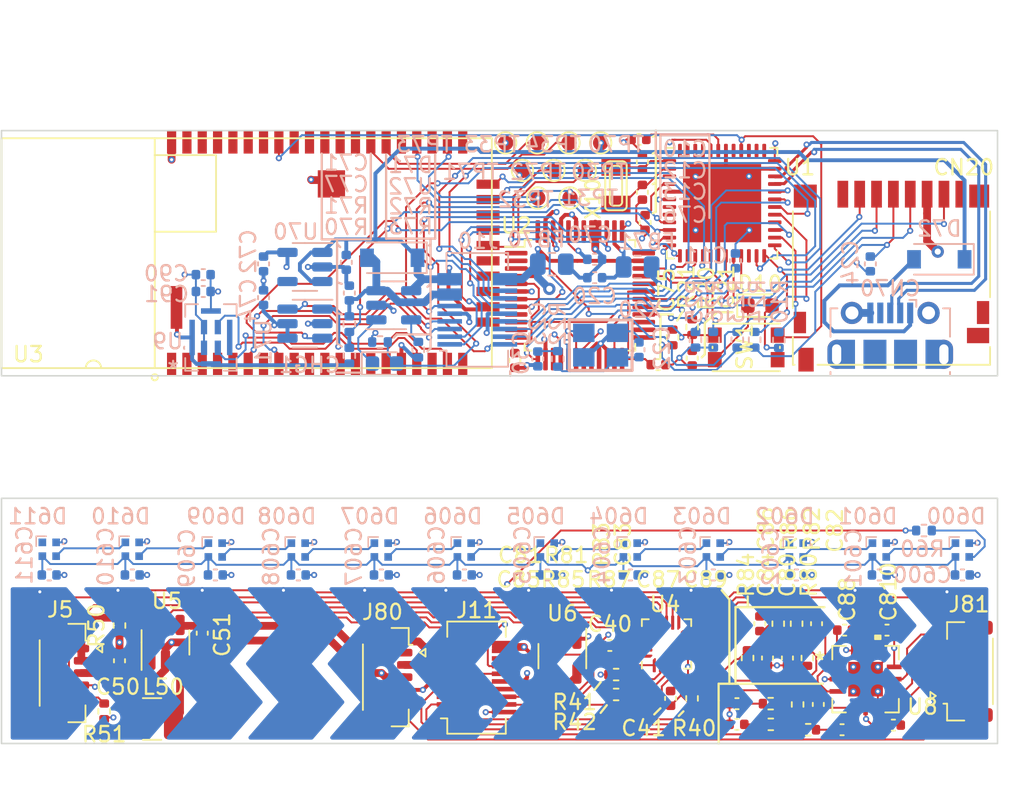
<source format=kicad_pcb>
(kicad_pcb (version 20211014) (generator pcbnew)
  (layers (0 "F.Cu" signal) (1 "In1.Cu" signal) (2 "In2.Cu" signal) (31 "B.Cu" signal) (34 "B.Paste" user) (35 "F.Paste" user) (36 "B.SilkS" user "B.Silkscreen") (37 "F.SilkS" user "F.Silkscreen") (38 "B.Mask" user) (39 "F.Mask" user) (44 "Edge.Cuts" user))
  (net 0 "")
  (net 1 "Net-(C10-Pad1)")
  (net 2 "GND")
  (net 3 "Net-(C12-Pad1)")
  (net 4 "Net-(C13-Pad1)")
  (net 5 "Net-(C20-Pad1)")
  (net 6 "GNDA")
  (net 7 "/~{RESET}")
  (net 8 "Net-(C22-Pad1)")
  (net 9 "Net-(C23-Pad1)")
  (net 10 "+3.3VA")
  (net 11 "+3V3")
  (net 12 "Net-(C41-Pad1)")
  (net 13 "/LED_SW")
  (net 14 "VDDA")
  (net 15 "VBUS")
  (net 16 "+1V8")
  (net 17 "/AREF")
  (net 18 "+BATT")
  (net 19 "Net-(C80-Pad1)")
  (net 20 "Net-(C81-Pad1)")
  (net 21 "Net-(C82-Pad2)")
  (net 22 "/RGB_VDD")
  (net 24 "/MISO")
  (net 25 "/SCLK")
  (net 26 "/MOSI")
  (net 27 "/D5")
  (net 29 "Net-(D600-Pad4)")
  (net 30 "Net-(D600-Pad2)")
  (net 31 "Net-(D601-Pad4)")
  (net 32 "Net-(D602-Pad4)")
  (net 33 "Net-(D603-Pad4)")
  (net 34 "Net-(D604-Pad4)")
  (net 35 "Net-(D605-Pad4)")
  (net 36 "Net-(D606-Pad4)")
  (net 37 "Net-(D607-Pad4)")
  (net 38 "Net-(D608-Pad4)")
  (net 39 "Net-(D609-Pad4)")
  (net 40 "Net-(D610-Pad4)")
  (net 42 "/D13")
  (net 43 "/GPIO1")
  (net 44 "/D6")
  (net 45 "/GPIO0")
  (net 46 "Net-(R21-Pad1)")
  (net 47 "Net-(R40-Pad2)")
  (net 48 "/SCL")
  (net 49 "/SDA")
  (net 50 "/LED_FB")
  (net 51 "/A5")
  (net 52 "/D2")
  (net 53 "/CHRG_STAT")
  (net 54 "Net-(R73-Pad1)")
  (net 55 "/A4")
  (net 56 "/vs1053_RIGHT")
  (net 57 "/vs1053_LEFT")
  (net 58 "Net-(C82-Pad1)")
  (net 59 "/AOHPR")
  (net 60 "/AOHPL")
  (net 61 "/L_OUT")
  (net 62 "/PWR(MFB)")
  (net 63 "/LED1")
  (net 64 "/LED2")
  (net 65 "/DN")
  (net 66 "/DP")
  (net 67 "/A0")
  (net 68 "/A1")
  (net 69 "/A2")
  (net 70 "/D9")
  (net 71 "/D4")
  (net 72 "/D3")
  (net 73 "/BM83_UART_RX")
  (net 74 "/BM83_UART_TX")
  (net 76 "/D11")
  (net 77 "/D10")
  (net 78 "/D7")
  (net 79 "/D-")
  (net 80 "/D+")
  (net 85 "/SWCLK")
  (net 86 "/SWDIO")
  (net 94 "/CLKOUT")
  (net 100 "/DR1")
  (net 101 "/RFS1")
  (net 102 "/SCLK1")
  (net 103 "/DT1")
  (net 104 "/MCLK1")
  (net 105 "/AOHPM")
  (net 106 "/MICN2")
  (net 107 "/MICP2")
  (net 108 "/AIR")
  (net 109 "/AIL")
  (net 110 "/MICN1")
  (net 111 "/MICP1")
  (net 112 "/MICBIAS")
  (net 113 "/DMIC1_CLK")
  (net 114 "/DMIC1_R")
  (net 115 "/DMIC1_L")
  (net 116 "/P3_2")
  (net 117 "/P2_6")
  (net 118 "/BAT_IN")
  (net 119 "/SYS_PWR")
  (net 120 "/VDD_IO")
  (net 121 "/SK1_AMB_DET")
  (net 122 "/SK2_KEY_AD")
  (net 123 "/P3_4")
  (net 124 "/P0_2")
  (net 125 "/P0_6")
  (net 126 "/P0_3")
  (net 127 "/P2_7")
  (net 128 "/P0_5")
  (net 129 "/P1_6")
  (net 130 "/P2_3")
  (net 131 "/P0_1")
  (net 132 "/P0_7")
  (net 133 "/P1_2")
  (net 134 "/P1_3")
  (net 135 "/P3_7")
  (net 136 "/P0_0")
  (net 137 "/ELEC0")
  (net 138 "/ELEC1")
  (net 139 "/ELEC2")
  (net 140 "/ELEC3")
  (net 141 "/ELEC4")
  (net 142 "/ELEC5")
  (net 143 "/ELEC6")
  (net 144 "/ELEC7")
  (net 145 "/ELEC8")
  (net 146 "/ELEC9")
  (net 147 "/ELEC10")
  (net 148 "/ELEC11")
  (net 149 "Net-(L50-Pad1)")
  (net 152 "Net-(CHG1-Pad1)")
  (net 153 "/R_OUT")
  (net 154 "Net-(C88-Pad1)")
  (net 155 "Net-(C88-Pad2)")
  (net 156 "Net-(C89-Pad1)")
  (net 157 "Net-(C84-Pad1)")
  (net 158 "Net-(C85-Pad1)")
  (net 159 "Net-(C86-Pad1)")
  (net 160 "Net-(C87-Pad1)")
  (net 161 "Net-(CN70-Pad1)")
  (net 162 "Net-(D10-Pad2)")
  (net 163 "/A3")
  (net 165 "/D12")
  (net 166 "Net-(C83-Pad1)")
  (net 167 "Net-(C83-Pad2)")
  (footprint "Resistor_SMD:R_0402_1005Metric" (layer "F.Cu") (at 110.075 92.825 -90)
    (fp_text reference "R20")
    (fp_text value "100K")
  )
  (footprint "Resistor_SMD:R_0402_1005Metric" (layer "F.Cu") (at 71.7 117.9 -90)
    (fp_text reference "R51")
    (fp_text value "100K")
  )
  (footprint "Capacitor_SMD:C_0402_1005Metric" (layer "F.Cu") (at 114.489588 112.18 90)
    (fp_text reference "C86")
    (fp_text value "1uf")
  )
  (footprint "TestPoint:TestPoint_Pad_D1.0mm" (layer "F.Cu") (at 99 82.6)
    (fp_text reference "TP71")
    (fp_text value "3.3V")
  )
  (footprint "TestPoint:TestPoint_Pad_D1.0mm" (layer "F.Cu") (at 100 84.4)
    (fp_text reference "TP32")
    (fp_text value "BM83_LED2")
  )
  (footprint "TestPoint:TestPoint_Pad_D1.0mm" (layer "F.Cu") (at 103.1 82.6)
    (fp_text reference "TP30")
    (fp_text value "BM83_MFB")
  )
  (footprint "Capacitor_SMD:C_0402_1005Metric" (layer "F.Cu") (at 107 86 -90)
    (fp_text reference "C76")
    (fp_text value "1uF")
  )
  (footprint "Capacitor_SMD:C_0402_1005Metric" (layer "F.Cu") (at 116.289588 114.42 -90)
    (fp_text reference "C80")
    (fp_text value "10nF")
  )
  (footprint "TestPoint:TestPoint_Pad_D1.0mm" (layer "F.Cu") (at 99.966666 80.8)
    (fp_text reference "TP33")
    (fp_text value "BM83_USB_DN")
  )
  (footprint "Connector_Hirose:Hirose_DF52-5S-0.8H_1x05-1MP_P0.80mm_Horizontal" (layer "F.Cu") (at 69.11 115.4 -90)
    (fp_text reference "J5")
    (fp_text value "Conn_01x05_Female")
  )
  (footprint "Capacitor_SMD:C_0402_1005Metric" (layer "F.Cu") (at 106.825 84.025 -90)
    (fp_text reference "C13")
    (fp_text value "22pF")
  )
  (footprint "Capacitor_SMD:C_0402_1005Metric" (layer "F.Cu") (at 107.85 95.275)
    (fp_text reference "C75")
    (fp_text value "10uF")
  )
  (footprint "TestPoint:TestPoint_Pad_D1.0mm" (layer "F.Cu") (at 102.033332 80.8)
    (fp_text reference "TP34")
    (fp_text value "BM83_USB_DP")
  )
  (footprint "TestPoint:TestPoint_Pad_D1.0mm" (layer "F.Cu") (at 104.1 80.8)
    (fp_text reference "TP70")
    (fp_text value "5V VBUS")
  )
  (footprint "Connector_Hirose:Hirose_DF12_DF12C3.0-20DS-0.5V_2x10_P0.50mm_Vertical" (layer "F.Cu") (at 96 115.7 90)
    (fp_text reference "J11")
    (fp_text value "Conn_01x20_Male")
  )
  (footprint "Resistor_SMD:R_0402_1005Metric" (layer "F.Cu") (at 117.589588 114.42 -90)
    (fp_text reference "R80")
    (fp_text value "22")
  )
  (footprint "Resistor_SMD:R_0402_1005Metric" (layer "F.Cu") (at 105.11 116.8 180)
    (fp_text reference "R42")
    (fp_text value "10K")
  )
  (footprint "BM83:BM83" (layer "F.Cu") (at 97 95.5 90)
    (fp_text reference "U3")
    (fp_text value "BM83")
  )
  (footprint "Connector_Card:microSD_HC_Hirose_DM3D-SF" (layer "F.Cu") (at 123.08 89.5 180)
    (fp_text reference "CN20")
    (fp_text value "2908-05WB-M6")
  )
  (footprint "Resistor_SMD:R_0402_1005Metric" (layer "F.Cu") (at 105.11 115.5 180)
    (fp_text reference "R41")
    (fp_text value "10K")
  )
  (footprint "Inductor_SMD:L_1210_3225Metric" (layer "F.Cu") (at 74.825 118.4 180)
    (fp_text reference "L50")
    (fp_text value "4.7μH")
  )
  (footprint "Capacitor_SMD:C_0402_1005Metric" (layer "F.Cu") (at 112.995 118.75 180)
    (fp_text reference "C85")
    (fp_text value "10nF")
  )
  (footprint "Capacitor_SMD:C_0402_1005Metric" (layer "F.Cu") (at 118.305 117.45 90)
    (fp_text reference "C83")
    (fp_text value "1uf")
  )
  (footprint "Resistor_SMD:R_0402_1005Metric" (layer "F.Cu") (at 108.8 93.5 -90)
    (fp_text reference "R21")
    (fp_text value "100K")
  )
  (footprint "Connector_Hirose:Hirose_DF52-5S-0.8H_1x05-1MP_P0.80mm_Horizontal" (layer "F.Cu") (at 90.205724 115.67 -90)
    (fp_text reference "J80")
    (fp_text value "Conn_01x04_Female")
  )
  (footprint "Resistor_SMD:R_0402_1005Metric" (layer "F.Cu") (at 116.889588 112.18 -90)
    (fp_text reference "R82")
    (fp_text value "100")
  )
  (footprint "TestPoint:TestPoint_Pad_D1.0mm" (layer "F.Cu") (at 102.1 84.4)
    (fp_text reference "TP31")
    (fp_text value "BM83_LED1")
  )
  (footprint "Resistor_SMD:R_0402_1005Metric" (layer "F.Cu") (at 117.645 119.1 180)
    (fp_text reference "R87")
    (fp_text value "100")
  )
  (footprint "footprints:max9725aetc&plus_" (layer "F.Cu") (at 121.389588 115.8)
    (fp_text reference "U8")
    (fp_text value "max9725aetc+" hide)
  )
  (footprint "Button_Switch_SMD:SW_Push_1P1T_NO_CK_KMR2" (layer "F.Cu") (at 113.6 94.15)
    (fp_text reference "SW1")
    (fp_text value "SPST_TACT-KMR2")
  )
  (footprint "Capacitor_SMD:C_0402_1005Metric" (layer "F.Cu") (at 106.6 80.575 180)
    (fp_text reference "C10")
    (fp_text value "1uF")
  )
  (footprint "Package_TO_SOT_SMD:SOT-23-5" (layer "F.Cu") (at 101.6 114.3 -90)
    (fp_text reference "U6")
    (fp_text value "AP22814AW5")
  )
  (footprint "Capacitor_SMD:C_0402_1005Metric" (layer "F.Cu") (at 98.5 95 -90)
    (fp_text reference "C30")
    (fp_text value "10uF")
  )
  (footprint "Resistor_SMD:R_0402_1005Metric" (layer "F.Cu") (at 113.689588 114.42 -90)
    (fp_text reference "R84")
    (fp_text value "22")
  )
  (footprint "Package_QFP:LQFP-48_7x7mm_P0.5mm" (layer "F.Cu") (at 102.75 90.75)
    (fp_text reference "U2")
    (fp_text value "VS1053B")
  )
  (footprint "Resistor_SMD:R_0402_1005Metric" (layer "F.Cu") (at 115.195 117.4 180)
    (fp_text reference "R81")
    (fp_text value "22")
  )
  (footprint "Package_DFN_QFN:UQFN-20_3x3mm_P0.4mm" (layer "F.Cu") (at 108.4 113.5 90)
    (fp_text reference "U4")
    (fp_text value "MPR121Q")
  )
  (footprint "other footprints:XTAL3215" (layer "F.Cu") (at 105.1 83.6 90)
    (fp_text reference "X10")
    (fp_text value "32.768")
  )
  (footprint "TestPoint:TestPoint_Pad_D1.0mm" (layer "F.Cu") (at 97.9 80.8)
    (fp_text reference "TP73")
    (fp_text value "GND")
  )
  (footprint "Capacitor_SMD:C_0402_1005Metric" (layer "F.Cu") (at 123.205 118.8)
    (fp_text reference "C89")
    (fp_text value "1uf")
  )
  (footprint "Capacitor_SMD:C_0402_1005Metric" (layer "F.Cu") (at 104.7 113.6 180)
    (fp_text reference "C40")
    (fp_text value "0.1uF")
  )
  (footprint "Package_TO_SOT_SMD:TSOT-23-5" (layer "F.Cu") (at 75.7 113.4 90)
    (fp_text reference "U5")
    (fp_text value "PAM2804")
  )
  (footprint "Capacitor_SMD:C_0402_1005Metric" (layer "F.Cu") (at 106.825 82.05 90)
    (fp_text reference "C12")
    (fp_text value "22pF")
  )
  (footprint "Resistor_SMD:R_0402_1005Metric" (layer "F.Cu") (at 116.955 117.45 90)
    (fp_text reference "R83")
    (fp_text value "100")
  )
  (footprint "Resistor_SMD:R_0402_1005Metric" (layer "F.Cu") (at 110.065 117.055 90)
    (fp_text reference "R40")
    (fp_text value "75K")
  )
  (footprint "Capacitor_SMD:C_0402_1005Metric" (layer "F.Cu") (at 72.7 114.6 90)
    (fp_text reference "C50")
    (fp_text value "10uF")
  )
  (footprint "Resistor_SMD:R_0402_1005Metric" (layer "F.Cu") (at 72.7 112.3 -90)
    (fp_text reference "R50")
    (fp_text value "0.33")
  )
  (footprint "Capacitor_SMD:C_0402_1005Metric" (layer "F.Cu") (at 110.075 94.85 -90)
    (fp_text reference "C21")
    (fp_text value "0.1µF")
  )
  (footprint "LED_SMD:LED_0603_1608Metric" (layer "F.Cu") (at 114.5 91.425)
    (fp_text reference "D10")
    (fp_text value "RED")
  )
  (footprint "Capacitor_SMD:C_0402_1005Metric" (layer "F.Cu") (at 118.189588 112.18 90)
    (fp_text reference "C82")
    (fp_text value "1uf")
  )
  (footprint "Capacitor_SMD:C_0402_1005Metric" (layer "F.Cu") (at 122.789588 112.6 180)
    (fp_text reference "C810")
    (fp_text value "1uf")
  )
  (footprint "Capacitor_SMD:C_0402_1005Metric" (layer "F.Cu") (at 120.022688 112.6)
    (fp_text reference "C88")
    (fp_text value "1uf")
  )
  (footprint "TestPoint:TestPoint_Pad_D1.0mm" (layer "F.Cu") (at 101.05 82.6)
    (fp_text reference "TP72")
    (fp_text value "1.8V")
  )
  (footprint "Capacitor_SMD:C_0402_1005Metric" (layer "F.Cu") (at 78.1 112.8 90)
    (fp_text reference "C51")
    (fp_text value "10uF")
  )
  (footprint "Capacitor_SMD:C_0402_1005Metric" (layer "F.Cu") (at 114.989588 114.42 -90)
    (fp_text reference "C84")
    (fp_text value "10nF")
  )
  (footprint "Capacitor_SMD:C_0402_1005Metric" (layer "F.Cu") (at 112.995 117.4 180)
    (fp_text reference "C81")
    (fp_text value "10nF")
  )
  (footprint "Capacitor_SMD:C_0402_1005Metric" (layer "F.Cu") (at 108.665 117.055 -90)
    (fp_text reference "C41")
    (fp_text value "0.1uF")
  )
  (footprint "Connector_Hirose:Hirose_DF52-5S-0.8H_1x05-1MP_P0.80mm_Horizontal" (layer "F.Cu") (at 128.08 115.29 90)
    (fp_text reference "J81")
    (fp_text value "Conn_01x02_Female")
  )
  (footprint "Capacitor_SMD:C_0402_1005Metric" (layer "F.Cu") (at 119.855 119.1)
    (fp_text reference "C87")
    (fp_text value "1uf")
  )
  (footprint "Resistor_SMD:R_0402_1005Metric" (layer "F.Cu") (at 115.689588 112.18 -90)
    (fp_text reference "R86")
    (fp_text value "100")
  )
  (footprint "Package_DFN_QFN:TQFN-48-1EP_7x7mm_P0.5mm_EP5.1x5.1mm" (layer "F.Cu") (at 112.025 84.7375)
    (fp_text reference "U1")
    (fp_text value "ATSAMD21G18_QFN")
  )
  (footprint "Resistor_SMD:R_0402_1005Metric" (layer "F.Cu") (at 115.205 118.75 180)
    (fp_text reference "R85")
    (fp_text value "22")
  )
  (footprint "LED_SMD:LED_0603_1608Metric" (layer "B.Cu") (at 90 95.2)
    (fp_text reference "CHG1")
    (fp_text value "ORANGE")
  )
  (footprint "Resistor_SMD:R_0805_2012Metric" (layer "B.Cu") (at 100.9125 88.72)
    (fp_text reference "FB70")
    (fp_text value "FERITTE")
  )
  (footprint "other footprints:CRYSTAL_3.2X2.5" (layer "B.Cu") (at 104.1 94 180)
    (fp_text reference "X20")
    (fp_text value "ABM8G-12.288MHZ-4Y-T3")
  )
  (footprint "Resistor_SMD:R_0402_1005Metric" (layer "B.Cu") (at 110.29 93.65 90)
    (fp_text reference "R25")
    (fp_text value "100K")
  )
  (footprint "Capacitor_SMD:C_0402_1005Metric" (layer "B.Cu") (at 106.6 94.3 90)
    (fp_text reference "C22")
    (fp_text value "22pF")
  )
  (footprint "Resistor_SMD:R_0402_1005Metric" (layer "B.Cu") (at 111.45 93.65 90)
    (fp_text reference "R26")
    (fp_text value "100K")
  )
  (footprint "Resistor_SMD:R_0402_1005Metric" (layer "B.Cu") (at 89.7 93.8)
    (fp_text reference "R72")
    (fp_text value "1K")
  )
  (footprint "LED_SMD:LED_SK6812_EC15_1.5x1.5mm" (layer "B.Cu") (at 68.114008 107.323489 180)
    (fp_text reference "D611")
    (fp_text value "SK6812")
  )
  (footprint "Capacitor_SMD:C_0402_1005Metric" (layer "B.Cu") (at 78.955715 109)
    (fp_text reference "C609")
    (fp_text value "1uF")
  )
  (footprint "Resistor_SMD:R_0402_1005Metric" (layer "B.Cu") (at 87.7 94.69 -90)
    (fp_text reference "R70")
    (fp_text value "100K")
  )
  (footprint "Capacitor_SMD:C_0402_1005Metric" (layer "B.Cu") (at 82.1 90.9 90)
    (fp_text reference "C74")
    (fp_text value "10uF")
  )
  (footprint "LED_SMD:LED_SK6812_EC15_1.5x1.5mm" (layer "B.Cu") (at 100.618132 107.373489 180)
    (fp_text reference "D605")
    (fp_text value "SK6812")
  )
  (footprint "Diode_SMD:D_SOD-123" (layer "B.Cu") (at 90.5 88.3 180)
    (fp_text reference "D71")
    (fp_text value "MBR120")
  )
  (footprint "LED_SMD:LED_SK6812_EC15_1.5x1.5mm" (layer "B.Cu") (at 127.704903 107.373489 180)
    (fp_text reference "D600")
    (fp_text value "SK6812")
  )
  (footprint "Connector_USB:USB_Micro-B_Molex-105017-0001" (layer "B.Cu") (at 123 93.3625 180)
    (fp_text reference "CN70")
    (fp_text value "microUSB")
  )
  (footprint "LED_SMD:LED_SK6812_EC15_1.5x1.5mm" (layer "B.Cu") (at 89.783424 107.373489 180)
    (fp_text reference "D607")
    (fp_text value "SK6812")
  )
  (footprint "Resistor_SMD:R_0402_1005Metric" (layer "B.Cu") (at 114.15 93.65 90)
    (fp_text reference "R24")
    (fp_text value "100K")
  )
  (footprint "Resistor_SMD:R_0402_1005Metric" (layer "B.Cu") (at 92.2 94.3 -90)
    (fp_text reference "R73")
    (fp_text value "10K")
  )
  (footprint "Capacitor_SMD:C_0402_1005Metric" (layer "B.Cu") (at 95.207201 109)
    (fp_text reference "C606")
    (fp_text value "1uF")
  )
  (footprint "LED_SMD:LED_SK6812_EC15_1.5x1.5mm" (layer "B.Cu") (at 122.287548 107.373489 180)
    (fp_text reference "D601")
    (fp_text value "SK6812")
  )
  (footprint "Resistor_SMD:R_0805_2012Metric" (layer "B.Cu") (at 106.5125 88.9 180)
    (fp_text reference "FB71")
    (fp_text value "FERITTE")
  )
  (footprint "Capacitor_SMD:C_0402_1005Metric" (layer "B.Cu") (at 87.5 88.6 -90)
    (fp_text reference "C71")
    (fp_text value "10uF")
  )
  (footprint "Resistor_SMD:R_0402_1005Metric" (layer "B.Cu") (at 113.02 93.65 90)
    (fp_text reference "R23")
    (fp_text value "100K")
  )
  (footprint "PDM footprints:MP34DT01TR-M" (layer "B.Cu") (at 78.665642 93.5)
    (fp_text reference "U9")
    (fp_text value "MP34DT01TR-M" hide)
  )
  (footprint "Capacitor_SMD:C_0402_1005Metric" (layer "B.Cu") (at 100.624826 109)
    (fp_text reference "C605")
    (fp_text value "1uF")
  )
  (footprint "Capacitor_SMD:C_0402_1005Metric" (layer "B.Cu") (at 122.284969 109)
    (fp_text reference "C601")
    (fp_text value "1uF")
  )
  (footprint "Capacitor_SMD:C_0402_1005Metric" (layer "B.Cu") (at 127.709539 109)
    (fp_text reference "C600")
    (fp_text value "1uF")
  )
  (footprint "Diode_SMD:D_SOD-123" (layer "B.Cu") (at 126.2 88.4 180)
    (fp_text reference "D72")
    (fp_text value "MBR120")
  )
  (footprint "Capacitor_SMD:C_0402_1005Metric" (layer "B.Cu") (at 68.11 109)
    (fp_text reference "C611")
    (fp_text value "1uF")
  )
  (footprint "Capacitor_SMD:C_0402_1005Metric" (layer "B.Cu") (at 100 94.9 -90)
    (fp_text reference "C23")
    (fp_text value "22pF")
  )
  (footprint "Capacitor_SMD:C_0402_1005Metric" (layer "B.Cu") (at 78.165642 89.4)
    (fp_text reference "C90")
    (fp_text value "10uF")
  )
  (footprint "Capacitor_SMD:C_0402_1005Metric" (layer "B.Cu") (at 106.038203 109)
    (fp_text reference "C604")
    (fp_text value "1uF")
  )
  (footprint "LED_SMD:LED_SK6812_EC15_1.5x1.5mm" (layer "B.Cu") (at 95.200778 107.373489 180)
    (fp_text reference "D606")
    (fp_text value "SK6812")
  )
  (footprint "Package_TO_SOT_SMD:SOT-23-5" (layer "B.Cu") (at 84.8 88.9 180)
    (fp_text reference "U70")
    (fp_text value "SPX3819-3.3")
  )
  (footprint "Package_TO_SOT_SMD:SOT-23-5" (layer "B.Cu") (at 90.6 91.4)
    (fp_text reference "U72")
    (fp_text value "MCP73831T-2ACI/OT")
  )
  (footprint "Capacitor_SMD:C_0402_1005Metric" (layer "B.Cu") (at 84.370871 109)
    (fp_text reference "C608")
    (fp_text value "1uF")
  )
  (footprint "Capacitor_SMD:C_0402_1005Metric" (layer "B.Cu") (at 121.7 88.7 -90)
    (fp_text reference "C24")
    (fp_text value "1uF")
  )
  (footprint "Capacitor_SMD:C_0402_1005Metric" (layer "B.Cu") (at 116.873093 109)
    (fp_text reference "C602")
    (fp_text value "1uF")
  )
  (footprint "Capacitor_SMD:C_0402_1005Metric" (layer "B.Cu") (at 112.9 88.5 90)
    (fp_text reference "C11")
    (fp_text value "1uF")
  )
  (footprint "Resistor_SMD:R_0402_1005Metric" (layer "B.Cu") (at 125.2 106.1)
    (fp_text reference "R60")
    (fp_text value "470")
  )
  (footprint "Resistor_SMD:R_0402_1005Metric" (layer "B.Cu") (at 101.3 94.9 90)
    (fp_text reference "R22")
    (fp_text value "1M")
  )
  (footprint "Capacitor_SMD:C_0402_1005Metric" (layer "B.Cu") (at 87.7 90.6 90)
    (fp_text reference "C77")
    (fp_text value "10uF")
  )
  (footprint "LED_SMD:LED_SK6812_EC15_1.5x1.5mm" (layer "B.Cu") (at 116.870194 107.373489 180)
    (fp_text reference "D602")
    (fp_text value "SK6812")
  )
  (footprint "LED_SMD:LED_SK6812_EC15_1.5x1.5mm" (layer "B.Cu") (at 106.035486 107.373489 180)
    (fp_text reference "D604")
    (fp_text value "SK6812")
  )
  (footprint "Package_TO_SOT_SMD:SOT-23-6" (layer "B.Cu") (at 84.8 92.6 180)
    (fp_text reference "U71")
    (fp_text value "AP7312-1833W6-7")
  )
  (footprint "Capacitor_SMD:C_0402_1005Metric" (layer "B.Cu") (at 89.789267 109)
    (fp_text reference "C607")
    (fp_text value "1uF")
  )
  (footprint "Resistor_SMD:R_0402_1005Metric" (layer "B.Cu") (at 87.7 92.63 -90)
    (fp_text reference "R71")
    (fp_text value "100k")
  )
  (footprint "LED_SMD:LED_SK6812_EC15_1.5x1.5mm" (layer "B.Cu") (at 73.531362 107.323489 180)
    (fp_text reference "D610")
    (fp_text value "SK6812")
  )
  (footprint "LED_SMD:LED_SK6812_EC15_1.5x1.5mm" (layer "B.Cu") (at 84.36607 107.373489 180)
    (fp_text reference "D608")
    (fp_text value "SK6812")
  )
  (footprint "Capacitor_SMD:C_0402_1005Metric" (layer "B.Cu") (at 103.7125 88.4)
    (fp_text reference "C20")
    (fp_text value "1uF")
  )
  (footprint "Capacitor_SMD:C_0402_1005Metric" (layer "B.Cu") (at 73.533846 109)
    (fp_text reference "C610")
    (fp_text value "1uF")
  )
  (footprint "LED_SMD:LED_SK6812_EC15_1.5x1.5mm" (layer "B.Cu") (at 111.45284 107.373489 180)
    (fp_text reference "D603")
    (fp_text value "SK6812")
  )
  (footprint "Capacitor_SMD:C_0402_1005Metric" (layer "B.Cu") (at 78.165642 90.5)
    (fp_text reference "C91")
    (fp_text value "0.1uF")
  )
  (footprint "Connector_Hirose:Hirose_DF12_DF12E3.0-20DP-0.5V_2x10_P0.50mm_Vertical" (layer "B.Cu") (at 96.05 91.7 90)
    (fp_text reference "J10")
    (fp_text value "Conn_01x20_Female")
  )
  (footprint "Capacitor_SMD:C_0402_1005Metric" (layer "B.Cu") (at 111.451456 109)
    (fp_text reference "C603")
    (fp_text value "1uF")
  )
  (footprint "LED_SMD:LED_SK6812_EC15_1.5x1.5mm" (layer "B.Cu") (at 78.948716 107.373489 180)
    (fp_text reference "D609")
    (fp_text value "SK6812")
  )
  (footprint "Capacitor_SMD:C_0402_1005Metric" (layer "B.Cu") (at 82.1 88.7 -90)
    (fp_text reference "C72")
    (fp_text value "10uF")
  )
  (footprint "Capacitor_SMD:C_0402_1005Metric" (layer "B.Cu") (at 103.7125 89.6 180)
    (fp_text reference "C70")
    (fp_text value "1uF")
  )
  (footprint "Resistor_SMD:R_0402_1005Metric" (layer "B.Cu") (at 115.73 93.67 -90)
    (fp_text reference "R10")
    (fp_text value "2.2K")
  )
  (gr_line (start 86.9 87.1) (end 86.9 93.9) (layer "B.SilkS") (width 0.15))
  (gr_line (start 93 90) (end 92.8 90.2) (layer "B.SilkS") (width 0.15))
  (gr_line (start 86.9 95.8) (end 88.5 95.8) (layer "B.SilkS") (width 0.15))
  (gr_line (start 93 87.4) (end 92.9 87.5) (layer "B.SilkS") (width 0.15))
  (gr_line (start 111.2 80.3) (end 111.2 85.7) (layer "B.SilkS") (width 0.15))
  (gr_line (start 86.9 89.9) (end 87.2 90) (layer "B.SilkS") (width 0.15))
  (gr_line (start 98.2 95.7) (end 98.2 96) (layer "B.SilkS") (width 0.15))
  (gr_line (start 93 93.3) (end 90.8 93.3) (layer "B.SilkS") (width 0.15))
  (gr_line (start 108 85.7) (end 108 80.3) (layer "B.SilkS") (width 0.15))
  (gr_line (start 86.9 87.4) (end 87.1 87.6) (layer "B.SilkS") (width 0.15))
  (gr_line (start 93 94.2) (end 92.8 94.4) (layer "B.SilkS") (width 0.15))
  (gr_line (start 90.8 93.3) (end 90.6 93.5) (layer "B.SilkS") (width 0.15))
  (gr_line (start 93.3 81.55) (end 93.3 87.05) (layer "B.SilkS") (width 0.15))
  (gr_line (start 89.1 81.5) (end 89.1 87.1) (layer "B.SilkS") (width 0.15))
  (gr_line (start 85.9 87.1) (end 85.9 81.5) (layer "B.SilkS") (width 0.15))
  (gr_line (start 86.9 93.9) (end 87.2 94.1) (layer "B.SilkS") (width 0.15))
  (gr_line (start 93 87.1) (end 93 94.2) (layer "B.SilkS") (width 0.15))
  (gr_line (start 93.3 87.05) (end 90.1 87.05) (layer "B.SilkS") (width 0.15))
  (gr_line (start 89.1 87.1) (end 85.9 87.1) (layer "B.SilkS") (width 0.15))
  (gr_line (start 108 81.9) (end 107.7 81.5) (layer "B.SilkS") (width 0.15))
  (gr_line (start 108 80.3) (end 111.2 80.3) (layer "B.SilkS") (width 0.15))
  (gr_line (start 86.9 91.9) (end 87.2 92) (layer "B.SilkS") (width 0.15))
  (gr_line (start 90.1 87.05) (end 90.1 81.55) (layer "B.SilkS") (width 0.15))
  (gr_line (start 107.7 81.5) (end 107.7 80) (layer "B.SilkS") (width 0.15))
  (gr_line (start 112.9 116.1) (end 112.9 111.1) (layer "F.SilkS") (width 0.15))
  (gr_line (start 107.6 118.1) (end 108 117.7) (layer "F.SilkS") (width 0.15))
  (gr_line (start 108 92) (end 108 94.8) (layer "F.SilkS") (width 0.15))
  (gr_line (start 112.9 111.1) (end 118.7 111.1) (layer "F.SilkS") (width 0.15))
  (gr_line (start 111.8 116.1) (end 112.7 116.1) (layer "F.SilkS") (width 0.15))
  (gr_line (start 107.7 80.3) (end 107.5 80.4) (layer "F.SilkS") (width 0.15))
  (gr_line (start 112.7 116.1) (end 118.6 116.1) (layer "F.SilkS") (width 0.15))
  (gr_line (start 111.8 117.2) (end 111.8 116.1) (layer "F.SilkS") (width 0.15))
  (gr_line (start 109.5 91.7) (end 109.1 92.4) (layer "F.SilkS") (width 0.15))
  (gr_line (start 111.7 91.85) (end 112.7 91.85) (layer "F.SilkS") (width 0.15))
  (gr_line (start 113.7 110.4) (end 113.7 111.1) (layer "F.SilkS") (width 0.15))
  (gr_line (start 108 92) (end 108.8 92) (layer "F.SilkS") (width 0.15))
  (gr_line (start 111.8 120) (end 111.8 117.2) (layer "F.SilkS") (width 0.15))
  (gr_line (start 104.1 118) (end 104.5 117.5) (layer "F.SilkS") (width 0.15))
  (gr_line (start 109.2 118.2) (end 109.5 117.9) (layer "F.SilkS") (width 0.15))
  (gr_line (start 112.5 116.1) (end 112.5 110.6) (layer "F.SilkS") (width 0.15))
  (gr_line (start 110.9 94.6) (end 110.7 94.8) (layer "F.SilkS") (width 0.15))
  (gr_line (start 103.7 116.5) (end 104.1 116) (layer "F.SilkS") (width 0.15))
  (gr_line (start 112.5 110.6) (end 112 110) (layer "F.SilkS") (width 0.15))
  (gr_line (start 107.7 83.4) (end 107.5 83.5) (layer "F.SilkS") (width 0.15))
  (gr_line (start 110.9 94.6) (end 110.9 92.55) (layer "F.SilkS") (width 0.15))
  (gr_line (start 107.7 81.4) (end 107.5 81.5) (layer "F.SilkS") (width 0.15))
  (gr_line (start 107.7 85.3) (end 107.5 85.4) (layer "F.SilkS") (width 0.15))
  (gr_line (start 107.7 80) (end 107.7 85.3) (layer "F.SilkS") (width 0.15))
  (gr_line (start 110.9 92.55) (end 111.7 91.85) (layer "F.SilkS") (width 0.15))
  (gr_rect locked (start 65 80) (end 130 96) (layer "Edge.Cuts") (width 0.1) (fill none))
  (gr_rect locked (start 65 104) (end 130 120) (layer "Edge.Cuts") (width 0.1) (fill none))
  (segment (start 107.39198 80.26302) (end 107.08 80.575) (width 0.127) (layer "F.Cu") (net 1))
  (segment (start 111.135874 80.26302) (end 107.39198 80.26302) (width 0.127) (layer "F.Cu") (net 1))
  (segment (start 111.775 81.3) (end 111.775 80.575) (width 0.127) (layer "F.Cu") (net 1))
  (segment (start 111.775 80.575) (end 111.46302 80.26302) (width 0.127) (layer "F.Cu") (net 1))
  (segment (start 111.46302 80.26302) (end 111.06302 80.26302) (width 0.127) (layer "F.Cu") (net 1))
  (segment (start 105.788 80.575) (end 105.6 80.763) (width 0.127) (layer "F.Cu") (net 2))
  (segment (start 103.84854 93.9) (end 104.1 93.9) (width 0.254) (layer "F.Cu") (net 2))
  (segment (start 71.81 118.3) (end 71.7 118.41) (width 0.127) (layer "F.Cu") (net 2))
  (segment (start 89.8 115.4) (end 90.07 115.67) (width 0.508) (layer "F.Cu") (net 2))
  (segment (start 115.4625 82.4875) (end 114.275 82.4875) (width 0.254) (layer "F.Cu") (net 2))
  (segment (start 86.53 83.23) (end 85.23 83.23) (width 0.508) (layer "F.Cu") (net 2))
  (segment (start 76.1 80.5) (end 76.1 81.9) (width 0.508) (layer "F.Cu") (net 2))
  (segment (start 99.55152 114.15152) (end 99.1 113.7) (width 0.254) (layer "F.Cu") (net 2))
  (segment (start 106.12 80.745) (end 106.45 81.075) (width 0.127) (layer "F.Cu") (net 2))
  (segment (start 101.436989 94.849489) (end 101.436989 93.650447) (width 0.127) (layer "F.Cu") (net 2))
  (segment (start 103.5 94.24854) (end 103.84854 93.9) (width 0.254) (layer "F.Cu") (net 2))
  (segment (start 76.45 91.32) (end 76.42 91.29) (width 0.254) (layer "F.Cu") (net 2))
  (segment (start 90.07 115.67) (end 91.315724 115.67) (width 0.508) (layer "F.Cu") (net 2))
  (segment (start 108.8 115.560044) (end 108.8 114.8875) (width 0.127) (layer "F.Cu") (net 2))
  (segment (start 101.49696 114.2) (end 103.62 114.2) (width 0.127) (layer "F.Cu") (net 2))
  (segment (start 72.7 114.1) (end 72.7 113.4) (width 0.508) (layer "F.Cu") (net 2))
  (segment (start 107.075 86.48) (end 107.075 86.762011) (width 0.127) (layer "F.Cu") (net 2))
  (segment (start 106.42698 84.90302) (end 106.42698 85.90698) (width 0.127) (layer "F.Cu") (net 2))
  (segment (start 108.09198 116.96198) (end 108.09198 116.268064) (width 0.127) (layer "F.Cu") (net 2))
  (segment (start 76.1 113.4) (end 77.98 113.4) (width 0.508) (layer "F.Cu") (net 2))
  (segment (start 110.075 95.33) (end 109.74 95.33) (width 0.127) (layer "F.Cu") (net 2))
  (segment (start 98.5875 89.5) (end 99.921717 89.5) (width 0.254) (layer "F.Cu") (net 2))
  (segment (start 125.405 85.405) (end 125.405 87.205) (width 0.508) (layer "F.Cu") (net 2))
  (segment (start 104.5 94.9125) (end 104.5 94.3) (width 0.254) (layer "F.Cu") (net 2))
  (segment (start 111.55 94.95) (end 113.7 92.8) (width 0.127) (layer "F.Cu") (net 2))
  (segment (start 104.5 94.3) (end 104.1 93.9) (width 0.254) (layer "F.Cu") (net 2))
  (segment (start 73.99648 115.19648) (end 73.99648 115.299986) (width 0.508) (layer "F.Cu") (net 2))
  (segment (start 109.335 116.865) (end 109.335 116.36677) (width 0.127) (layer "F.Cu") (net 2))
  (segment (start 104 94.9125) (end 104 94) (width 0.254) (layer "F.Cu") (net 2))
  (segment (start 101.44848 114.15152) (end 101.49696 114.2) (width 0.127) (layer "F.Cu") (net 2))
  (segment (start 108.09198 116.268064) (end 108.8 115.560044) (width 0.127) (layer "F.Cu") (net 2))
  (segment (start 111.775 88.175) (end 111.775 84.9875) (width 0.254) (layer "F.Cu") (net 2))
  (segment (start 103.5 94.9125) (end 103.5 94.24854) (width 0.254) (layer "F.Cu") (net 2))
  (segment (start 74.350014 115.65352) (end 75.203502 115.65352) (width 0.508) (layer "F.Cu") (net 2))
  (segment (start 85.23 83.23) (end 85.2 83.2) (width 0.508) (layer "F.Cu") (net 2))
  (segment (start 75.203502 115.65352) (end 75.7 115.157022) (width 0.508) (layer "F.Cu") (net 2))
  (segment (start 86.48 113.28) (end 88.6 115.4) (width 0.508) (layer "F.Cu") (net 2))
  (segment (start 113.7125 92.7875) (end 113.7125 91.425) (width 0.127) (layer "F.Cu") (net 2))
  (segment (start 72.7 114.12) (end 72.7 114.1) (width 0.508) (layer "F.Cu") (net 2))
  (segment (start 72.7 113.4) (end 72.7 112.81) (width 0.508) (layer "F.Cu") (net 2))
  (segment (start 108.665 117.535) (end 108.09198 116.96198) (width 0.127) (layer "F.Cu") (net 2))
  (segment (start 91.1 95.5) (end 91.1 94) (width 0.254) (layer "F.Cu") (net 2))
  (segment (start 75.7 115.157022) (end 75.7 114.5375) (width 0.508) (layer "F.Cu") (net 2))
  (segment (start 114.275 82.4875) (end 113.78125 82.98125) (width 0.254) (layer "F.Cu") (net 2))
  (segment (start 88.6 115.4) (end 89.8 115.4) (width 0.508) (layer "F.Cu") (net 2))
  (segment (start 98.5 95.48) (end 99.12 95.48) (width 0.254) (layer "F.Cu") (net 2))
  (segment (start 99.921717 89.5) (end 100.752637 90.33092) (width 0.254) (layer "F.Cu") (net 2))
  (segment (start 125.405 87.205) (end 126.1 87.9) (width 0.508) (layer "F.Cu") (net 2))
  (segment (start 109.74 95.33) (end 109.24 94.83) (width 0.127) (layer "F.Cu") (net 2))
  (segment (start 109.8 115) (end 109.8 114.3125) (width 0.127) (layer "F.Cu") (net 2))
  (segment (start 77.98 113.4) (end 78.1 113.28) (width 0.508) (layer "F.Cu") (net 2))
  (segment (start 109.8 115.90177) (end 109.8 115) (width 0.127) (layer "F.Cu") (net 2))
  (segment (start 107.075 86.762011) (end 106.8 87.037011) (width 0.127) (layer "F.Cu") (net 2))
  (segment (start 113.78125 82.98125) (end 112.025 84.7375) (width 0.254) (layer "F.Cu") (net 2))
  (segment (start 101.44848 114.15152) (end 99.55152 114.15152) (width 0.254) (layer "F.Cu") (net 2))
  (segment (start 112.275 81.3) (end 112.275 84.4875) (width 0.254) (layer "F.Cu") (net 2))
  (segment (start 104 94) (end 104.1 93.9) (width 0.254) (layer "F.Cu") (net 2))
  (segment (start 101.436989 93.650447) (end 101.089163 93.302621) (width 0.127) (layer "F.Cu") (net 2))
  (segment (start 101.6 114) (end 101.6 113.1625) (width 0.254) (layer "F.Cu") (net 2))
  (segment (start 103.62 114.2) (end 104.22 113.6) (width 0.127) (layer "F.Cu") (net 2))
  (segment (start 108.5875 83.9875) (end 111.275 83.9875) (width 0.254) (layer "F.Cu") (net 2))
  (segment (start 106.12 80.575) (end 106.12 80.745) (width 0.127) (layer "F.Cu") (net 2))
  (segment (start 112.275 84.4875) (end 112.025 84.7375) (width 0.254) (layer "F.Cu") (net 2))
  (segment (start 110.065 117.565) (end 109.365 116.865) (width 0.127) (layer "F.Cu") (net 2))
  (segment (start 99.12 95.48) (end 99.3 95.3) (width 0.254) (layer "F.Cu") (net 2))
  (segment (start 76.45 93.3) (end 76.45 91.32) (width 0.254) (layer "F.Cu") (net 2))
  (segment (start 104.22 113.6) (end 104.22 113.28) (width 0.127) (layer "F.Cu") (net 2))
  (segment (start 111.17 95.33) (end 111.55 94.95) (width 0.127) (layer "F.Cu") (net 2))
  (segment (start 108.33 95.275) (end 108.795 95.275) (width 0.127) (layer "F.Cu") (net 2))
  (segment (start 101.5 94.9125) (end 101.436989 94.849489) (width 0.127) (layer "F.Cu") (net 2))
  (segment (start 102.583557 88.5) (end 100.7755 88.5) (width 0.254) (layer "F.Cu") (net 2))
  (segment (start 72.7 114.12) (end 72.92 114.12) (width 0.508) (layer "F.Cu") (net 2))
  (segment (start 109.8 114.3125) (end 109.7875 114.3) (width 0.127) (layer "F.Cu") (net 2))
  (segment (start 106.825 81.45) (end 106.45 81.075) (width 0.127) (layer "F.Cu") (net 2))
  (segment (start 111.775 84.9875) (end 112.025 84.7375) (width 0.254) (layer "F.Cu") (net 2))
  (segment (start 102.583557 88.5) (end 106.9125 88.5) (width 0.254) (layer "F.Cu") (net 2))
  (segment (start 101.6 114) (end 101.44848 114.15152) (width 0.254) (layer "F.Cu") (net 2))
  (segment (start 107.075 86.48) (end 106.98 86.48) (width 0.127) (layer "F.Cu") (net 2))
  (segment (start 113.7 92.8) (end 113.7125 92.7875) (width 0.127) (layer "F.Cu") (net 2))
  (segment (start 78.1 113.28) (end 86.48 113.28) (width 0.508) (layer "F.Cu") (net 2))
  (segment (start 73.99648 115.299986) (end 74.350014 115.65352) (width 0.508) (layer "F.Cu") (net 2))
  (segment (start 106.825 81.57) (end 106.825 81.45) (width 0.127) (layer "F.Cu") (net 2))
  (segment (start 75.7 113.8) (end 76.1 113.4) (width 0.508) (layer "F.Cu") (net 2))
  (segment (start 108.795 95.275) (end 109.24 94.83) (width 0.127) (layer "F.Cu") (net 2))
  (segment (start 100.7755 88.5) (end 100 87.7245) (width 0.254) (layer "F.Cu") (net 2))
  (segment (start 110.075 95.33) (end 111.17 95.33) (width 0.127) (layer "F.Cu") (net 2))
  (segment (start 75.7 114.5375) (end 75.7 113.8) (width 0.508) (layer "F.Cu") (net 2))
  (segment (start 72.3 118.3) (end 71.81 118.3) (width 0.127) (layer "F.Cu") (net 2))
  (segment (start 109.335 116.865) (end 108.665 117.535) (width 0.127) (layer "F.Cu") (net 2))
  (segment (start 106.12 80.575) (end 105.788 80.575) (width 0.127) (layer "F.Cu") (net 2))
  (segment (start 99.1 113.7) (end 97.254009 113.7) (width 0.508) (layer "F.Cu") (net 2))
  (segment (start 125.405 84.15) (end 125.405 85.405) (width 0.508) (layer "F.Cu") (net 2))
  (segment (start 72.92 114.12) (end 73.99648 115.19648) (width 0.508) (layer "F.Cu") (net 2))
  (segment (start 111.275 83.9875) (end 112.025 84.7375) (width 0.254) (layer "F.Cu") (net 2))
  (segment (start 106.825 84.505) (end 106.42698 84.90302) (width 0.127) (layer "F.Cu") (net 2))
  (segment (start 106.42698 85.90698) (end 107 86.48) (width 0.127) (layer "F.Cu") (net 2))
  (segment (start 104.22 113.28) (end 104.6 112.9) (width 0.127) (layer "F.Cu") (net 2))
  (segment (start 109.335 116.36677) (end 109.8 115.90177) (width 0.127) (layer "F.Cu") (net 2))
  (via (at 79.132003 90.5) (size 0.4) (drill 0.2) (layers "F.Cu" "B.Cu") (net 2))
  (via (at 101.089163 93.302621) (size 0.4) (drill 0.2) (layers "F.Cu" "B.Cu") (net 2))
  (via (at 80 106.848509) (size 0.4) (drill 0.2) (layers "F.Cu" "B.Cu") (net 2))
  (via (at 123.305924 106.837) (size 0.4) (drill 0.2) (layers "F.Cu" "B.Cu") (net 2))
  (via (at 105.6 80.763) (size 0.4) (drill 0.2) (layers "F.Cu" "B.Cu") (net 2))
  (via (at 96.2 109) (size 0.4) (drill 0.2) (layers "F.Cu" "B.Cu") (net 2))
  (via (at 69.1 109) (size 0.4) (drill 0.2) (layers "F.Cu" "B.Cu") (net 2))
  (via (at 76.1 81.9) (size 0.4) (drill 0.2) (layers "F.Cu" "B.Cu") (net 2))
  (via (at 85 92.6) (size 0.4) (drill 0.2) (layers "F.Cu" "B.Cu") (net 2))
  (via (at 110.3 86.5) (size 0.4) (drill 0.2) (layers "F.Cu" "B.Cu") (net 2))
  (via (at 107 109) (size 0.4) (drill 0.2) (layers "F.Cu" "B.Cu") (net 2))
  (via (at 104.1 93.9) (size 0.4) (drill 0.2) (layers "F.Cu" "B.Cu") (net 2))
  (via (at 72.7 113.4) (size 0.4) (drill 0.2) (layers "F.Cu" "B.Cu") (net 2))
  (via (at 69.1 106.798509) (size 0.4) (drill 0.2) (layers "F.Cu" "B.Cu") (net 2))
  (via (at 128.7 106.9) (size 0.4) (drill 0.2) (layers "F.Cu" "B.Cu") (net 2))
  (via (at 76.45 93.3) (size 0.4) (drill 0.2) (layers "F.Cu" "B.Cu") (net 2))
  (via (at 85 88.9) (size 0.4) (drill 0.2) (layers "F.Cu" "B.Cu") (net 2))
  (via (at 91.1 94) (size 0.4) (drill 0.2) (layers "F.Cu" "B.Cu") (net 2))
  (via (at 100 87.7245) (size 0.4) (drill 0.2) (layers "F.Cu" "B.Cu") (net 2))
  (via (at 113.78125 82.98125) (size 0.4) (drill 0.2) (layers "F.Cu" "B.Cu") (net 2))
  (via (at 96.2 106.848509) (size 0.4) (drill 0.2) (layers "F.Cu" "B.Cu") (net 2))
  (via (at 120.8 88.6) (size 0.4) (drill 0.2) (layers "F.Cu" "B.Cu") (net 2))
  (via (at 107.000317 106.848509) (size 0.4) (drill 0.2) (layers "F.Cu" "B.Cu") (net 2))
  (via (at 101.602462 106.848509) (size 0.4) (drill 0.2) (layers "F.Cu" "B.Cu") (net 2))
  (via (at 106.8 87.037011) (size 0.4) (drill 0.2) (layers "F.Cu" "B.Cu") (net 2))
  (via (at 101.6 109) (size 0.4) (drill 0.2) (layers "F.Cu" "B.Cu") (net 2))
  (via (at 100.752637 90.33092) (size 0.8) (drill 0.4) (layers "F.Cu" "B.Cu") (net 2))
  (via (at 128.7 109) (size 0.4) (drill 0.2) (layers "F.Cu" "B.Cu") (net 2))
  (via (at 110.3 83) (size 0.4) (drill 0.2) (layers "F.Cu" "B.Cu") (net 2))
  (via (at 99.1 113.7) (size 0.4) (drill 0.2) (layers "F.Cu" "B.Cu") (net 2))
  (via (at 109.8 115) (size 0.4) (drill 0.2) (layers "F.Cu" "B.Cu") (net 2))
  (via (at 109.24 94.83) (size 0.4) (drill 0.2) (layers "F.Cu" "B.Cu") (net 2))
  (via (at 85.407793 106.848509) (size 0.4) (drill 0.2) (layers "F.Cu" "B.Cu") (net 2))
  (via (at 82.1 89.8) (size 0.4) (drill 0.2) (layers "F.Cu" "B.Cu") (net 2))
  (via (at 72.3 118.3) (size 0.4) (drill 0.2) (layers "F.Cu" "B.Cu") (net 2))
  (via (at 104.6 112.9) (size 0.4) (drill 0.2) (layers "F.Cu" "B.Cu") (net 2))
  (via (at 74.5 109) (size 0.4) (drill 0.2) (layers "F.Cu" "B.Cu") (net 2))
  (via (at 123.3 109) (size 0.4) (drill 0.2) (layers "F.Cu" "B.Cu") (net 2))
  (via (at 113.8 86.5) (size 0.4) (drill 0.2) (layers "F.Cu" "B.Cu") (net 2))
  (via (at 117.907471 106.848509) (size 0.4) (drill 0.2) (layers "F.Cu" "B.Cu") (net 2))
  (via (at 85.2 83.2) (size 0.4) (drill 0.2) (layers "F.Cu" "B.Cu") (net 2))
  (via (at 97.9 80.8) (size 0.4) (drill 0.2) (layers "F.Cu" "B.Cu") (net 2))
  (via (at 80 109) (size 0.4) (drill 0.2) (layers "F.Cu" "B.Cu") (net 2))
  (via (at 117.9 109) (size 0.4) (drill 0.2) (layers "F.Cu" "B.Cu") (net 2))
  (via (at 85.4 109) (size 0.4) (drill 0.2) (layers "F.Cu" "B.Cu") (net 2))
  (via (at 126.1 87.9) (size 0.8) (drill 0.4) (layers "F.Cu" "B.Cu") (net 2))
  (via (at 112.5 106.848509) (size 0.4) (drill 0.2) (layers "F.Cu" "B.Cu") (net 2))
  (via (at 90.584423 91.759073) (size 0.4) (drill 0.2) (layers "F.Cu" "B.Cu") (net 2))
  (via (at 99.3 95.3) (size 0.4) (drill 0.2) (layers "F.Cu" "B.Cu") (net 2))
  (via (at 90.8 109) (size 0.4) (drill 0.2) (layers "F.Cu" "B.Cu") (net 2))
  (via (at 89.8 115.4) (size 0.4) (drill 0.2) (layers "F.Cu" "B.Cu") (net 2))
  (via (at 90.8 106.848509) (size 0.4) (drill 0.2) (layers "F.Cu" "B.Cu") (net 2))
  (via (at 76.1 113.4) (size 0.4) (drill 0.2) (layers "F.Cu" "B.Cu") (net 2))
  (via (at 112.5 109) (size 0.4) (drill 0.2) (layers "F.Cu" "B.Cu") (net 2))
  (via (at 74.502781 106.798509) (size 0.4) (drill 0.2) (layers "F.Cu" "B.Cu") (net 2))
  (segment (start 111.931456 109) (end 112.5 109) (width 0.127) (layer "B.Cu") (net 2))
  (segment (start 101.527482 106.923489) (end 101.602462 106.848509) (width 0.127) (layer "B.Cu") (net 2))
  (segment (start 74.013846 109) (end 74.5 109) (width 0.127) (layer "B.Cu") (net 2))
  (segment (start 112.9 88.02) (end 112.9 87.4) (width 0.127) (layer "B.Cu") (net 2))
  (segment (start 103.2 94.8) (end 103 94.8) (width 0.254) (layer "B.Cu") (net 2))
  (segment (start 101.104826 109) (end 101.6 109) (width 0.127) (layer "B.Cu") (net 2))
  (segment (start 77.440092 93.5) (end 76.65 93.5) (width 0.254) (layer "B.Cu") (net 2))
  (segment (start 106.925337 106.923489) (end 107.000317 106.848509) (width 0.127) (layer "B.Cu") (net 2))
  (segment (start 85.332813 106.923489) (end 85.407793 106.848509) (width 0.127) (layer "B.Cu") (net 2))
  (segment (start 77.7272 95.2272) (end 78.665642 95.2272) (width 0.254) (layer "B.Cu") (net 2))
  (segment (start 106.6 93.5) (end 106.2 93.1) (width 0.127) (layer "B.Cu") (net 2))
  (segment (start 87.5 89.08) (end 87.5 89.92) (width 0.254) (layer "B.Cu") (net 2))
  (segment (start 122.764969 109) (end 123.3 109) (width 0.127) (layer "B.Cu") (net 2))
  (segment (start 90.22535 91.4) (end 90.584423 91.759073) (width 0.254) (layer "B.Cu") (net 2))
  (segment (start 78.665642 95.2272) (end 78.747173 95.308731) (width 0.254) (layer "B.Cu") (net 2))
  (segment (start 121.7 89.18) (end 121.38 89.18) (width 0.127) (layer "B.Cu") (net 2))
  (segment (start 68.564008 106.873489) (end 69.02502 106.873489) (width 0.127) (layer "B.Cu") (net 2))
  (segment (start 100 88.72) (end 100 89.578283) (width 0.508) (layer "B.Cu") (net 2))
  (segment (start 90.269267 109) (end 90.8 109) (width 0.127) (layer "B.Cu") (net 2))
  (segment (start 87.591269 95.308731) (end 78.747173 95.308731) (width 0.254) (layer "B.Cu") (net 2))
  (segment (start 117.353093 109) (end 117.9 109) (width 0.127) (layer "B.Cu") (net 2))
  (segment (start 78.665642 91.7728) (end 78.665642 90.52) (width 0.127) (layer "B.Cu") (net 2))
  (segment (start 87.5 89.92) (end 87.7 90.12) (width 0.254) (layer "B.Cu") (net 2))
  (segment (start 120.5 91.9) (end 121.696489 91.9) (width 0.508) (layer "B.Cu") (net 2))
  (segment (start 85.9375 88.9) (end 87.32 88.9) (width 0.254) (layer "B.Cu") (net 2))
  (segment (start 82.1 90.42) (end 82.1 89.8) (width 0.254) (layer "B.Cu") (net 2))
  (segment (start 99.92 95.3) (end 100 95.38) (width 0.254) (layer "B.Cu") (net 2))
  (segment (start 128.676511 106.923489) (end 128.7 106.9) (width 0.127) (layer "B.Cu") (net 2))
  (segment (start 111.90284 106.923489) (end 112.42502 106.923489) (width 0.127) (layer "B.Cu") (net 2))
  (segment (start 78.645642 90.5) (end 79.132003 90.5) (width 0.127) (layer "B.Cu") (net 2))
  (segment (start 123.219435 106.923489) (end 123.305924 106.837) (width 0.127) (layer "B.Cu") (net 2))
  (segment (start 87.591269 95.308731) (end 87.7 95.2) (width 0.254) (layer "B.Cu") (net 2))
  (segment (start 112.42502 106.923489) (end 112.5 106.848509) (width 0.127) (layer "B.Cu") (net 2))
  (segment (start 85.9375 92.6) (end 85 92.6) (width 0.254) (layer "B.Cu") (net 2))
  (segment (start 79.92502 106.923489) (end 80 106.848509) (width 0.127) (layer "B.Cu") (net 2))
  (segment (start 79.398716 106.923489) (end 79.92502 106.923489) (width 0.127) (layer "B.Cu") (net 2))
  (segment (start 117.320194 106.923489) (end 117.832491 106.923489) (width 0.127) (layer "B.Cu") (net 2))
  (segment (start 68.59 109) (end 69.1 109) (width 0.127) (layer "B.Cu") (net 2))
  (segment (start 78.645642 90.5) (end 78.645642 89.4) (width 0.127) (layer "B.Cu") (net 2))
  (segment (start 106.518203 109) (end 107 109) (width 0.127) (layer "B.Cu") (net 2))
  (segment (start 112.9 87.4) (end 113.8 86.5) (width 0.127) (layer "B.Cu") (net 2))
  (segment (start 111.45 94.16) (end 110.29 94.16) (width 0.127) (layer "B.Cu") (net 2))
  (segment (start 84.81607 106.923489) (end 85.332813 106.923489) (width 0.127) (layer "B.Cu") (net 2))
  (segment (start 95.650778 106.923489) (end 96.12502 106.923489) (width 0.127) (layer "B.Cu") (net 2))
  (segment (start 101.068132 106.923489) (end 101.527482 106.923489) (width 0.127) (layer "B.Cu") (net 2))
  (segment (start 79.435715 109) (end 80 109) (width 0.127) (layer "B.Cu") (net 2))
  (segment (start 106.6 93.82) (end 106.6 93.5) (width 0.127) (layer "B.Cu") (net 2))
  (segment (start 128.154903 106.923489) (end 128.676511 106.923489) (width 0.127) (layer "B.Cu") (net 2))
  (segment (start 76.65 93.5) (end 76.45 93.3) (width 0.254) (layer "B.Cu") (net 2))
  (segment (start 89.4625 91.4) (end 90.22535 91.4) (width 0.254) (layer "B.Cu") (net 2))
  (segment (start 117.832491 106.923489) (end 117.907471 106.848509) (width 0.127) (layer "B.Cu") (net 2))
  (segment (start 73.981362 106.873489) (end 74.427801 106.873489) (width 0.127) (layer "B.Cu") (net 2))
  (segment (start 92.2 94.81) (end 91.91 94.81) (width 0.254) (layer "B.Cu") (net 2))
  (segment (start 104.8 93.2) (end 105.2 93.2) (width 0.254) (layer "B.Cu") (net 2))
  (segment (start 121.38 89.18) (end 120.8 88.6) (width 0.127) (layer "B.Cu") (net 2))
  (segment (start 99.3 95.3) (end 99.92 95.3) (width 0.254) (layer "B.Cu") (net 2))
  (segment (start 77.440092 93.5) (end 77.440092 94.940092) (width 0.254) (layer "B.Cu") (net 2))
  (segment (start 90.72502 106.923489) (end 90.8 106.848509) (width 0.127) (layer "B.Cu") (net 2))
  (segment (start 69.02502 106.873489) (end 69.1 106.798509) (width 0.127) (layer "B.Cu") (net 2))
  (segment (start 74.427801 106.873489) (end 74.502781 106.798509) (width 0.127) (layer "B.Cu") (net 2))
  (segment (start 104.1 93.9) (end 104.8 93.2) (width 0.254) (layer "B.Cu") (net 2))
  (segment (start 99.98 88.72) (end 99 89.7) (width 0.508) (layer "B.Cu") (net 2))
  (segment (start 85.9375 88.9) (end 85 88.9) (width 0.254) (layer "B.Cu") (net 2))
  (segment (start 104.1 93.9) (end 103.2 94.8) (width 0.254) (layer "B.Cu") (net 2))
  (segment (start 109.91 94.16) (end 110.29 94.16) (width 0.127) (layer "B.Cu") (net 2))
  (segment (start 99 89.7) (end 97.3 89.7) (width 0.508) (layer "B.Cu") (net 2))
  (segment (start 95.687201 109) (end 96.2 109) (width 0.127) (layer "B.Cu") (net 2))
  (segment (start 90.233424 106.923489) (end 90.72502 106.923489) (width 0.127) (layer "B.Cu") (net 2))
  (segment (start 105.2 93.1) (end 104.854008 93.1) (width 0.254) (layer "B.Cu") (net 2))
  (segment (start 100 87.7245) (end 100 88.72) (width 0.254) (layer "B.Cu") (net 2))
  (segment (start 82.1 89.18) (end 82.1 89.8) (width 0.254) (layer "B.Cu") (net 2))
  (segment (start 106.2 93.1) (end 105.2 93.1) (width 0.127) (layer "B.Cu") (net 2))
  (segment (start 87.32 88.9) (end 87.5 89.08) (width 0.254) (layer "B.Cu") (net 2))
  (segment (start 106.485486 106.923489) (end 106.925337 106.923489) (width 0.127) (layer "B.Cu") (net 2))
  (segment (start 91.91 94.81) (end 91.1 94) (width 0.254) (layer "B.Cu") (net 2))
  (segment (start 96.12502 106.923489) (end 96.2 106.848509) (width 0.127) (layer "B.Cu") (net 2))
  (segment (start 122.737548 106.923489) (end 123.219435 106.923489) (width 0.127) (layer "B.Cu") (net 2))
  (segment (start 128.189539 109) (end 128.7 109) (width 0.127) (layer "B.Cu") (net 2))
  (segment (start 78.665642 90.52) (end 78.645642 90.5) (width 0.127) (layer "B.Cu") (net 2))
  (segment (start 77.440092 94.940092) (end 77.7272 95.2272) (width 0.254) (layer "B.Cu") (net 2))
  (segment (start 100 89.578283) (end 100.752637 90.33092) (width 0.508) (layer "B.Cu") (net 2))
  (segment (start 109.24 94.83) (end 109.91 94.16) (width 0.127) (layer "B.Cu") (net 2))
  (segment (start 84.850871 109) (end 85.4 109) (width 0.127) (layer "B.Cu") (net 2))
  (segment (start 106.695 82.4) (end 105.1 82.4) (width 0.127) (layer "F.Cu") (net 3))
  (segment (start 107.3675 81.9875) (end 106.825 82.53) (width 0.127) (layer "F.Cu") (net 3))
  (segment (start 108.5875 81.9875) (end 107.3675 81.9875) (width 0.127) (layer "F.Cu") (net 3))
  (segment (start 106.825 82.53) (end 106.695 82.4) (width 0.127) (layer "F.Cu") (net 3))
  (segment (start 106.825 83.545) (end 107.13 83.545) (width 0.127) (layer "F.Cu") (net 4))
  (segment (start 108.1875 82.4875) (end 108.5875 82.4875) (width 0.127) (layer "F.Cu") (net 4))
  (segment (start 107.13 83.545) (end 108.1875 82.4875) (width 0.127) (layer "F.Cu") (net 4))
  (segment (start 105.57 84.8) (end 106.825 83.545) (width 0.127) (layer "F.Cu") (net 4))
  (segment (start 105.1 84.8) (end 105.57 84.8) (width 0.127) (layer "F.Cu") (net 4))
  (segment (start 102 87.381994) (end 102.457551 87.839545) (width 0.127) (layer "F.Cu") (net 5))
  (segment (start 102.457551 87.839545) (end 102.645499 87.839545) (width 0.127) (layer "F.Cu") (net 5))
  (segment (start 102 87.381994) (end 102 86.5875) (width 0.127) (layer "F.Cu") (net 5))
  (via (at 102.645499 87.839545) (size 0.4) (drill 0.2) (layers "F.Cu" "B.Cu") (net 5))
  (segment (start 103.205954 88.4) (end 102.645499 87.839545) (width 0.254) (layer "B.Cu") (net 5))
  (segment (start 103.2325 88.4) (end 103.205954 88.4) (width 0.254) (layer "B.Cu") (net 5))
  (segment (start 121.389588 113.9331) (end 121.389588 115.8) (width 0.127) (layer "F.Cu") (net 6))
  (segment (start 92.5 116.5) (end 91.345724 116.5) (width 0.254) (layer "F.Cu") (net 6))
  (segment (start 91.345724 116.5) (end 91.315724 116.47) (width 0.254) (layer "F.Cu") (net 6))
  (segment (start 122.605 112.895412) (end 122.605 114.584588) (width 0.127) (layer "F.Cu") (net 6))
  (segment (start 122.189589 117.6669) (end 122.5519 117.6669) (width 0.127) (layer "F.Cu") (net 6))
  (segment (start 100.5 85.782165) (end 100.964612 85.317553) (width 0.254) (layer "F.Cu") (net 6))
  (segment (start 122.189588 116.6) (end 121.389588 115.8) (width 0.127) (layer "F.Cu") (net 6))
  (segment (start 112.515 118.09) (end 112.515 117.4) (width 0.127) (layer "F.Cu") (net 6))
  (segment (start 122.189589 117.6669) (end 122.189589 116.600001) (width 0.127) (layer "F.Cu") (net 6))
  (segment (start 100.964612 85.317553) (end 101.219399 85.317553) (width 0.254) (layer "F.Cu") (net 6))
  (segment (start 126.97 114.49) (end 126.721257 114.49) (width 0.127) (layer "F.Cu") (net 6))
  (segment (start 100.5 86.5875) (end 100.5 85.782165) (width 0.254) (layer "F.Cu") (net 6))
  (segment (start 122.605 114.584588) (end 122.189588 115) (width 0.127) (layer "F.Cu") (net 6))
  (segment (start 105.5 86.5875) (end 105.5 86.473989) (width 0.127) (layer "F.Cu") (net 6))
  (segment (start 94.2 115.95) (end 93.05 115.95) (width 0.254) (layer "F.Cu") (net 6))
  (segment (start 115.609588 114.9) (end 116.289588 114.9) (width 0.127) (layer "F.Cu") (net 6))
  (segment (start 122.189589 116.600001) (end 122.189588 116.6) (width 0.127) (layer "F.Cu") (net 6))
  (segment (start 105.5 86.473989) (end 105.9 86.073989) (width 0.127) (layer "F.Cu") (net 6))
  (segment (start 114.989588 114.9) (end 115.609588 114.9) (width 0.127) (layer "F.Cu") (net 6))
  (segment (start 93.05 115.95) (end 92.5 116.5) (width 0.254) (layer "F.Cu") (net 6))
  (segment (start 122.309588 112.6) (end 122.605 112.895412) (width 0.127) (layer "F.Cu") (net 6))
  (segment (start 126.721257 114.49) (end 123.685 117.526257) (width 0.127) (layer "F.Cu") (net 6))
  (segment (start 122.5519 117.6669) (end 123.685 118.8) (width 0.127) (layer "F.Cu") (net 6))
  (segment (start 103.75 87.725) (end 103.75 86.075) (width 0.508) (layer "F.Cu") (net 6))
  (segment (start 112.515 118.75) (end 112.515 118.09) (width 0.127) (layer "F.Cu") (net 6))
  (segment (start 123.685 117.526257) (end 123.685 118.8) (width 0.127) (layer "F.Cu") (net 6))
  (via (at 122.189588 115) (size 0.4) (drill 0.2) (layers "F.Cu" "B.Cu") (net 6))
  (via (at 115.609588 114.9) (size 0.4) (drill 0.2) (layers "F.Cu" "B.Cu") (net 6))
  (via (at 112.515 118.09) (size 0.4) (drill 0.2) (layers "F.Cu" "B.Cu") (net 6))
  (via (at 103.75 87.725) (size 0.4) (drill 0.2) (layers "F.Cu" "B.Cu") (net 6))
  (via (at 120.589588 116.6) (size 0.4) (drill 0.2) (layers "F.Cu" "B.Cu") (net 6))
  (via (at 95.527595 92.493646) (size 0.4) (drill 0.2) (layers "F.Cu" "B.Cu") (net 6))
  (via (at 92.5 116.5) (size 0.4) (drill 0.2) (layers "F.Cu" "B.Cu") (net 6))
  (via (at 120.589588 115) (size 0.4) (drill 0.2) (layers "F.Cu" "B.Cu") (net 6))
  (via (at 105.9 86.073989) (size 0.4) (drill 0.2) (layers "F.Cu" "B.Cu") (net 6))
  (via (at 101.219399 85.317553) (size 0.4) (drill 0.2) (layers "F.Cu" "B.Cu") (net 6))
  (via (at 122.189588 116.6) (size 0.4) (drill 0.2) (layers "F.Cu" "B.Cu") (net 6))
  (segment (start 102.725 89.6) (end 101.825 88.7) (width 0.254) (layer "B.Cu") (net 6))
  (segment (start 94.25 91.95) (end 95.353022 91.95) (width 0.254) (layer "B.Cu") (net 6))
  (segment (start 103.75 87.725) (end 104.1925 88.1675) (width 0.254) (layer "B.Cu") (net 6))
  (segment (start 104.1925 88.1675) (end 104.1925 88.4) (width 0.254) (layer "B.Cu") (net 6))
  (segment (start 103.2325 89.590242) (end 104.1925 88.630242) (width 0.254) (layer "B.Cu") (net 6))
  (segment (start 95.353022 91.95) (end 95.527595 92.124573) (width 0.254) (layer "B.Cu") (net 6))
  (segment (start 103.2325 89.6) (end 102.725 89.6) (width 0.254) (layer "B.Cu") (net 6))
  (segment (start 95.527595 92.124573) (end 95.527595 92.493646) (width 0.254) (layer "B.Cu") (net 6))
  (segment (start 118.496634 92.759388) (end 117.768011 93.488011) (width 0.127) (layer "F.Cu") (net 7))
  (segment (start 117.768011 93.488011) (end 115.788011 93.488011) (width 0.127) (layer "F.Cu") (net 7))
  (segment (start 109.530909 93.335) (end 109.365892 93.500017) (width 0.127) (layer "F.Cu") (net 7))
  (segment (start 113.531989 80.368011) (end 117.968011 80.368011) (width 0.127) (layer "F.Cu") (net 7))
  (segment (start 113.275 80.625) (end 113.3 80.6) (width 0.127) (layer "F.Cu") (net 7))
  (segment (start 115.788011 93.488011) (end 115.65 93.35) (width 0.127) (layer "F.Cu") (net 7))
  (segment (start 110.075 94.37) (end 110.075 93.335) (width 0.127) (layer "F.Cu") (net 7))
  (segment (start 110.075 93.335) (end 110.09 93.35) (width 0.127) (layer "F.Cu") (net 7))
  (segment (start 113.3 80.6) (end 113.531989 80.368011) (width 0.127) (layer "F.Cu") (net 7))
  (segment (start 103.32274 91.96484) (end 103.32274 91.598862) (width 0.127) (layer "F.Cu") (net 7))
  (segment (start 118.496634 80.896634) (end 118.496634 92.759388) (width 0.127) (layer "F.Cu") (net 7))
  (segment (start 117.968011 80.368011) (end 118.496634 80.896634) (width 0.127) (layer "F.Cu") (net 7))
  (segment (start 103.32274 91.598862) (end 100.723878 89) (width 0.127) (layer "F.Cu") (net 7))
  (segment (start 100.723878 89) (end 98.5875 89) (width 0.127) (layer "F.Cu") (net 7))
  (segment (start 113.275 81.3) (end 113.275 80.625) (width 0.127) (layer "F.Cu") (net 7))
  (segment (start 110.09 93.35) (end 111.55 93.35) (width 0.127) (layer "F.Cu") (net 7))
  (segment (start 83.1 80.5) (end 83.1 81.8) (width 0.127) (layer "F.Cu") (net 7))
  (segment (start 110.075 93.335) (end 109.530909 93.335) (width 0.127) (layer "F.Cu") (net 7))
  (via (at 83.1 81.8) (size 0.4) (drill 0.2) (layers "F.Cu" "B.Cu") (net 7))
  (via (at 113.3 80.6) (size 0.4) (drill 0.2) (layers "F.Cu" "B.Cu") (net 7))
  (via (at 109.365892 93.500017) (size 0.4) (drill 0.2) (layers "F.Cu" "B.Cu") (net 7))
  (via (at 103.32274 91.96484) (size 0.4) (drill 0.2) (layers "F.Cu" "B.Cu") (net 7))
  (segment (start 103.32274 91.96484) (end 105.01786 91.96484) (width 0.127) (layer "B.Cu") (net 7))
  (segment (start 105.01786 91.96484) (end 105.243749 91.738951) (width 0.127) (layer "B.Cu") (net 7))
  (segment (start 109.365892 93.345892) (end 109.365892 93.500017) (width 0.127) (layer "B.Cu") (net 7))
  (segment (start 105.243749 91.737487) (end 106.627487 91.737487) (width 0.127) (layer "B.Cu") (net 7))
  (segment (start 107.65 92.76) (end 108.78 92.76) (width 0.127) (layer "B.Cu") (net 7))
  (segment (start 113 80.3) (end 113.3 80.6) (width 0.127) (layer "B.Cu") (net 7))
  (segment (start 105.243749 91.738951) (end 105.243749 91.737487) (width 0.127) (layer "B.Cu") (net 7))
  (segment (start 83.1 81.8) (end 84.6 80.3) (width 0.127) (layer "B.Cu") (net 7))
  (segment (start 106.627487 91.737487) (end 107.65 92.76) (width 0.127) (layer "B.Cu") (net 7))
  (segment (start 108.78 92.76) (end 109.365892 93.345892) (width 0.127) (layer "B.Cu") (net 7))
  (segment (start 84.6 80.3) (end 113 80.3) (width 0.127) (layer "B.Cu") (net 7))
  (segment (start 102 94.9125) (end 102 93.9) (width 0.127) (layer "F.Cu") (net 8))
  (segment (start 102 93.9) (end 101.9 93.8) (width 0.127) (layer "F.Cu") (net 8))
  (via (at 101.9 93.8) (size 0.4) (drill 0.2) (layers "F.Cu" "B.Cu") (net 8))
  (segment (start 101.920999 95.520999) (end 102.1 95.7) (width 0.127) (layer "B.Cu") (net 8))
  (segment (start 105.2 94.8) (end 104.3 95.7) (width 0.127) (layer "B.Cu") (net 8))
  (segment (start 104.3 95.7) (end 102.1 95.7) (width 0.127) (layer "B.Cu") (net 8))
  (segment (start 101.920999 93.820999) (end 101.920999 95.520999) (width 0.127) (layer "B.Cu") (net 8))
  (segment (start 102.1 95.7) (end 101.59 95.7) (width 0.127) (layer "B.Cu") (net 8))
  (segment (start 106.58 94.8) (end 106.6 94.78) (width 0.127) (layer "B.Cu") (net 8))
  (segment (start 105.2 94.8) (end 106.58 94.8) (width 0.127) (layer "B.Cu") (net 8))
  (segment (start 101.59 95.7) (end 101.3 95.41) (width 0.127) (layer "B.Cu") (net 8))
  (segment (start 101.9 93.8) (end 101.920999 93.820999) (width 0.127) (layer "B.Cu") (net 8))
  (segment (start 102.5 93.616471) (end 101.967561 93.084032) (width 0.127) (layer "F.Cu") (net 9))
  (segment (start 102.5 94.9125) (end 102.5 93.616471) (width 0.127) (layer "F.Cu") (net 9))
  (via (at 101.967561 93.084032) (size 0.4) (drill 0.2) (layers "F.Cu" "B.Cu") (net 9))
  (segment (start 102.984032 93.084032) (end 103 93.1) (width 0.127) (layer "B.Cu") (net 9))
  (segment (start 101.967561 93.084032) (end 102.984032 93.084032) (width 0.127) (layer "B.Cu") (net 9))
  (segment (start 101.436989 94.253011) (end 101.3 94.39) (width 0.127) (layer "B.Cu") (net 9))
  (segment (start 101.436989 93.608213) (end 101.436989 94.253011) (width 0.127) (layer "B.Cu") (net 9))
  (segment (start 101.967561 93.084032) (end 101.96117 93.084032) (width 0.127) (layer "B.Cu") (net 9))
  (segment (start 101.3 94.39) (end 100.03 94.39) (width 0.127) (layer "B.Cu") (net 9))
  (segment (start 100.03 94.39) (end 100 94.42) (width 0.127) (layer "B.Cu") (net 9))
  (segment (start 101.96117 93.084032) (end 101.436989 93.608213) (width 0.127) (layer "B.Cu") (net 9))
  (segment (start 123.205 84.15) (end 123.205 87.04388) (width 0.127) (layer "F.Cu") (net 10))
  (segment (start 108.136011 94.01) (end 108.1 93.973989) (width 0.127) (layer "F.Cu") (net 10))
  (segment (start 103 94.196968) (end 104.096968 93.1) (width 0.127) (layer "F.Cu") (net 10))
  (segment (start 100.5 93.7) (end 100.419666 93.619666) (width 0.254) (layer "F.Cu") (net 10))
  (segment (start 98.5875 90.5) (end 99.6 90.5) (width 0.254) (layer "F.Cu") (net 10))
  (segment (start 107.9 90) (end 106.9125 90) (width 0.254) (layer "F.Cu") (net 10))
  (segment (start 104.096968 93.1) (end 104.1 93.1) (width 0.127) (layer "F.Cu") (net 10))
  (segment (start 108.8 94.01) (end 108.136011 94.01) (width 0.127) (layer "F.Cu") (net 10))
  (segment (start 103 94.9125) (end 103 94.196968) (width 0.127) (layer "F.Cu") (net 10))
  (segment (start 123.205 87.04388) (end 122.78588 87.463) (width 0.127) (layer "F.Cu") (net 10))
  (segment (start 100.5 94.9125) (end 100.5 93.7) (width 0.254) (layer "F.Cu") (net 10))
  (via (at 86.9805 94.100498) (size 0.4) (drill 0.2) (layers "F.Cu" "B.Cu") (net 10))
  (via (at 122.78588 87.463) (size 0.4) (drill 0.2) (layers "F.Cu" "B.Cu") (net 10))
  (via (at 104.1 93.1) (size 0.4) (drill 0.2) (layers "F.Cu" "B.Cu") (net 10))
  (via (at 99.6 90.5) (size 0.4) (drill 0.2) (layers "F.Cu" "B.Cu") (net 10))
  (via (at 107.9 90) (size 0.4) (drill 0.2) (layers "F.Cu" "B.Cu") (net 10))
  (via (at 100.419666 93.619666) (size 0.4) (drill 0.2) (layers "F.Cu" "B.Cu") (net 10))
  (via (at 108.1 93.973989) (size 0.4) (drill 0.2) (layers "F.Cu" "B.Cu") (net 10))
  (segment (start 108.1 94.806568) (end 108.912963 95.619531) (width 0.127) (layer "B.Cu") (net 10))
  (segment (start 121.160539 87.463) (end 122.78588 87.463) (width 0.127) (layer "B.Cu") (net 10))
  (segment (start 108.912963 95.619531) (end 111.660469 95.619531) (width 0.127) (layer "B.Cu") (net 10))
  (segment (start 122.78588 87.463) (end 122.02888 88.22) (width 0.127) (layer "B.Cu") (net 10))
  (segment (start 111.660469 95.619531) (end 113.02 94.26) (width 0.127) (layer "B.Cu") (net 10))
  (segment (start 85.9375 91.65) (end 86.75 91.65) (width 0.254) (layer "B.Cu") (net 10))
  (segment (start 116.56177 94.72) (end 118.107487 93.174283) (width 0.127) (layer "B.Cu") (net 10))
  (segment (start 86.75 91.65) (end 86.9805 91.8805) (width 0.254) (layer "B.Cu") (net 10))
  (segment (start 113.02 94.16) (end 114.15 94.16) (width 0.127) (layer "B.Cu") (net 10))
  (segment (start 86.9805 91.8805) (end 86.9805 94.100498) (width 0.254) (layer "B.Cu") (net 10))
  (segment (start 114.15 94.16) (end 114.71 94.72) (width 0.127) (layer "B.Cu") (net 10))
  (segment (start 122.02888 88.22) (end 121.7 88.22) (width 0.127) (layer "B.Cu") (net 10))
  (segment (start 107.425 89.525) (end 107.9 90) (width 0.254) (layer "B.Cu") (net 10))
  (segment (start 107.425 88.9) (end 107.425 89.525) (width 0.254) (layer "B.Cu") (net 10))
  (segment (start 113.02 94.26) (end 113.02 94.16) (width 0.127) (layer "B.Cu") (net 10))
  (segment (start 118.107487 90.516051) (end 121.160539 87.463) (width 0.127) (layer "B.Cu") (net 10))
  (segment (start 108.1 93.973989) (end 108.1 94.806568) (width 0.127) (layer "B.Cu") (net 10))
  (segment (start 118.107487 93.174283) (end 118.107487 90.516051) (width 0.127) (layer "B.Cu") (net 10))
  (segment (start 114.71 94.72) (end 116.56177 94.72) (width 0.127) (layer "B.Cu") (net 10))
  (segment (start 71 116.2) (end 71.1 116.3) (width 0.127) (layer "F.Cu") (net 11))
  (segment (start 109.00052 80.59948) (end 108.922085 80.59948) (width 0.127) (layer "F.Cu") (net 11))
  (segment (start 97.8 115.95) (end 99.05 115.95) (width 0.254) (layer "F.Cu") (net 11))
  (segment (start 99.05 115.95) (end 99.3 115.7) (width 0.254) (layer "F.Cu") (net 11))
  (segment (start 115.4625 80.868511) (end 115.5 80.831011) (width 0.127) (layer "F.Cu") (net 11))
  (segment (start 111.275 89.175) (end 111.9 89.8) (width 0.127) (layer "F.Cu") (net 11))
  (segment (start 110.075 92.315) (end 110.075 91.573711) (width 0.127) (layer "F.Cu") (net 11))
  (segment (start 107.9375 84.4875) (end 107.925 84.5) (width 0.127) (layer "F.Cu") (net 11))
  (segment (start 111.275 81.3) (end 111.275 80.875) (width 0.127) (layer "F.Cu") (net 11))
  (segment (start 108.5875 84.4875) (end 107.9375 84.4875) (width 0.127) (layer "F.Cu") (net 11))
  (segment (start 70.21 116.2) (end 71 116.2) (width 0.127) (layer "F.Cu") (net 11))
  (segment (start 115.4625 81.9875) (end 115.4625 80.868511) (width 0.127) (layer "F.Cu") (net 11))
  (segment (start 108.922085 80.59948) (end 108.90052 80.59948) (width 0.127) (layer "F.Cu") (net 11))
  (segment (start 107.0125 114.3) (end 105.88 114.3) (width 0.127) (layer "F.Cu") (net 11))
  (segment (start 108.76352 80.59948) (end 108.6 80.763) (width 0.127) (layer "F.Cu") (net 11))
  (segment (start 99.3 115.7) (end 99.3 115.4) (width 0.254) (layer "F.Cu") (net 11))
  (segment (start 99.05 115.95) (end 99.826099 115.95) (width 0.254) (layer "F.Cu") (net 11))
  (segment (start 104.6 115.5) (end 104.1 115.5) (width 0.127) (layer "F.Cu") (net 11))
  (segment (start 104.6 115.5) (end 104.6 116.8) (width 0.127) (layer "F.Cu") (net 11))
  (segment (start 101.56098 116.42652) (end 102.55 115.4375) (width 0.254) (layer "F.Cu") (net 11))
  (segment (start 99.826099 115.95) (end 100.302619 116.42652) (width 0.254) (layer "F.Cu") (net 11))
  (segment (start 99 82.6) (end 99 82.70606) (width 0.127) (layer "F.Cu") (net 11))
  (segment (start 111.275 80.875) (end 110.99948 80.59948) (width 0.127) (layer "F.Cu") (net 11))
  (segment (start 105.88 114.3) (end 105.18 113.6) (width 0.127) (layer "F.Cu") (net 11))
  (segment (start 99 82.70606) (end 98.8 82.90606) (width 0.127) (layer "F.Cu") (net 11))
  (segment (start 100.302619 116.42652) (end 101.56098 116.42652) (width 0.254) (layer "F.Cu") (net 11))
  (segment (start 110.075 91.573711) (end 110.1 91.548711) (width 0.127) (layer "F.Cu") (net 11))
  (segment (start 110.99948 80.59948) (end 109.00052 80.59948) (width 0.127) (layer "F.Cu") (net 11))
  (segment (start 111.9 89.8) (end 111.9 90.1597) (width 0.127) (layer "F.Cu") (net 11))
  (segment (start 108.90052 80.59948) (end 108.76352 80.59948) (width 0.127) (layer "F.Cu") (net 11))
  (segment (start 111.275 88.175) (end 111.275 89.175) (width 0.127) (layer "F.Cu") (net 11))
  (via (at 111.9 90.1597) (size 0.4) (drill 0.2) (layers "F.Cu" "B.Cu") (net 11))
  (via (at 98.8 82.90606) (size 0.4) (drill 0.2) (layers "F.Cu" "B.Cu") (net 11))
  (via (at 110.1 91.548711) (size 0.4) (drill 0.2) (layers "F.Cu" "B.Cu") (net 11))
  (via (at 71.1 116.3) (size 0.4) (drill 0.2) (layers "F.Cu" "B.Cu") (net 11))
  (via (at 99.3 115.4) (size 0.4) (drill 0.2) (layers "F.Cu" "B.Cu") (net 11))
  (via (at 76.95 89.4) (size 0.4) (drill 0.2) (layers "F.Cu" "B.Cu") (net 11))
  (via (at 107.925 84.5) (size 0.4) (drill 0.2) (layers "F.Cu" "B.Cu") (net 11))
  (via (at 89.4 93.2) (size 0.4) (drill 0.2) (layers "F.Cu" "B.Cu") (net 11))
  (via (at 108.6 80.763) (size 0.4) (drill 0.2) (layers "F.Cu" "B.Cu") (net 11))
  (via (at 82.8 92.7) (size 0.4) (drill 0.2) (layers "F.Cu" "B.Cu") (net 11))
  (via (at 104.1 115.5) (size 0.4) (drill 0.2) (layers "F.Cu" "B.Cu") (net 11))
  (via (at 83.6 88.9) (size 0.4) (drill 0.2) (layers "F.Cu" "B.Cu") (net 11))
  (via (at 96.663104 93.199565) (size 0.4) (drill 0.2) (layers "F.Cu" "B.Cu") (net 11))
  (via (at 115.5 80.831011) (size 0.4) (drill 0.2) (layers "F.Cu" "B.Cu") (net 11))
  (segment (start 78.214792 92.5475) (end 77.685642 92.01835) (width 0.127) (layer "B.Cu") (net 11))
  (segment (start 83.6625 87.95) (end 82.37 87.95) (width 0.254) (layer "B.Cu") (net 11))
  (segment (start 112.9 88.98) (end 112.9 89.1597) (width 0.127) (layer "B.Cu") (net 11))
  (segment (start 89.19 93.8) (end 89.19 93.41) (width 0.127) (layer "B.Cu") (net 11))
  (segment (start 77.685642 92.01835) (end 77.685642 90.5) (width 0.127) (layer "B.Cu") (net 11))
  (segment (start 82.1 91.8) (end 82.1 91.38) (width 0.254) (layer "B.Cu") (net 11))
  (segment (start 78.214792 94.176275) (end 78.214792 92.823725) (width 0.127) (layer "B.Cu") (net 11))
  (segment (start 77.685642 89.4) (end 76.95 89.4) (width 0.127) (layer "B.Cu") (net 11))
  (segment (start 97.85 91.95) (end 96.746978 91.95) (width 0.254) (layer "B.Cu") (net 11))
  (segment (start 112.9 89.1597) (end 111.9 90.1597) (width 0.127) (layer "B.Cu") (net 11))
  (segment (start 77.685642 89.4) (end 77.685642 90.5) (width 0.127) (layer "B.Cu") (net 11))
  (segment (start 82.9 92.6) (end 82.8 92.7) (width 0.254) (layer "B.Cu") (net 11))
  (segment (start 83.6625 92.6) (end 82.9 92.6) (width 0.254) (layer "B.Cu") (net 11))
  (segment (start 96.723489 91.973489) (end 96.723489 93.13918) (width 0.254) (layer "B.Cu") (net 11))
  (segment (start 82.9 92.6) (end 82.1 91.8) (width 0.254) (layer "B.Cu") (net 11))
  (segment (start 78.214792 92.823725) (end 78.214792 92.5475) (width 0.127) (layer "B.Cu") (net 11))
  (segment (start 82.37 87.95) (end 82.1 88.22) (width 0.254) (layer "B.Cu") (net 11))
  (segment (start 96.746978 91.95) (end 96.723489 91.973489) (width 0.254) (layer "B.Cu") (net 11))
  (segment (start 83.6625 88.8375) (end 83.6 88.9) (width 0.254) (layer "B.Cu") (net 11))
  (segment (start 83.6625 93.55) (end 83.6625 92.6) (width 0.254) (layer "B.Cu") (net 11))
  (segment (start 96.723489 93.13918) (end 96.663104 93.199565) (width 0.254) (layer "B.Cu") (net 11))
  (segment (start 83.6625 87.95) (end 83.6625 88.8375) (width 0.254) (layer "B.Cu") (net 11))
  (segment (start 89.19 93.41) (end 89.4 93.2) (width 0.127) (layer "B.Cu") (net 11))
  (segment (start 109.2 116.04) (end 109.2 114.8875) (width 0.127) (layer "F.Cu") (net 12))
  (segment (start 108.665 116.575) (end 109.2 116.04) (width 0.127) (layer "F.Cu") (net 12))
  (segment (start 72.7 115.08) (end 72.38 115.4) (width 0.508) (layer "F.Cu") (net 13))
  (segment (start 72.7 115.08) (end 72.7 117.675) (width 0.508) (layer "F.Cu") (net 13))
  (segment (start 72.7 117.675) (end 73.425 118.4) (width 0.508) (layer "F.Cu") (net 13))
  (segment (start 72.38 115.4) (end 70.21 115.4) (width 0.508) (layer "F.Cu") (net 13))
  (segment (start 101.52348 85.758685) (end 101.782165 85.5) (width 0.254) (layer "F.Cu") (net 14))
  (segment (start 102.217835 85.5) (end 102.217835 85.483548) (width 0.254) (layer "F.Cu") (net 14))
  (segment (start 102.217835 85.483548) (end 102.226162 85.475221) (width 0.254) (layer "F.Cu") (net 14))
  (segment (start 101.5125 86.5875) (end 101.52348 86.57652) (width 0.254) (layer "F.Cu") (net 14))
  (segment (start 105.407165 87.8) (end 105 87.392835) (width 0.254) (layer "F.Cu") (net 14))
  (segment (start 101.52348 86.57652) (end 101.52348 85.758685) (width 0.254) (layer "F.Cu") (net 14))
  (segment (start 101.5 86.5875) (end 101.5125 86.5875) (width 0.254) (layer "F.Cu") (net 14))
  (segment (start 102.217835 85.5) (end 102.5 85.782165) (width 0.254) (layer "F.Cu") (net 14))
  (segment (start 101.782165 85.5) (end 102.217835 85.5) (width 0.254) (layer "F.Cu") (net 14))
  (segment (start 102.5 85.782165) (end 102.5 86.5875) (width 0.254) (layer "F.Cu") (net 14))
  (segment (start 105 87.392835) (end 105 86.5875) (width 0.254) (layer "F.Cu") (net 14))
  (segment (start 105.5 87.8) (end 105.407165 87.8) (width 0.254) (layer "F.Cu") (net 14))
  (via (at 105.5 87.8) (size 0.4) (drill 0.2) (layers "F.Cu" "B.Cu") (net 14))
  (via (at 102.226162 85.475221) (size 0.4) (drill 0.2) (layers "F.Cu" "B.Cu") (net 14))
  (segment (start 105.6 87.9) (end 105.5 87.8) (width 0.254) (layer "B.Cu") (net 14))
  (segment (start 104.1925 89.6) (end 105 89.6) (width 0.254) (layer "B.Cu") (net 14))
  (segment (start 105.6 88.9) (end 105.6 87.9) (width 0.254) (layer "B.Cu") (net 14))
  (segment (start 105 89.6) (end 105.6 89) (width 0.254) (layer "B.Cu") (net 14))
  (segment (start 96.833142 91.666858) (end 95.256858 91.666858) (width 0.254) (layer "F.Cu") (net 15))
  (segment (start 94.17 89.01) (end 94.22 88.96) (width 0.254) (layer "F.Cu") (net 15))
  (segment (start 86.606152 112.32) (end 88.586152 114.3) (width 0.508) (layer "F.Cu") (net 15))
  (segment (start 95.256858 91.666858) (end 94.17 90.58) (width 0.254) (layer "F.Cu") (net 15))
  (segment (start 92.22 113.34) (end 92.59 113.71) (width 0.508) (layer "F.Cu") (net 15))
  (segment (start 88.586152 114.3) (end 89.767574 114.3) (width 0.508) (layer "F.Cu") (net 15))
  (segment (start 94.17 90.58) (end 94.17 89.01) (width 0.254) (layer "F.Cu") (net 15))
  (segment (start 76.7075 112.32) (end 78.1 112.32) (width 0.508) (layer "F.Cu") (net 15))
  (segment (start 92.22 113.34) (end 90.727574 113.34) (width 0.508) (layer "F.Cu") (net 15))
  (segment (start 92.59 113.71) (end 94.77 113.71) (width 0.508) (layer "F.Cu") (net 15))
  (segment (start 76.65 112.2625) (end 76.7075 112.32) (width 0.508) (layer "F.Cu") (net 15))
  (segment (start 90.727574 113.34) (end 89.767574 114.3) (width 0.508) (layer "F.Cu") (net 15))
  (segment (start 78.1 112.32) (end 86.606152 112.32) (width 0.508) (layer "F.Cu") (net 15))
  (via (at 104.125 80.8) (size 0.4) (drill 0.2) (layers "F.Cu" "B.Cu") (net 15))
  (via (at 94.22 88.96) (size 0.4) (drill 0.2) (layers "F.Cu" "B.Cu") (net 15))
  (segment (start 92.5 89.7) (end 94.24 89.7) (width 0.508) (layer "B.Cu") (net 15))
  (segment (start 84.473489 89.118089) (end 84.473489 88.681911) (width 0.254) (layer "B.Cu") (net 15))
  (segment (start 126.534405 81.934405) (end 117.565595 81.934405) (width 0.254) (layer "B.Cu") (net 15))
  (segment (start 85.2054 89.85) (end 84.473489 89.118089) (width 0.254) (layer "B.Cu") (net 15))
  (segment (start 94.22 88.96) (end 94.22 89.68) (width 0.254) (layer "B.Cu") (net 15))
  (segment (start 104.1 81.4) (end 104.1 80.825) (width 0.254) (layer "B.Cu") (net 15))
  (segment (start 107.9 81.4) (end 104.1 81.4) (width 0.254) (layer "B.Cu") (net 15))
  (segment (start 94.24 89.7) (end 94.8 89.7) (width 0.508) (layer "B.Cu") (net 15))
  (segment (start 94.8 89.7) (end 94.653511 89.846489) (width 0.508) (layer "B.Cu") (net 15))
  (segment (start 87.5 87.1) (end 86.7875 87.1) (width 0.254) (layer "B.Cu") (net 15))
  (segment (start 117.03119 81.4) (end 107.9 81.4) (width 0.254) (layer "B.Cu") (net 15))
  (segment (start 104.1 81.4) (end 96.3 81.4) (width 0.254) (layer "B.Cu") (net 15))
  (segment (start 89.5 87.1) (end 87.5 87.1) (width 0.254) (layer "B.Cu") (net 15))
  (segment (start 91.75 90.45) (end 92.5 89.7) (width 0.508) (layer "B.Cu") (net 15))
  (segment (start 92.15 88.3) (end 90.95 87.1) (width 0.254) (layer "B.Cu") (net 15))
  (segment (start 86.7875 87.1) (end 85.9375 87.95) (width 0.254) (layer "B.Cu") (net 15))
  (segment (start 104.1 80.825) (end 104.125 80.8) (width 0.254) (layer "B.Cu") (net 15))
  (segment (start 96.3 81.4) (end 96.077573 81.177573) (width 0.254) (layer "B.Cu") (net 15))
  (segment (start 92.15 89.35) (end 92.15 88.3) (width 0.508) (layer "B.Cu") (net 15))
  (segment (start 117.565595 81.934405) (end 117.03119 81.4) (width 0.254) (layer "B.Cu") (net 15))
  (segment (start 85.2054 87.95) (end 85.9375 87.95) (width 0.254) (layer "B.Cu") (net 15))
  (segment (start 89.4 87) (end 89.5 87.1) (width 0.254) (layer "B.Cu") (net 15))
  (segment (start 127.85 83.25) (end 126.534405 81.934405) (width 0.254) (layer "B.Cu") (net 15))
  (segment (start 84.473489 88.681911) (end 85.2054 87.95) (width 0.254) (layer "B.Cu") (net 15))
  (segment (start 91.022427 81.177573) (end 89.4 82.8) (width 0.254) (layer "B.Cu") (net 15))
  (segment (start 85.9375 89.85) (end 85.2054 89.85) (width 0.254) (layer "B.Cu") (net 15))
  (segment (start 127.85 88.4) (end 127.85 83.25) (width 0.254) (layer "B.Cu") (net 15))
  (segment (start 89.4 82.8) (end 89.4 87) (width 0.254) (layer "B.Cu") (net 15))
  (segment (start 87.5 88.12) (end 87.5 87.1) (width 0.254) (layer "B.Cu") (net 15))
  (segment (start 91.7375 90.45) (end 91.75 90.45) (width 0.508) (layer "B.Cu") (net 15))
  (segment (start 94.22 89.68) (end 94.24 89.7) (width 0.254) (layer "B.Cu") (net 15))
  (segment (start 96.077573 81.177573) (end 91.022427 81.177573) (width 0.254) (layer "B.Cu") (net 15))
  (segment (start 92.5 89.7) (end 92.15 89.35) (width 0.508) (layer "B.Cu") (net 15))
  (segment (start 90.95 87.1) (end 89.5 87.1) (width 0.254) (layer "B.Cu") (net 15))
  (segment (start 94.653511 89.846489) (end 94.25 89.846489) (width 0.508) (layer "B.Cu") (net 15))
  (segment (start 84.93648 91.44696) (end 86.670498 91.44696) (width 0.127) (layer "F.Cu") (net 16))
  (segment (start 96.60744 117.95) (end 96.6 117.95744) (width 0.127) (layer "F.Cu") (net 16))
  (segment (start 123.256488 113.7669) (end 123.256488 112.6131) (width 0.127) (layer "F.Cu") (net 16))
  (segment (start 99.58802 92.48802) (end 104.49468 92.48802) (width 0.127) (layer "F.Cu") (net 16))
  (segment (start 101.05 82.6) (end 100.1 82.6) (width 0.127) (layer "F.Cu") (net 16))
  (segment (start 97.02698 93.91302) (end 96.71 94.23) (width 0.127) (layer "F.Cu") (net 16))
  (segment (start 101.136989 90.993931) (end 101.6 90.53092) (width 0.127) (layer "F.Cu") (net 16))
  (segment (start 86.670498 91.44696) (end 87.207499 91.98396) (width 0.127) (layer "F.Cu") (net 16))
  (segment (start 100 91) (end 100.063011 91.063011) (width 0.127) (layer "F.Cu") (net 16))
  (segment (start 104.49468 92.48802) (end 105.245213 91.737487) (width 0.127) (layer "F.Cu") (net 16))
  (segment (start 93.690289 92.271587) (end 95.818702 94.4) (width 0.127) (layer "F.Cu") (net 16))
  (segment (start 87.207499 91.98396) (end 88.7812 91.98396) (width 0.127) (layer "F.Cu") (net 16))
  (segment (start 93.690278 92.271598) (end 93.690289 92.271587) (width 0.127) (layer "F.Cu") (net 16))
  (segment (start 120.155788 113.9331) (end 120.122688 113.9) (width 0.127) (layer "F.Cu") (net 16))
  (segment (start 100.063011 90.936989) (end 100.063011 91.063011) (width 0.127) (layer "F.Cu") (net 16))
  (segment (start 99.390012 93.91302) (end 97.02698 93.91302) (width 0.127) (layer "F.Cu") (net 16))
  (segment (start 105.5 94.9125) (end 105.9 94.5125) (width 0.127) (layer "F.Cu") (net 16))
  (segment (start 100.063011 91.691787) (end 99.58802 92.166778) (width 0.127) (layer "F.Cu") (net 16))
  (segment (start 96.54 94.4) (end 96.71 94.23) (width 0.127) (layer "F.Cu") (net 16))
  (segment (start 123.256488 114.999999) (end 123.256488 113.7669) (width 0.127) (layer "F.Cu") (net 16))
  (segment (start 99.754798 90) (end 100.063011 90.308213) (width 0.127) (layer "F.Cu") (net 16))
  (segment (start 106.9125 90.5) (end 105.9 90.5) (width 0.127) (layer "F.Cu") (net 16))
  (segment (start 91.079635 90.643022) (end 92.708213 92.271598) (width 0.127) (layer "F.Cu") (net 16))
  (segment (start 107.0075 94.9125) (end 107.37 95.275) (width 0.127) (layer "F.Cu") (net 16))
  (segment (start 88.7812 91.98396) (end 90.122138 90.643022) (width 0.127) (layer "F.Cu") (net 16))
  (segment (start 99.58802 92.48802) (end 99.58802 92.166778) (width 0.127) (layer "F.Cu") (net 16))
  (segment (start 105.837487 91.737487) (end 105.9 91.8) (width 0.127) (layer "F.Cu") (net 16))
  (segment (start 84.8 91.31048) (end 84.93648 91.44696) (width 0.127) (layer "F.Cu") (net 16))
  (segment (start 100.119953 90.993931) (end 101.136989 90.993931) (width 0.127) (layer "F.Cu") (net 16))
  (segment (start 100.063011 90.308213) (end 100.063011 90.936989) (width 0.127) (layer "F.Cu") (net 16))
  (segment (start 90.122138 90.643022) (end 91.079635 90.643022) (width 0.127) (layer "F.Cu") (net 16))
  (segment (start 98.4 86.945218) (end 98.254369 87.090849) (width 0.127) (layer "F.Cu") (net 16))
  (segment (start 98.5875 90) (end 99.754798 90) (width 0.127) (layer "F.Cu") (net 16))
  (segment (start 99.390012 93.91302) (end 99.58802 93.715012) (width 0.127) (layer "F.Cu") (net 16))
  (segment (start 120.589587 113.9331) (end 120.155788 113.9331) (width 0.127) (layer "F.Cu") (net 16))
  (segment (start 98.5875 91) (end 100 91) (width 0.127) (layer "F.Cu") (net 16))
  (segment (start 100.063011 90.936989) (end 100.119953 90.993931) (width 0.127) (layer "F.Cu") (net 16))
  (segment (start 105.5 94.9125) (end 107.0075 94.9125) (width 0.127) (layer "F.Cu") (net 16))
  (segment (start 100.1 82.6) (end 98.4 84.3) (width 0.127) (layer "F.Cu") (net 16))
  (segment (start 105.9 91.8) (end 105.9 90.5) (width 0.127) (layer "F.Cu") (net 16))
  (segment (start 105.9 94.5125) (end 105.9 91.8) (width 0.127) (layer "F.Cu") (net 16))
  (segment (start 95.818702 94.4) (end 96.54 94.4) (width 0.127) (layer "F.Cu") (net 16))
  (segment (start 97.8 117.95) (end 96.60744 117.95) (width 0.127) (layer "F.Cu") (net 16))
  (segment (start 100.063011 91.063011) (end 100.063011 91.691787) (width 0.127) (layer "F.Cu") (net 16))
  (segment (start 92.708213 92.271598) (end 93.690278 92.271598) (width 0.127) (layer "F.Cu") (net 16))
  (segment (start 99.58802 93.715012) (end 99.58802 92.48802) (width 0.127) (layer "F.Cu") (net 16))
  (segment (start 105.245213 91.737487) (end 105.837487 91.737487) (width 0.127) (layer "F.Cu") (net 16))
  (segment (start 98.4 84.3) (end 98.4 86.945218) (width 0.127) (layer "F.Cu") (net 16))
  (via (at 96.6 117.95744) (size 0.4) (drill 0.2) (layers "F.Cu" "B.Cu") (net 16))
  (via (at 120.122688 113.9) (size 0.4) (drill 0.2) (layers "F.Cu" "B.Cu") (net 16))
  (via (at 101.6 90.53092) (size 0.4) (drill 0.2) (layers "F.Cu" "B.Cu") (net 16))
  (via (at 98.254369 87.090849) (size 0.4) (drill 0.2) (layers "F.Cu" "B.Cu") (net 16))
  (via (at 123.256488 113.7669) (size 0.4) (drill 0.2) (layers "F.Cu" "B.Cu") (net 16))
  (via (at 84.8 91.31048) (size 0.4) (drill 0.2) (layers "F.Cu" "B.Cu") (net 16))
  (via (at 96.71 94.23) (size 0.4) (drill 0.2) (layers "F.Cu" "B.Cu") (net 16))
  (segment (start 101.6 90.53092) (end 101.6 90.240643) (width 0.127) (layer "B.Cu") (net 16))
  (segment (start 101.6 90.240643) (end 100.77552 89.416163) (width 0.127) (layer "B.Cu") (net 16))
  (segment (start 84.46048 91.65) (end 83.6625 91.65) (width 0.127) (layer "B.Cu") (net 16))
  (segment (start 97.85 93.95) (end 96.99 93.95) (width 0.127) (layer "B.Cu") (net 16))
  (segment (start 100.756583 87.356583) (end 100.490849 87.090849) (width 0.127) (layer "B.Cu") (net 16))
  (segment (start 100.77552 87.918937) (end 100.756583 87.9) (width 0.127) (layer "B.Cu") (net 16))
  (segment (start 100.490849 87.090849) (end 98.254369 87.090849) (width 0.127) (layer "B.Cu") (net 16))
  (segment (start 96.99 93.95) (end 96.71 94.23) (width 0.127) (layer "B.Cu") (net 16))
  (segment (start 100.756583 87.9) (end 100.756583 87.356583) (width 0.127) (layer "B.Cu") (net 16))
  (segment (start 100.77552 89.416163) (end 100.77552 87.918937) (width 0.127) (layer "B.Cu") (net 16))
  (segment (start 84.8 91.31048) (end 84.46048 91.65) (width 0.127) (layer "B.Cu") (net 16))
  (segment (start 107.39802 84.279126) (end 108.189646 83.4875) (width 0.127) (layer "F.Cu") (net 17))
  (segment (start 108.189646 83.4875) (end 108.5875 83.4875) (width 0.127) (layer "F.Cu") (net 17))
  (segment (start 107.39802 85.19698) (end 107.39802 84.279126) (width 0.127) (layer "F.Cu") (net 17))
  (segment (start 107.075 85.52) (end 107.39802 85.19698) (width 0.127) (layer "F.Cu") (net 17))
  (segment (start 92.8 114.7) (end 92.63 114.87) (width 0.508) (layer "F.Cu") (net 18))
  (segment (start 92.63 114.87) (end 91.315724 114.87) (width 0.508) (layer "F.Cu") (net 18))
  (segment (start 92.8 114.7) (end 94.8 114.7) (width 0.508) (layer "F.Cu") (net 18))
  (segment (start 88.205562 90.994438) (end 88.75 90.45) (width 0.254) (layer "B.Cu") (net 18))
  (segment (start 89.2 88.3) (end 89.4625 88.5625) (width 0.508) (layer "B.Cu") (net 18))
  (segment (start 89.4625 88.5625) (end 89.4625 90.45) (width 0.508) (layer "B.Cu") (net 18))
  (segment (start 87.785562 90.994438) (end 88.205562 90.994438) (width 0.254) (layer "B.Cu") (net 18))
  (segment (start 87.7 91.08) (end 87.785562 90.994438) (width 0.254) (layer "B.Cu") (net 18))
  (segment (start 90.175031 90.45) (end 90.928551 91.20352) (width 0.508) (layer "B.Cu") (net 18))
  (segment (start 87.7 92.12) (end 87.7 91.08) (width 0.254) (layer "B.Cu") (net 18))
  (segment (start 88.75 90.45) (end 89.4625 90.45) (width 0.254) (layer "B.Cu") (net 18))
  (segment (start 88.85 88.3) (end 89.2 88.3) (width 0.508) (layer "B.Cu") (net 18))
  (segment (start 90.928551 91.20352) (end 92.62148 91.20352) (width 0.508) (layer "B.Cu") (net 18))
  (segment (start 93.125 90.7) (end 94.8 90.7) (width 0.508) (layer "B.Cu") (net 18))
  (segment (start 89.4625 90.45) (end 90.175031 90.45) (width 0.508) (layer "B.Cu") (net 18))
  (segment (start 92.62148 91.20352) (end 93.125 90.7) (width 0.508) (layer "B.Cu") (net 18))
  (segment (start 117.279588 114.93) (end 116.289588 113.94) (width 0.127) (layer "F.Cu") (net 19))
  (segment (start 117.589588 114.93) (end 117.279588 114.93) (width 0.127) (layer "F.Cu") (net 19))
  (segment (start 113.475 117.4) (end 114.685 117.4) (width 0.127) (layer "F.Cu") (net 20))
  (segment (start 114.389588 111.7) (end 114.952608 111.13698) (width 0.127) (layer "F.Cu") (net 21))
  (segment (start 118.259677 115.991787) (end 118.867891 116.600001) (width 0.127) (layer "F.Cu") (net 21))
  (segment (start 117.726568 111.13698) (end 118.289588 111.7) (width 0.127) (layer "F.Cu") (net 21))
  (segment (start 118.762608 115.105282) (end 118.259677 115.608213) (width 0.127) (layer "F.Cu") (net 21))
  (segment (start 118.189588 111.7) (end 118.762608 112.27302) (width 0.127) (layer "F.Cu") (net 21))
  (segment (start 114.952608 111.13698) (end 117.726568 111.13698) (width 0.127) (layer "F.Cu") (net 21))
  (segment (start 118.867891 116.600001) (end 119.522688 116.600001) (width 0.127) (layer "F.Cu") (net 21))
  (segment (start 118.762608 112.27302) (end 118.762608 115.105282) (width 0.127) (layer "F.Cu") (net 21))
  (segment (start 118.259677 115.608213) (end 118.259677 115.991787) (width 0.127) (layer "F.Cu") (net 21))
  (segment (start 103.1375 113.1625) (end 103.3 113) (width 0.254) (layer "F.Cu") (net 22))
  (segment (start 102.55 113.1625) (end 103.1375 113.1625) (width 0.254) (layer "F.Cu") (net 22))
  (via (at 103.2625 108.7) (size 0.4) (drill 0.2) (layers "F.Cu" "B.Cu") (net 22))
  (via (at 103.3 113) (size 0.4) (drill 0.2) (layers "F.Cu" "B.Cu") (net 22))
  (segment (start 73.081362 108.972484) (end 73.053846 109) (width 0.127) (layer "B.Cu") (net 22))
  (segment (start 122.350559 108.3365) (end 126.741892 108.3365) (width 0.127) (layer "B.Cu") (net 22))
  (segment (start 102.899 108.3365) (end 103.2625 108.7) (width 0.127) (layer "B.Cu") (net 22))
  (segment (start 94.750778 108.976423) (end 94.727201 109) (width 0.127) (layer "B.Cu") (net 22))
  (segment (start 100.168132 107.823489) (end 99.655121 108.3365) (width 0.127) (layer "B.Cu") (net 22))
  (segment (start 83.91607 108.974801) (end 83.890871 109) (width 0.127) (layer "B.Cu") (net 22))
  (segment (start 89.846435 108.3365) (end 94.237767 108.3365) (width 0.127) (layer "B.Cu") (net 22))
  (segment (start 83.403059 108.3365) (end 83.91607 107.823489) (width 0.127) (layer "B.Cu") (net 22))
  (segment (start 83.91607 107.823489) (end 84.429081 108.3365) (width 0.127) (layer "B.Cu") (net 22))
  (segment (start 116.420194 107.823489) (end 116.420194 108.972899) (width 0.127) (layer "B.Cu") (net 22))
  (segment (start 127.254903 108.974636) (end 127.229539 109) (width 0.127) (layer "B.Cu") (net 22))
  (segment (start 121.837548 107.823489) (end 121.837548 108.967421) (width 0.127) (layer "B.Cu") (net 22))
  (segment (start 121.837548 108.967421) (end 121.804969 109) (width 0.127) (layer "B.Cu") (net 22))
  (segment (start 89.333424 107.823489) (end 89.846435 108.3365) (width 0.127) (layer "B.Cu") (net 22))
  (segment (start 89.333424 107.823489) (end 89.333424 108.975843) (width 0.127) (layer "B.Cu") (net 22))
  (segment (start 110.399349 108.42698) (end 111.00284 107.823489) (width 0.127) (layer "B.Cu") (net 22))
  (segment (start 115.907183 108.3365) (end 116.420194 107.823489) (width 0.127) (layer "B.Cu") (net 22))
  (segment (start 100.168132 107.823489) (end 100.168132 108.976694) (width 0.127) (layer "B.Cu") (net 22))
  (segment (start 73.081362 107.773489) (end 73.081362 108.972484) (width 0.127) (layer "B.Cu") (net 22))
  (segment (start 121.837548 107.823489) (end 122.350559 108.3365) (width 0.127) (layer "B.Cu") (net 22))
  (segment (start 106.188977 108.42698) (end 110.399349 108.42698) (width 0.127) (layer "B.Cu") (net 22))
  (segment (start 73.594373 108.2865) (end 78.035705 108.2865) (width 0.127) (layer "B.Cu") (net 22))
  (segment (start 105.585486 107.823489) (end 105.072475 108.3365) (width 0.127) (layer "B.Cu") (net 22))
  (segment (start 68.177019 108.2865) (end 72.568351 108.2865) (width 0.127) (layer "B.Cu") (net 22))
  (segment (start 78.498716 108.976999) (end 78.475715 109) (width 0.127) (layer "B.Cu") (net 22))
  (segment (start 105.585486 108.972717) (end 105.558203 109) (width 0.127) (layer "B.Cu") (net 22))
  (segment (start 78.498716 107.823489) (end 79.011727 108.3365) (width 0.127) (layer "B.Cu") (net 22))
  (segment (start 94.750778 107.823489) (end 94.750778 108.976423) (width 0.127) (layer "B.Cu") (net 22))
  (segment (start 127.254903 107.823489) (end 127.254903 108.974636) (width 0.127) (layer "B.Cu") (net 22))
  (segment (start 78.035705 108.2865) (end 78.498716 107.823489) (width 0.127) (layer "B.Cu") (net 22))
  (segment (start 83.91607 107.823489) (end 83.91607 108.974801) (width 0.127) (layer "B.Cu") (net 22))
  (segment (start 111.00284 108.968616) (end 110.971456 109) (width 0.127) (layer "B.Cu") (net 22))
  (segment (start 84.429081 108.3365) (end 88.820413 108.3365) (width 0.127) (layer "B.Cu") (net 22))
  (segment (start 78.498716 107.823489) (end 78.498716 108.976999) (width 0.127) (layer "B.Cu") (net 22))
  (segment (start 99.655121 108.3365) (end 95.263789 108.3365) (width 0.127) (layer "B.Cu") (net 22))
  (segment (start 67.664008 108.965992) (end 67.63 109) (width 0.127) (layer "B.Cu") (net 22))
  (segment (start 111.00284 107.823489) (end 111.515851 108.3365) (width 0.127) (layer "B.Cu") (net 22))
  (segment (start 116.420194 108.972899) (end 116.393093 109) (width 0.127) (layer "B.Cu") (net 22))
  (segment (start 79.011727 108.3365) (end 83.403059 108.3365) (width 0.127) (layer "B.Cu") (net 22))
  (segment (start 105.072475 108.3365) (end 103.626 108.3365) (width 0.127) (layer "B.Cu") (net 22))
  (segment (start 67.664008 107.773489) (end 67.664008 108.965992) (width 0.127) (layer "B.Cu") (net 22))
  (segment (start 94.237767 108.3365) (end 94.750778 107.823489) (width 0.127) (layer "B.Cu") (net 22))
  (segment (start 100.681143 108.3365) (end 102.899 108.3365) (width 0.127) (layer "B.Cu") (net 22))
  (segment (start 111.00284 107.823489) (end 111.00284 108.968616) (width 0.127) (layer "B.Cu") (net 22))
  (segment (start 73.081362 107.773489) (end 73.594373 108.2865) (width 0.127) (layer "B.Cu") (net 22))
  (segment (start 116.933205 108.3365) (end 121.324537 108.3365) (width 0.127) (layer "B.Cu") (net 22))
  (segment (start 100.168132 108.976694) (end 100.144826 109) (width 0.127) (layer "B.Cu") (net 22))
  (segment (start 89.333424 108.975843) (end 89.309267 109) (width 0.127) (layer "B.Cu") (net 22))
  (segment (start 88.820413 108.3365) (end 89.333424 107.823489) (width 0.127) (layer "B.Cu") (net 22))
  (segment (start 121.324537 108.3365) (end 121.837548 107.823489) (width 0.127) (layer "B.Cu") (net 22))
  (segment (start 103.626 108.3365) (end 103.2625 108.7) (width 0.127) (layer "B.Cu") (net 22))
  (segment (start 111.515851 108.3365) (end 115.907183 108.3365) (width 0.127) (layer "B.Cu") (net 22))
  (segment (start 126.741892 108.3365) (end 127.254903 107.823489) (width 0.127) (layer "B.Cu") (net 22))
  (segment (start 105.585486 107.823489) (end 105.585486 108.972717) (width 0.127) (layer "B.Cu") (net 22))
  (segment (start 100.168132 107.823489) (end 100.681143 108.3365) (width 0.127) (layer "B.Cu") (net 22))
  (segment (start 72.568351 108.2865) (end 73.081362 107.773489) (width 0.127) (layer "B.Cu") (net 22))
  (segment (start 116.420194 107.823489) (end 116.933205 108.3365) (width 0.127) (layer "B.Cu") (net 22))
  (segment (start 95.263789 108.3365) (end 94.750778 107.823489) (width 0.127) (layer "B.Cu") (net 22))
  (segment (start 67.664008 107.773489) (end 68.177019 108.2865) (width 0.127) (layer "B.Cu") (net 22))
  (segment (start 105.585486 107.823489) (end 106.188977 108.42698) (width 0.127) (layer "B.Cu") (net 22))
  (segment (start 110.123631 91) (end 110.500931 90.6227) (width 0.127) (layer "F.Cu") (net 24))
  (segment (start 126.505 84.15) (end 126.505 86.095) (width 0.127) (layer "F.Cu") (net 24))
  (segment (start 106.9125 91) (end 110.123631 91) (width 0.127) (layer "F.Cu") (net 24))
  (segment (start 113.275 88.175) (end 113.275 90.4) (width 0.127) (layer "F.Cu") (net 24))
  (segment (start 113.275 90.4) (end 113.238 90.437) (width 0.127) (layer "F.Cu") (net 24))
  (via (at 110.500931 90.6227) (size 0.4) (drill 0.2) (layers "F.Cu" "B.Cu") (net 24))
  (via (at 113.238 90.437) (size 0.4) (drill 0.2) (layers "F.Cu" "B.Cu") (net 24))
  (via (at 126.505 86.095) (size 0.4) (drill 0.2) (layers "F.Cu" "B.Cu") (net 24))
  (segment (start 116.217177 89.4) (end 117.8 89.4) (width 0.127) (layer "B.Cu") (net 24))
  (segment (start 113.238 90.437) (end 112.363 90.437) (width 0.127) (layer "B.Cu") (net 24))
  (segment (start 126.48348 86.07348) (end 126.505 86.095) (width 0.127) (layer "B.Cu") (net 24))
  (segment (start 117.8 89.4) (end 121.12652 86.07348) (width 0.127) (layer "B.Cu") (net 24))
  (segment (start 115.180174 90.437) (end 116.217177 89.4) (width 0.127) (layer "B.Cu") (net 24))
  (segment (start 110.500931 90.6227) (end 112.1773 90.6227) (width 0.127) (layer "B.Cu") (net 24))
  (segment (start 113.238 90.437) (end 115.180174 90.437) (width 0.127) (layer "B.Cu") (net 24))
  (segment (start 121.12652 86.07348) (end 126.48348 86.07348) (width 0.127) (layer "B.Cu") (net 24))
  (segment (start 112.363 90.437) (end 112.1773 90.6227) (width 0.127) (layer "B.Cu") (net 24))
  (segment (start 124.305 86.53148) (end 124.305 84.15) (width 0.127) (layer "F.Cu") (net 25))
  (segment (start 112.775 91.325) (end 112.775 88.175) (width 0.127) (layer "F.Cu") (net 25))
  (segment (start 112.7 91.4) (end 112.775 91.325) (width 0.127) (layer "F.Cu") (net 25))
  (segment (start 106.9125 92) (end 108.470119 92) (width 0.127) (layer "F.Cu") (net 25))
  (segment (start 124.3 86.53648) (end 124.305 86.53148) (width 0.127) (layer "F.Cu") (net 25))
  (segment (start 108.470119 92) (end 108.701608 92.231489) (width 0.127) (layer "F.Cu") (net 25))
  (via (at 124.3 86.53648) (size 0.4) (drill 0.2) (layers "F.Cu" "B.Cu") (net 25))
  (via (at 108.701608 92.231489) (size 0.4) (drill 0.2) (layers "F.Cu" "B.Cu") (net 25))
  (via (at 112.7 91.4) (size 0.4) (drill 0.2) (layers "F.Cu" "B.Cu") (net 25))
  (segment (start 115.140712 91.4) (end 116.351182 90.189531) (width 0.127) (layer "B.Cu") (net 25))
  (segment (start 112.7 91.4) (end 115.140712 91.4) (width 0.127) (layer "B.Cu") (net 25))
  (segment (start 117.972238 90.189531) (end 121.161769 87) (width 0.127) (layer "B.Cu") (net 25))
  (segment (start 110.07202 92.231489) (end 110.738509 91.565) (width 0.127) (layer "B.Cu") (net 25))
  (segment (start 123.83648 87) (end 124.3 86.53648) (width 0.127) (layer "B.Cu") (net 25))
  (segment (start 121.161769 87) (end 123.83648 87) (width 0.127) (layer "B.Cu") (net 25))
  (segment (start 112.535 91.565) (end 110.738509 91.565) (width 0.127) (layer "B.Cu") (net 25))
  (segment (start 116.351182 90.189531) (end 117.972238 90.189531) (width 0.127) (layer "B.Cu") (net 25))
  (segment (start 112.535 91.565) (end 112.7 91.4) (width 0.127) (layer "B.Cu") (net 25))
  (segment (start 108.701608 92.231489) (end 110.07202 92.231489) (width 0.127) (layer "B.Cu") (net 25))
  (segment (start 106.9125 91.5) (end 109.2 91.5) (width 0.127) (layer "F.Cu") (net 26))
  (segment (start 109.2 91.5) (end 109.400931 91.700931) (width 0.127) (layer "F.Cu") (net 26))
  (segment (start 122.105 86.43148) (end 122 86.53648) (width 0.127) (layer "F.Cu") (net 26))
  (segment (start 112.275 89.375) (end 112.4 89.5) (width 0.127) (layer "F.Cu") (net 26))
  (segment (start 112.4 90.7) (end 112.4 89.5) (width 0.127) (layer "F.Cu") (net 26))
  (segment (start 112 91.1) (end 112.4 90.7) (width 0.127) (layer "F.Cu") (net 26))
  (segment (start 112.275 88.175) (end 112.275 89.375) (width 0.127) (layer "F.Cu") (net 26))
  (segment (start 122.105 84.15) (end 122.105 86.43148) (width 0.127) (layer "F.Cu") (net 26))
  (via (at 109.400931 91.700931) (size 0.4) (drill 0.2) (layers "F.Cu" "B.Cu") (net 26))
  (via (at 122 86.53648) (size 0.4) (drill 0.2) (layers "F.Cu" "B.Cu") (net 26))
  (via (at 112 91.1) (size 0.4) (drill 0.2) (layers "F.Cu" "B.Cu") (net 26))
  (segment (start 121.16352 86.53648) (end 122 86.53648) (width 0.127) (layer "B.Cu") (net 26))
  (segment (start 116.215934 89.863011) (end 117.836989 89.863011) (width 0.127) (layer "B.Cu") (net 26))
  (segment (start 112 91.1) (end 112.345202 91.1) (width 0.127) (layer "B.Cu") (net 26))
  (segment (start 109.400931 91.507919) (end 109.823139 91.085711) (width 0.127) (layer "B.Cu") (net 26))
  (segment (start 112.545202 90.9) (end 115.178943 90.9) (width 0.127) (layer "B.Cu") (net 26))
  (segment (start 112.345202 91.1) (end 112.545202 90.9) (width 0.127) (layer "B.Cu") (net 26))
  (segment (start 117.836989 89.863011) (end 121.16352 86.53648) (width 0.127) (layer "B.Cu") (net 26))
  (segment (start 109.400931 91.700931) (end 109.400931 91.507919) (width 0.127) (layer "B.Cu") (net 26))
  (segment (start 109.823139 91.085711) (end 111.985711 91.085711) (width 0.127) (layer "B.Cu") (net 26))
  (segment (start 111.985711 91.085711) (end 112 91.1) (width 0.127) (layer "B.Cu") (net 26))
  (segment (start 115.178943 90.9) (end 116.215934 89.863011) (width 0.127) (layer "B.Cu") (net 26))
  (segment (start 121.005 85.607925) (end 121.005 84.15) (width 0.127) (layer "F.Cu") (net 27))
  (segment (start 114.775 88.175) (end 114.912382 88.175) (width 0.127) (layer "F.Cu") (net 27))
  (segment (start 114.912382 88.175) (end 115.810862 89.07348) (width 0.127) (layer "F.Cu") (net 27))
  (segment (start 120.977967 85.634958) (end 121.005 85.607925) (width 0.127) (layer "F.Cu") (net 27))
  (segment (start 116.259517 89.522135) (end 116.259517 91.859517) (width 0.127) (layer "F.Cu") (net 27))
  (segment (start 115.810862 89.07348) (end 116.259517 89.522135) (width 0.127) (layer "F.Cu") (net 27))
  (via (at 116.259517 91.859517) (size 0.4) (drill 0.2) (layers "F.Cu" "B.Cu") (net 27))
  (via (at 120.977967 85.634958) (size 0.4) (drill 0.2) (layers "F.Cu" "B.Cu") (net 27))
  (via (at 115.810862 89.07348) (size 0.4) (drill 0.2) (layers "F.Cu" "B.Cu") (net 27))
  (segment (start 120.977967 85.722033) (end 120.977967 85.634958) (width 0.127) (layer "B.Cu") (net 27))
  (segment (start 120.8 85.9) (end 117.62652 89.07348) (width 0.127) (layer "B.Cu") (net 27))
  (segment (start 114.58 93.14) (end 115.860483 91.859517) (width 0.127) (layer "B.Cu") (net 27))
  (segment (start 115.860483 91.859517) (end 116.259517 91.859517) (width 0.127) (layer "B.Cu") (net 27))
  (segment (start 114.15 93.14) (end 114.58 93.14) (width 0.127) (layer "B.Cu") (net 27))
  (segment (start 117.62652 89.07348) (end 115.810862 89.07348) (width 0.127) (layer "B.Cu") (net 27))
  (segment (start 120.8 85.9) (end 120.977967 85.722033) (width 0.127) (layer "B.Cu") (net 27))
  (segment (start 123.261037 107.3) (end 122.737548 107.823489) (width 0.127) (layer "B.Cu") (net 29))
  (segment (start 127.254903 106.945097) (end 126.9 107.3) (width 0.127) (layer "B.Cu") (net 29))
  (segment (start 127.254903 106.923489) (end 127.254903 106.945097) (width 0.127) (layer "B.Cu") (net 29))
  (segment (start 126.9 107.3) (end 123.261037 107.3) (width 0.127) (layer "B.Cu") (net 29))
  (segment (start 129.163011 106.708213) (end 129.163011 107.136989) (width 0.127) (layer "B.Cu") (net 30))
  (segment (start 125.71 106.1) (end 128.554798 106.1) (width 0.127) (layer "B.Cu") (net 30))
  (segment (start 128.476511 107.823489) (end 128.154903 107.823489) (width 0.127) (layer "B.Cu") (net 30))
  (segment (start 129.163011 107.136989) (end 128.476511 107.823489) (width 0.127) (layer "B.Cu") (net 30))
  (segment (start 128.554798 106.1) (end 129.163011 106.708213) (width 0.127) (layer "B.Cu") (net 30))
  (segment (start 117.832174 107.311509) (end 117.320194 107.823489) (width 0.127) (layer "B.Cu") (net 31))
  (segment (start 121.837548 106.923489) (end 121.449528 107.311509) (width 0.127) (layer "B.Cu") (net 31))
  (segment (start 121.449528 107.311509) (end 117.832174 107.311509) (width 0.127) (layer "B.Cu") (net 31))
  (segment (start 112.41482 107.311509) (end 111.90284 107.823489) (width 0.127) (layer "B.Cu") (net 32))
  (segment (start 116.420194 106.923489) (end 116.032174 107.311509) (width 0.127) (layer "B.Cu") (net 32))
  (segment (start 116.032174 107.311509) (end 112.41482 107.311509) (width 0.127) (layer "B.Cu") (net 32))
  (segment (start 106.997466 107.311509) (end 106.485486 107.823489) (width 0.127) (layer "B.Cu") (net 33))
  (segment (start 111.00284 106.923489) (end 110.61482 107.311509) (width 0.127) (layer "B.Cu") (net 33))
  (segment (start 110.61482 107.311509) (end 106.997466 107.311509) (width 0.127) (layer "B.Cu") (net 33))
  (segment (start 101.580112 107.311509) (end 101.068132 107.823489) (width 0.127) (layer "B.Cu") (net 34))
  (segment (start 105.197466 107.311509) (end 101.580112 107.311509) (width 0.127) (layer "B.Cu") (net 34))
  (segment (start 105.585486 106.923489) (end 105.197466 107.311509) (width 0.127) (layer "B.Cu") (net 34))
  (segment (start 99.780112 107.311509) (end 96.162758 107.311509) (width 0.127) (layer "B.Cu") (net 35))
  (segment (start 96.162758 107.311509) (end 95.650778 107.823489) (width 0.127) (layer "B.Cu") (net 35))
  (segment (start 100.168132 106.923489) (end 99.780112 107.311509) (width 0.127) (layer "B.Cu") (net 35))
  (segment (start 94.362758 107.311509) (end 90.745404 107.311509) (width 0.127) (layer "B.Cu") (net 36))
  (segment (start 90.745404 107.311509) (end 90.233424 107.823489) (width 0.127) (layer "B.Cu") (net 36))
  (segment (start 94.750778 106.923489) (end 94.362758 107.311509) (width 0.127) (layer "B.Cu") (net 36))
  (segment (start 85.32805 107.311509) (end 84.81607 107.823489) (width 0.127) (layer "B.Cu") (net 37))
  (segment (start 88.945404 107.311509) (end 85.32805 107.311509) (width 0.127) (layer "B.Cu") (net 37))
  (segment (start 89.333424 106.923489) (end 88.945404 107.311509) (width 0.127) (layer "B.Cu") (net 37))
  (segment (start 83.91607 106.923489) (end 83.52805 107.311509) (width 0.127) (layer "B.Cu") (net 38))
  (segment (start 83.52805 107.311509) (end 79.910696 107.311509) (width 0.127) (layer "B.Cu") (net 38))
  (segment (start 79.910696 107.311509) (end 79.398716 107.823489) (width 0.127) (layer "B.Cu") (net 38))
  (segment (start 74.493342 107.261509) (end 73.981362 107.773489) (width 0.127) (layer "B.Cu") (net 39))
  (segment (start 78.160696 107.261509) (end 74.493342 107.261509) (width 0.127) (layer "B.Cu") (net 39))
  (segment (start 78.498716 106.923489) (end 78.160696 107.261509) (width 0.127) (layer "B.Cu") (net 39))
  (segment (start 73.081362 106.873489) (end 72.693342 107.261509) (width 0.127) (layer "B.Cu") (net 40))
  (segment (start 72.693342 107.261509) (end 69.075988 107.261509) (width 0.127) (layer "B.Cu") (net 40))
  (segment (start 69.075988 107.261509) (end 68.564008 107.773489) (width 0.127) (layer "B.Cu") (net 40))
  (segment (start 116.816826 87.871624) (end 116.816826 91.305571) (width 0.127) (layer "F.Cu") (net 42))
  (segment (start 115.4625 86.9875) (end 115.932702 86.9875) (width 0.127) (layer "F.Cu") (net 42))
  (segment (start 115.932702 86.9875) (end 116.816826 87.871624) (width 0.127) (layer "F.Cu") (net 42))
  (via (at 116.816826 91.305571) (size 0.4) (drill 0.2) (layers "F.Cu" "B.Cu") (net 42))
  (segment (start 116.816826 91.305571) (end 116.816826 92.073174) (width 0.127) (layer "B.Cu") (net 42))
  (segment (start 116.816826 92.073174) (end 115.73 93.16) (width 0.127) (layer "B.Cu") (net 42))
  (segment (start 111.4 90.1) (end 110.9 89.6) (width 0.127) (layer "F.Cu") (net 43))
  (segment (start 108.871213 89.6) (end 110.9 89.6) (width 0.127) (layer "F.Cu") (net 43))
  (segment (start 108.871213 89.6) (end 108.271213 89) (width 0.127) (layer "F.Cu") (net 43))
  (segment (start 111.4 92.2) (end 111.6 92.4) (width 0.127) (layer "F.Cu") (net 43))
  (segment (start 108.271213 89) (end 106.9125 89) (width 0.127) (layer "F.Cu") (net 43))
  (segment (start 111.4 90.1) (end 111.4 92.2) (width 0.127) (layer "F.Cu") (net 43))
  (via (at 111.6 92.4) (size 0.4) (drill 0.2) (layers "F.Cu" "B.Cu") (net 43))
  (segment (start 111.45 93.14) (end 111.45 92.55) (width 0.127) (layer "B.Cu") (net 43))
  (segment (start 111.45 92.55) (end 111.6 92.4) (width 0.127) (layer "B.Cu") (net 43))
  (segment (start 105 92.637) (end 105.000498 92.637) (width 0.127) (layer "F.Cu") (net 44))
  (segment (start 105 94.9125) (end 105 92.637) (width 0.127) (layer "F.Cu") (net 44))
  (segment (start 105.000498 92.637) (end 105.437 92.200498) (width 0.127) (layer "F.Cu") (net 44))
  (segment (start 117.529621 90.979051) (end 117.529621 87.229621) (width 0.127) (layer "F.Cu") (net 44))
  (segment (start 117.529621 87.156767) (end 117.529621 87.229621) (width 0.127) (layer "F.Cu") (net 44))
  (segment (start 115.4625 85.4875) (end 115.860354 85.4875) (width 0.127) (layer "F.Cu") (net 44))
  (segment (start 115.860354 85.4875) (end 117.529621 87.156767) (width 0.127) (layer "F.Cu") (net 44))
  (via (at 105.437 92.200498) (size 0.4) (drill 0.2) (layers "F.Cu" "B.Cu") (net 44))
  (via (at 117.529621 90.979051) (size 0.4) (drill 0.2) (layers "F.Cu" "B.Cu") (net 44))
  (segment (start 108.75 93.969191) (end 108.254787 93.473978) (width 0.127) (layer "B.Cu") (net 44))
  (segment (start 112.21 94.57) (end 112.21 93.36) (width 0.127) (layer "B.Cu") (net 44))
  (segment (start 112.43 93.14) (end 113.02 93.14) (width 0.127) (layer "B.Cu") (net 44))
  (segment (start 107.3 93.473978) (end 106.026022 92.2) (width 0.127) (layer "B.Cu") (net 44))
  (segment (start 112.21 93.36) (end 112.43 93.14) (width 0.127) (layer "B.Cu") (net 44))
  (segment (start 108.254787 93.473978) (end 107.3 93.473978) (width 0.127) (layer "B.Cu") (net 44))
  (segment (start 108.75 94.994798) (end 108.75 93.969191) (width 0.127) (layer "B.Cu") (net 44))
  (segment (start 106.026022 92.2) (end 106.025524 92.200498) (width 0.127) (layer "B.Cu") (net 44))
  (segment (start 117.39313 90.84256) (end 116.29744 90.84256) (width 0.127) (layer "B.Cu") (net 44))
  (segment (start 117.529621 90.979051) (end 117.39313 90.84256) (width 0.127) (layer "B.Cu") (net 44))
  (segment (start 106.025524 92.200498) (end 105.437 92.200498) (width 0.127) (layer "B.Cu") (net 44))
  (segment (start 116.29744 90.84256) (end 114.86 92.28) (width 0.127) (layer "B.Cu") (net 44))
  (segment (start 111.486989 95.293011) (end 112.21 94.57) (width 0.127) (layer "B.Cu") (net 44))
  (segment (start 109.048213 95.293011) (end 108.75 94.994798) (width 0.127) (layer "B.Cu") (net 44))
  (segment (start 113.88 92.28) (end 113.02 93.14) (width 0.127) (layer "B.Cu") (net 44))
  (segment (start 111.486989 95.293011) (end 109.048213 95.293011) (width 0.127) (layer "B.Cu") (net 44))
  (segment (start 114.86 92.28) (end 113.88 92.28) (width 0.127) (layer "B.Cu") (net 44))
  (segment (start 110.8 92.3957) (end 111.07348 92.12222) (width 0.127) (layer "F.Cu") (net 45))
  (segment (start 111.07348 90.23525) (end 110.76475 89.92652) (width 0.127) (layer "F.Cu") (net 45))
  (segment (start 111.07348 92.12222) (end 111.07348 90.23525) (width 0.127) (layer "F.Cu") (net 45))
  (segment (start 110.76475 89.92652) (end 108.735964 89.92652) (width 0.127) (layer "F.Cu") (net 45))
  (segment (start 110.8 92.4) (end 110.8 92.3957) (width 0.127) (layer "F.Cu") (net 45))
  (segment (start 108.735964 89.92652) (end 108.309443 89.5) (width 0.127) (layer "F.Cu") (net 45))
  (segment (start 108.309443 89.5) (end 106.9125 89.5) (width 0.127) (layer "F.Cu") (net 45))
  (segment (start 110.7945 92.4) (end 110.8 92.4) (width 0.127) (layer "F.Cu") (net 45))
  (via (at 110.7945 92.4) (size 0.4) (drill 0.2) (layers "F.Cu" "B.Cu") (net 45))
  (segment (start 110.29 93.14) (end 110.29 92.9045) (width 0.127) (layer "B.Cu") (net 45))
  (segment (start 110.29 92.9045) (end 110.7945 92.4) (width 0.127) (layer "B.Cu") (net 45))
  (segment (start 106.9225 92.99) (end 106.9125 93) (width 0.127) (layer "F.Cu") (net 46))
  (segment (start 108.8 92.99) (end 106.9225 92.99) (width 0.127) (layer "F.Cu") (net 46))
  (segment (start 110.298534 113.9) (end 109.7875 113.9) (width 0.127) (layer "F.Cu") (net 47))
  (segment (start 110.51302 114.114486) (end 110.298534 113.9) (width 0.127) (layer "F.Cu") (net 47))
  (segment (start 110.065 116.545) (end 110.51302 116.09698) (width 0.127) (layer "F.Cu") (net 47))
  (segment (start 110.51302 116.09698) (end 110.51302 114.114486) (width 0.127) (layer "F.Cu") (net 47))
  (segment (start 107.598534 115.8) (end 105.92 115.8) (width 0.127) (layer "F.Cu") (net 48))
  (segment (start 108 114.8875) (end 108 115.398534) (width 0.127) (layer "F.Cu") (net 48))
  (segment (start 102.552807 117.14306) (end 103.62652 116.069348) (width 0.127) (layer "F.Cu") (net 48))
  (segment (start 103.62652 115.11702) (end 104.01702 114.72652) (width 0.127) (layer "F.Cu") (net 48))
  (segment (start 115.4625 83.9875) (end 116.22164 83.9875) (width 0.127) (layer "F.Cu") (net 48))
  (segment (start 99.812757 116.95) (end 100.005817 117.14306) (width 0.127) (layer "F.Cu") (net 48))
  (segment (start 100.005817 117.14306) (end 102.552807 117.14306) (width 0.127) (layer "F.Cu") (net 48))
  (segment (start 97.8 116.95) (end 99.812757 116.95) (width 0.127) (layer "F.Cu") (net 48))
  (segment (start 105.92 115.8) (end 105.62 115.5) (width 0.127) (layer "F.Cu") (net 48))
  (segment (start 104.01702 114.72652) (end 105.36475 114.72652) (width 0.127) (layer "F.Cu") (net 48))
  (segment (start 108 115.398534) (end 107.598534 115.8) (width 0.127) (layer "F.Cu") (net 48))
  (segment (start 105.62 114.98177) (end 105.62 115.5) (width 0.127) (layer "F.Cu") (net 48))
  (segment (start 103.62652 116.069348) (end 103.62652 115.11702) (width 0.127) (layer "F.Cu") (net 48))
  (segment (start 105.36475 114.72652) (end 105.62 114.98177) (width 0.127) (layer "F.Cu") (net 48))
  (segment (start 116.22164 83.9875) (end 116.303119 83.906021) (width 0.127) (layer "F.Cu") (net 48))
  (via (at 116.303119 83.906021) (size 0.4) (drill 0.2) (layers "F.Cu" "B.Cu") (net 48))
  (segment (start 104.769908 90.82606) (end 102.883198 90.82606) (width 0.127) (layer "B.Cu") (net 48))
  (segment (start 104.952908 90.64306) (end 104.769908 90.82606) (width 0.127) (layer "B.Cu") (net 48))
  (segment (start 102.062298 91.64696) (end 100.814052 91.64696) (width 0.127) (layer "B.Cu") (net 48))
  (segment (start 116.303119 83.906021) (end 112.293979 83.906021) (width 0.127) (layer "B.Cu") (net 48))
  (segment (start 107.437716 91.116051) (end 106.964724 90.64306) (width 0.127) (layer "B.Cu") (net 48))
  (segment (start 111.313011 89.013011) (end 110.819362 89.50666) (width 0.127) (layer "B.Cu") (net 48))
  (segment (start 108.407489 91.116051) (end 107.437716 91.116051) (width 0.127) (layer "B.Cu") (net 48))
  (segment (start 102.883198 90.82606) (end 102.062298 91.64696) (width 0.127) (layer "B.Cu") (net 48))
  (segment (start 106.964724 90.64306) (end 104.952908 90.64306) (width 0.127) (layer "B.Cu") (net 48))
  (segment (start 99.51101 92.95) (end 97.85 92.95) (width 0.127) (layer "B.Cu") (net 48))
  (segment (start 110.819362 89.50666) (end 110.016879 89.50666) (width 0.127) (layer "B.Cu") (net 48))
  (segment (start 112.293979 83.906021) (end 111.313011 84.886989) (width 0.127) (layer "B.Cu") (net 48))
  (segment (start 110.016879 89.50666) (end 108.407489 91.116051) (width 0.127) (layer "B.Cu") (net 48))
  (segment (start 100.814052 91.64696) (end 99.51101 92.95) (width 0.127) (layer "B.Cu") (net 48))
  (segment (start 111.313011 84.886989) (end 111.313011 89.013011) (width 0.127) (layer "B.Cu") (net 48))
  (segment (start 105.62 116.8) (end 107.066637 116.8) (width 0.127) (layer "F.Cu") (net 49))
  (segment (start 116.0875 84.4875) (end 116.3 84.7) (width 0.127) (layer "F.Cu") (net 49))
  (segment (start 107.066637 116.8) (end 108.4 115.466637) (width 0.127) (layer "F.Cu") (net 49))
  (segment (start 97.81958 117.46958) (end 104.95042 117.46958) (width 0.127) (layer "F.Cu") (net 49))
  (segment (start 104.95042 117.46958) (end 105.62 116.8) (width 0.127) (layer "F.Cu") (net 49))
  (segment (start 115.4625 84.4875) (end 116.0875 84.4875) (width 0.127) (layer "F.Cu") (net 49))
  (segment (start 108.4 115.466637) (end 108.4 114.8875) (width 0.127) (layer "F.Cu") (net 49))
  (segment (start 97.8 117.45) (end 97.81958 117.46958) (width 0.127) (layer "F.Cu") (net 49))
  (via (at 116.3 84.7) (size 0.4) (drill 0.2) (layers "F.Cu" "B.Cu") (net 49))
  (segment (start 100.949301 91.97348) (end 99.47278 93.45) (width 0.127) (layer "B.Cu") (net 49))
  (segment (start 111.96177 84.7) (end 111.639531 85.022239) (width 0.127) (layer "B.Cu") (net 49))
  (segment (start 102.197548 91.97348) (end 100.949301 91.97348) (width 0.127) (layer "B.Cu") (net 49))
  (segment (start 111.639531 89.235249) (end 111.0416 89.83318) (width 0.127) (layer "B.Cu") (net 49))
  (segment (start 105.088144 90.96958) (end 104.905144 91.15258) (width 0.127) (layer "B.Cu") (net 49))
  (segment (start 111.639531 85.022239) (end 111.639531 89.235249) (width 0.127) (layer "B.Cu") (net 49))
  (segment (start 103.018448 91.15258) (end 102.197548 91.97348) (width 0.127) (layer "B.Cu") (net 49))
  (segment (start 104.905144 91.15258) (end 103.018448 91.15258) (width 0.127) (layer "B.Cu") (net 49))
  (segment (start 116.3 84.7) (end 111.96177 84.7) (width 0.127) (layer "B.Cu") (net 49))
  (segment (start 111.0416 89.83318) (end 110.152128 89.83318) (width 0.127) (layer "B.Cu") (net 49))
  (segment (start 108.542739 91.442571) (end 107.302467 91.442571) (width 0.127) (layer "B.Cu") (net 49))
  (segment (start 107.302467 91.442571) (end 106.829476 90.96958) (width 0.127) (layer "B.Cu") (net 49))
  (segment (start 99.47278 93.45) (end 97.85 93.45) (width 0.127) (layer "B.Cu") (net 49))
  (segment (start 106.829476 90.96958) (end 105.088144 90.96958) (width 0.127) (layer "B.Cu") (net 49))
  (segment (start 110.152128 89.83318) (end 108.542739 91.442571) (width 0.127) (layer "B.Cu") (net 49))
  (segment (start 70.21 112.59) (end 71.01 111.79) (width 0.508) (layer "F.Cu") (net 50))
  (segment (start 70.21 114.6) (end 70.21 112.59) (width 0.508) (layer "F.Cu") (net 50))
  (segment (start 71.01 111.79) (end 72.7 111.79) (width 0.508) (layer "F.Cu") (net 50))
  (segment (start 74.75 112.2625) (end 74.2775 111.79) (width 0.508) (layer "F.Cu") (net 50))
  (segment (start 74.2775 111.79) (end 72.7 111.79) (width 0.508) (layer "F.Cu") (net 50))
  (segment (start 95.3 82.956604) (end 94.238503 84.018101) (width 0.127) (layer "F.Cu") (net 52))
  (segment (start 114.275 88.775) (end 114.5 89) (width 0.127) (layer "F.Cu") (net 52))
  (segment (start 97.667909 112.232091) (end 97.85489 112.232091) (width 0.127) (layer "F.Cu") (net 52))
  (segment (start 94.238503 84.018101) (end 94.238503 88.033989) (width 0.127) (layer "F.Cu") (net 52))
  (segment (start 96.736989 113.163011) (end 97.1 112.8) (width 0.127) (layer "F.Cu") (net 52))
  (segment (start 96.823978 114.95) (end 96.736989 114.863011) (width 0.127) (layer "F.Cu") (net 52))
  (segment (start 101.5 106.1) (end 98 109.6) (width 0.127) (layer "F.Cu") (net 52))
  (segment (start 97.8 114.95) (end 96.823978 114.95) (width 0.127) (layer "F.Cu") (net 52))
  (segment (start 96.736989 114.863011) (end 96.736989 113.163011) (width 0.127) (layer "F.Cu") (net 52))
  (segment (start 124 106.1) (end 101.5 106.1) (width 0.127) (layer "F.Cu") (net 52))
  (segment (start 114.275 88.175) (end 114.275 88.775) (width 0.127) (layer "F.Cu") (net 52))
  (segment (start 97.1 112.8) (end 97.667909 112.232091) (width 0.127) (layer "F.Cu") (net 52))
  (via (at 94.238503 88.033989) (size 0.4) (drill 0.2) (layers "F.Cu" "B.Cu") (net 52))
  (via (at 124 106.1) (size 0.4) (drill 0.2) (layers "F.Cu" "B.Cu") (net 52))
  (via (at 98 109.6) (size 0.4) (drill 0.2) (layers "F.Cu" "B.Cu") (net 52))
  (via (at 114.5 89) (size 0.4) (drill 0.2) (layers "F.Cu" "B.Cu") (net 52))
  (via (at 97.85489 112.232091) (size 0.4) (drill 0.2) (layers "F.Cu" "B.Cu") (net 52))
  (via (at 95.3 82.956604) (size 0.4) (drill 0.2) (layers "F.Cu" "B.Cu") (net 52))
  (segment (start 96.4 82.11654) (end 96.140064 82.11654) (width 0.127) (layer "B.Cu") (net 52))
  (segment (start 115.51654 82.11654) (end 96.4 82.11654) (width 0.127) (layer "B.Cu") (net 52))
  (segment (start 114.5 89) (end 115.363011 88.136989) (width 0.127) (layer "B.Cu") (net 52))
  (segment (start 117.501241 88.136989) (end 118.1 87.53823) (width 0.127) (layer "B.Cu") (net 52))
  (segment (start 96.912208 90.95) (end 97.85 90.95) (width 0.127) (layer "B.Cu") (net 52))
  (segment (start 94.410557 88.033989) (end 95.087037 88.710469) (width 0.127) (layer "B.Cu") (net 52))
  (segment (start 115.630205 82.11654) (end 115.51654 82.11654) (width 0.127) (layer "B.Cu") (net 52))
  (segment (start 95.087037 88.710469) (end 95.448261 88.710469) (width 0.127) (layer "B.Cu") (net 52))
  (segment (start 96.140064 82.11654) (end 95.3 82.956604) (width 0.127) (layer "B.Cu") (net 52))
  (segment (start 96.45646 89.718668) (end 96.45646 90.494251) (width 0.127) (layer "B.Cu") (net 52))
  (segment (start 95.448261 88.710469) (end 96.45646 89.718668) (width 0.127) (layer "B.Cu") (net 52))
  (segment (start 115.363011 88.136989) (end 117.501241 88.136989) (width 0.127) (layer "B.Cu") (net 52))
  (segment (start 94.238503 88.033989) (end 94.410557 88.033989) (width 0.127) (layer "B.Cu") (net 52))
  (segment (start 118.1 84.586335) (end 115.630205 82.11654) (width 0.127) (layer "B.Cu") (net 52))
  (segment (start 96.45646 90.494251) (end 96.912208 90.95) (width 0.127) (layer "B.Cu") (net 52))
  (segment (start 124.69 106.1) (end 124 106.1) (width 0.127) (layer "B.Cu") (net 52))
  (segment (start 118.1 87.53823) (end 118.1 84.586335) (width 0.127) (layer "B.Cu") (net 52))
  (segment (start 93.5 88.745202) (end 92.563 87.808202) (width 0.127) (layer "F.Cu") (net 53))
  (segment (start 108.5875 86.9875) (end 108.189646 86.9875) (width 0.127) (layer "F.Cu") (net 53))
  (segment (start 107.577146 87.377146) (end 107.49521 87.29521) (width 0.127) (layer "F.Cu") (net 53))
  (segment (start 95.9735 93.7735) (end 93.5 91.3) (width 0.127) (layer "F.Cu") (net 53))
  (segment (start 92.563 85.837) (end 92.6 85.8) (width 0.127) (layer "F.Cu") (net 53))
  (segment (start 93.5 91.3) (end 93.5 88.745202) (width 0.127) (layer "F.Cu") (net 53))
  (segment (start 95.9735 93.9) (end 95.9735 93.7735) (width 0.127) (layer "F.Cu") (net 53))
  (segment (start 107.8 87.377146) (end 107.577146 87.377146) (width 0.127) (layer "F.Cu") (net 53))
  (segment (start 108.189646 86.9875) (end 107.8 87.377146) (width 0.127) (layer "F.Cu") (net 53))
  (segment (start 92.563 87.808202) (end 92.563 85.837) (width 0.127) (layer "F.Cu") (net 53))
  (via (at 92.6 85.8) (size 0.4) (drill 0.2) (layers "F.Cu" "B.Cu") (net 53))
  (via (at 95.9735 93.9) (size 0.4) (drill 0.2) (layers "F.Cu" "B.Cu") (net 53))
  (via (at 107.49521 87.29521) (size 0.4) (drill 0.2) (layers "F.Cu" "B.Cu") (net 53))
  (segment (start 101.784066 86.536989) (end 100.894036 85.64696) (width 0.127) (layer "B.Cu") (net 53))
  (segment (start 107.49521 87.29521) (end 107.49521 87.077423) (width 0.127) (layer "B.Cu") (net 53))
  (segment (start 90.7875 95.2) (end 90.93052 95.34302) (width 0.127) (layer "B.Cu") (net 53))
  (segment (start 90.21 94.6225) (end 90.7875 95.2) (width 0.127) (layer "B.Cu") (net 53))
  (segment (start 100.894036 85.64696) (end 92.75304 85.64696) (width 0.127) (layer "B.Cu") (net 53))
  (segment (start 90.21 93.8) (end 90.21 94.6225) (width 0.127) (layer "B.Cu") (net 53))
  (segment (start 107.49521 87.077423) (end 106.954776 86.536989) (width 0.127) (layer "B.Cu") (net 53))
  (segment (start 92.75304 85.64696) (end 92.6 85.8) (width 0.127) (layer "B.Cu") (net 53))
  (segment (start 106.954776 86.536989) (end 101.784066 86.536989) (width 0.127) (layer "B.Cu") (net 53))
  (segment (start 94.53048 95.34302) (end 95.9735 93.9) (width 0.127) (layer "B.Cu") (net 53))
  (segment (start 90.93052 95.34302) (end 94.53048 95.34302) (width 0.127) (layer "B.Cu") (net 53))
  (segment (start 91.7375 93.3275) (end 91.7375 92.45) (width 0.127) (layer "B.Cu") (net 54))
  (segment (start 92.2 93.79) (end 91.7375 93.3275) (width 0.127) (layer "B.Cu") (net 54))
  (segment (start 108.5875 86.4875) (end 107.9125 86.4875) (width 0.127) (layer "F.Cu") (net 55))
  (segment (start 107.9125 86.4875) (end 107.8 86.6) (width 0.127) (layer "F.Cu") (net 55))
  (segment (start 88.4005 88.1995) (end 90.2 86.4) (width 0.127) (layer "F.Cu") (net 55))
  (segment (start 88.4005 91.520949) (end 88.4005 88.1995) (width 0.127) (layer "F.Cu") (net 55))
  (via (at 90.2 86.4) (size 0.4) (drill 0.2) (layers "F.Cu" "B.Cu") (net 55))
  (via (at 88.4005 91.520949) (size 0.4) (drill 0.2) (layers "F.Cu" "B.Cu") (net 55))
  (via (at 107.8 86.6) (size 0.4) (drill 0.2) (layers "F.Cu" "B.Cu") (net 55))
  (segment (start 106.5 85.4) (end 102.890916 85.4) (width 0.127) (layer "B.Cu") (net 55))
  (segment (start 88.4 92.5) (end 87.76 93.14) (width 0.127) (layer "B.Cu") (net 55))
  (segment (start 102.890916 85.4) (end 102.345458 84.854542) (width 0.127) (layer "B.Cu") (net 55))
  (segment (start 87.76 93.14) (end 87.7 93.14) (width 0.127) (layer "B.Cu") (net 55))
  (segment (start 91.27956 85.32044) (end 90.2 86.4) (width 0.127) (layer "B.Cu") (net 55))
  (segment (start 100.561714 85.32044) (end 91.27956 85.32044) (width 0.127) (layer "B.Cu") (net 55))
  (segment (start 101.027612 84.854542) (end 100.561714 85.32044) (width 0.127) (layer "B.Cu") (net 55))
  (segment (start 87.7 94.18) (end 87.7 93.14) (width 0.254) (layer "B.Cu") (net 55))
  (segment (start 107.755686 86.6) (end 106.555686 85.4) (width 0.127) (layer "B.Cu") (net 55))
  (segment (start 107.8 86.6) (end 107.755686 86.6) (width 0.127) (layer "B.Cu") (net 55))
  (segment (start 106.555686 85.4) (end 106.5 85.4) (width 0.127) (layer "B.Cu") (net 55))
  (segment (start 88.4 92.5) (end 88.4 91.521449) (width 0.127) (layer "B.Cu") (net 55))
  (segment (start 88.4 91.521449) (end 88.4005 91.520949) (width 0.127) (layer "B.Cu") (net 55))
  (segment (start 102.345458 84.854542) (end 101.027612 84.854542) (width 0.127) (layer "B.Cu") (net 55))
  (segment (start 110.92652 119.07348) (end 111.9 118.1) (width 0.127) (layer "F.Cu") (net 56))
  (segment (start 104.5 87.631085) (end 104.582417 87.713502) (width 0.127) (layer "F.Cu") (net 56))
  (segment (start 95.340347 91.140347) (end 95.524234 91.140347) (width 0.127) (layer "F.Cu") (net 56))
  (segment (start 95.036989 90.836989) (end 95.036989 87.160034) (width 0.127) (layer "F.Cu") (net 56))
  (segment (start 104.5 86.5875) (end 104.5 87.631085) (width 0.127) (layer "F.Cu") (net 56))
  (segment (start 95.036989 87.160034) (end 95.021962 87.145007) (width 0.127) (layer "F.Cu") (net 56))
  (segment (start 116.54152 116.52652) (end 116.955 116.94) (width 0.127) (layer "F.Cu") (net 56))
  (segment (start 93.33525 119.07348) (end 110.92652 119.07348) (width 0.127) (layer "F.Cu") (net 56))
  (segment (start 116.165 116.94) (end 115.705 117.4) (width 0.127) (layer "F.Cu") (net 56))
  (segment (start 116.955 116.94) (end 116.165 116.94) (width 0.127) (layer "F.Cu") (net 56))
  (segment (start 93.05 117.45) (end 92.72652 117.77348) (width 0.127) (layer "F.Cu") (net 56))
  (segment (start 92.72652 117.77348) (end 92.72652 118.46475) (width 0.127) (layer "F.Cu") (net 56))
  (segment (start 95.036989 90.836989) (end 95.340347 91.140347) (width 0.127) (layer "F.Cu") (net 56))
  (segment (start 111.9 116.9) (end 112.27348 116.52652) (width 0.127) (layer "F.Cu") (net 56))
  (segment (start 112.27348 116.52652) (end 116.54152 116.52652) (width 0.127) (layer "F.Cu") (net 56))
  (segment (start 111.9 118.1) (end 111.9 116.9) (width 0.127) (layer "F.Cu") (net 56))
  (segment (start 94.2 117.45) (end 93.05 117.45) (width 0.127) (layer "F.Cu") (net 56))
  (segment (start 92.72652 118.46475) (end 93.33525 119.07348) (width 0.127) (layer "F.Cu") (net 56))
  (via (at 95.021962 87.145007) (size 0.4) (drill 0.2) (layers "F.Cu" "B.Cu") (net 56))
  (via (at 104.582417 87.713502) (size 0.4) (drill 0.2) (layers "F.Cu" "B.Cu") (net 56))
  (via (at 95.524234 91.140347) (size 0.4) (drill 0.2) (layers "F.Cu" "B.Cu") (net 56))
  (segment (start 104.582417 87.713502) (end 104.130904 87.261989) (width 0.127) (layer "B.Cu") (net 56))
  (segment (start 100.623538 86.3) (end 95.638728 86.3) (width 0.127) (layer "B.Cu") (net 56))
  (segment (start 95.021962 86.916766) (end 95.021962 87.145007) (width 0.127) (layer "B.Cu") (net 56))
  (segment (start 95.638728 86.3) (end 95.021962 86.916766) (width 0.127) (layer "B.Cu") (net 56))
  (segment (start 101.585527 87.261989) (end 100.623538 86.3) (width 0.127) (layer "B.Cu") (net 56))
  (segment (start 96.006949 92.669073) (end 96.006949 91.45) (width 0.127) (layer "B.Cu") (net 56))
  (segment (start 104.130904 87.261989) (end 101.585527 87.261989) (width 0.127) (layer "B.Cu") (net 56))
  (segment (start 95.697296 91.140347) (end 95.524234 91.140347) (width 0.127) (layer "B.Cu") (net 56))
  (segment (start 94.25 93.45) (end 95.226022 93.45) (width 0.127) (layer "B.Cu") (net 56))
  (segment (start 95.226022 93.45) (end 96.006949 92.669073) (width 0.127) (layer "B.Cu") (net 56))
  (segment (start 96.006949 91.45) (end 95.697296 91.140347) (width 0.127) (layer "B.Cu") (net 56))
  (segment (start 116.889588 112.69) (end 116.889588 113.21) (width 0.127) (layer "F.Cu") (net 57))
  (segment (start 110.79127 118.74696) (end 94.99696 118.74696) (width 0.127) (layer "F.Cu") (net 57))
  (segment (start 118.172608 115.233512) (end 117.50612 115.9) (width 0.127) (layer "F.Cu") (net 57))
  (segment (start 95.584287 89.963046) (end 95.584287 87.784287) (width 0.127) (layer "F.Cu") (net 57))
  (segment (start 117.589588 113.91) (end 117.799588 113.91) (width 0.127) (layer "F.Cu") (net 57))
  (segment (start 101 86.5875) (end 101 87.498802) (width 0.127) (layer "F.Cu") (net 57))
  (segment (start 117.799588 113.91) (end 118.172608 114.28302) (width 0.127) (layer "F.Cu") (net 57))
  (segment (start 116.889588 113.21) (end 117.589588 113.91) (width 0.127) (layer "F.Cu") (net 57))
  (segment (start 95.584287 87.784287) (end 95.5 87.7) (width 0.127) (layer "F.Cu") (net 57))
  (segment (start 101 87.498802) (end 101.219594 87.718396) (width 0.127) (layer "F.Cu") (net 57))
  (segment (start 112.43823 115.9) (end 111.57348 116.76475) (width 0.127) (layer "F.Cu") (net 57))
  (segment (start 94.99696 118.74696) (end 94.2 117.95) (width 0.127) (layer "F.Cu") (net 57))
  (segment (start 111.57348 116.76475) (end 111.57348 117.96475) (width 0.127) (layer "F.Cu") (net 57))
  (segment (start 111.57348 117.96475) (end 110.79127 118.74696) (width 0.127) (layer "F.Cu") (net 57))
  (segment (start 117.50612 115.9) (end 112.43823 115.9) (width 0.127) (layer "F.Cu") (net 57))
  (segment (start 118.172608 114.28302) (end 118.172608 115.233512) (width 0.127) (layer "F.Cu") (net 57))
  (via (at 95.584287 89.963046) (size 0.4) (drill 0.2) (layers "F.Cu" "B.Cu") (net 57))
  (via (at 101.219594 87.718396) (size 0.4) (drill 0.2) (layers "F.Cu" "B.Cu") (net 57))
  (via (at 95.5 87.7) (size 0.4) (drill 0.2) (layers "F.Cu" "B.Cu") (net 57))
  (segment (start 95.663046 89.963046) (end 95.80342 90.10342) (width 0.127) (layer "B.Cu") (net 57))
  (segment (start 95.187791 93.95) (end 94.25 93.95) (width 0.127) (layer "B.Cu") (net 57))
  (segment (start 95.5 86.900498) (end 95.77266 86.627838) (width 0.127) (layer "B.Cu") (net 57))
  (segment (start 95.584287 89.963046) (end 95.663046 89.963046) (width 0.127) (layer "B.Cu") (net 57))
  (segment (start 95.5 87.7) (end 95.5 86.900498) (width 0.127) (layer "B.Cu") (net 57))
  (segment (start 96.333469 91.294801) (end 96.333469 92.804322) (width 0.127) (layer "B.Cu") (net 57))
  (segment (start 100.489607 86.627838) (end 101.219594 87.357825) (width 0.127) (layer "B.Cu") (net 57))
  (segment (start 101.219594 87.357825) (end 101.219594 87.718396) (width 0.127) (layer "B.Cu") (net 57))
  (segment (start 95.80342 90.764752) (end 96.333469 91.294801) (width 0.127) (layer "B.Cu") (net 57))
  (segment (start 96.333469 92.804322) (end 95.187791 93.95) (width 0.127) (layer "B.Cu") (net 57))
  (segment (start 95.80342 90.10342) (end 95.80342 90.764752) (width 0.127) (layer "B.Cu") (net 57))
  (segment (start 95.77266 86.627838) (end 100.489607 86.627838) (width 0.127) (layer "B.Cu") (net 57))
  (segment (start 117.979588 112.66) (end 116.989588 111.67) (width 0.127) (layer "F.Cu") (net 58))
  (segment (start 118.289588 112.66) (end 117.979588 112.66) (width 0.127) (layer "F.Cu") (net 58))
  (segment (start 92.4 118.6) (end 93.2 119.4) (width 0.127) (layer "F.Cu") (net 59))
  (segment (start 116.065 119.1) (end 115.715 118.75) (width 0.127) (layer "F.Cu") (net 59))
  (segment (start 92.709443 92.734598) (end 90.944386 90.969542) (width 0.127) (layer "F.Cu") (net 59))
  (segment (start 87.07225 92.31048) (end 86.535249 91.77348) (width 0.127) (layer "F.Cu") (net 59))
  (segment (start 90.257387 90.969542) (end 88.916449 92.31048) (width 0.127) (layer "F.Cu") (net 59))
  (segment (start 90.944386 90.969542) (end 90.257387 90.969542) (width 0.127) (layer "F.Cu") (net 59))
  (segment (start 93.35 116.45) (end 92.4 117.4) (width 0.127) (layer "F.Cu") (net 59))
  (segment (start 86.535249 91.77348) (end 82.014462 91.77348) (width 0.127) (layer "F.Cu") (net 59))
  (segment (start 117.135 119.1) (end 116.065 119.1) (width 0.127) (layer "F.Cu") (net 59))
  (segment (start 82.014462 91.77348) (end 81.675919 92.112023) (width 0.127) (layer "F.Cu") (net 59))
  (segment (start 94.2 116.45) (end 93.35 116.45) (width 0.127) (layer "F.Cu") (net 59))
  (segment (start 92.4 117.4) (end 92.4 118.6) (width 0.127) (layer "F.Cu") (net 59))
  (segment (start 93.2 119.4) (end 115.305 119.4) (width 0.127) (layer "F.Cu") (net 59))
  (segment (start 115.305 119.4) (end 115.715 118.99) (width 0.127) (layer "F.Cu") (net 59))
  (segment (start 81.1 95.5) (end 81.1 94.654162) (width 0.127) (layer "F.Cu") (net 59))
  (segment (start 92.834598 92.734598) (end 92.709443 92.734598) (width 0.127) (layer "F.Cu") (net 59))
  (segment (start 115.715 118.99) (end 115.715 118.75) (width 0.127) (layer "F.Cu") (net 59))
  (segment (start 88.916449 92.31048) (end 87.07225 92.31048) (width 0.127) (layer "F.Cu") (net 59))
  (segment (start 81.1 94.654162) (end 81.454173 94.299989) (width 0.127) (layer "F.Cu") (net 59))
  (via (at 81.454173 94.299989) (size 0.4) (drill 0.2) (layers "F.Cu" "B.Cu") (net 59))
  (via (at 81.675919 92.112023) (size 0.4) (drill 0.2) (layers "F.Cu" "B.Cu") (net 59))
  (via (at 92.834598 92.734598) (size 0.4) (drill 0.2) (layers "F.Cu" "B.Cu") (net 59))
  (segment (start 81.454173 92.333769) (end 81.675919 92.112023) (width 0.127) (layer "B.Cu") (net 59))
  (segment (start 81.454173 94.299989) (end 81.454173 92.333769) (width 0.127) (layer "B.Cu") (net 59))
  (segment (start 94.25 92.45) (end 93.119196 92.45) (width 0.127) (layer "B.Cu") (net 59))
  (segment (start 93.119196 92.45) (end 92.834598 92.734598) (width 0.127) (layer "B.Cu") (net 59))
  (segment (start 112.90698 114.49302) (end 113.106568 114.49302) (width 0.127) (layer "F.Cu") (net 60))
  (segment (start 111.24696 117.8295) (end 111.24696 116.15304) (width 0.127) (layer "F.Cu") (net 60))
  (segment (start 92.9 93.5) (end 92.9 93.454798) (width 0.127) (layer "F.Cu") (net 60))
  (segment (start 92.9 93.454798) (end 92.371587 92.926385) (width 0.127) (layer "F.Cu") (net 60))
  (segment (start 113.106568 114.49302) (end 113.689588 113.91) (width 0.127) (layer "F.Cu") (net 60))
  (segment (start 115.689588 112.69) (end 115.359632 112.69) (width 0.127) (layer "F.Cu") (net 60))
  (segment (start 95.4 117.173978) (end 95.4 118.1) (width 0.127) (layer "F.Cu") (net 60))
  (segment (start 83.1 95.5) (end 83.1 94.7) (width 0.127) (layer "F.Cu") (net 60))
  (segment (start 94.2 116.95) (end 95.176022 116.95) (width 0.127) (layer "F.Cu") (net 60))
  (segment (start 111.24696 116.15304) (end 112.90698 114.49302) (width 0.127) (layer "F.Cu") (net 60))
  (segment (start 90.809137 91.296062) (end 90.392636 91.296062) (width 0.127) (layer "F.Cu") (net 60))
  (segment (start 95.176022 116.95) (end 95.4 117.173978) (width 0.127) (layer "F.Cu") (net 60))
  (segment (start 95.4 118.1) (end 95.72044 118.42044) (width 0.127) (layer "F.Cu") (net 60))
  (segment (start 89.051698 92.637) (end 86.937 92.637) (width 0.127) (layer "F.Cu") (net 60))
  (segment (start 90.392636 91.296062) (end 89.051698 92.637) (width 0.127) (layer "F.Cu") (net 60))
  (segment (start 110.65602 118.42044) (end 111.24696 117.8295) (width 0.127) (layer "F.Cu") (net 60))
  (segment (start 114.139632 113.91) (end 113.689588 113.91) (width 0.127) (layer "F.Cu") (net 60))
  (segment (start 95.72044 118.42044) (end 110.65602 118.42044) (width 0.127) (layer "F.Cu") (net 60))
  (segment (start 82.720949 92.1) (end 82.1 92.720949) (width 0.127) (layer "F.Cu") (net 60))
  (segment (start 92.371587 92.858512) (end 90.809137 91.296062) (width 0.127) (layer "F.Cu") (net 60))
  (segment (start 83.1 94.6) (end 82.8 94.3) (width 0.127) (layer "F.Cu") (net 60))
  (segment (start 115.359632 112.69) (end 114.139632 113.91) (width 0.127) (layer "F.Cu") (net 60))
  (segment (start 83.1 95.5) (end 83.1 94.6) (width 0.127) (layer "F.Cu") (net 60))
  (segment (start 86.937 92.637) (end 86.4 92.1) (width 0.127) (layer "F.Cu") (net 60))
  (segment (start 86.4 92.1) (end 82.720949 92.1) (width 0.127) (layer "F.Cu") (net 60))
  (segment (start 92.371587 92.926385) (end 92.371587 92.858512) (width 0.127) (layer "F.Cu") (net 60))
  (via (at 82.1 92.720949) (size 0.4) (drill 0.2) (layers "F.Cu" "B.Cu") (net 60))
  (via (at 92.9 93.5) (size 0.4) (drill 0.2) (layers "F.Cu" "B.Cu") (net 60))
  (via (at 82.8 94.3) (size 0.4) (drill 0.2) (layers "F.Cu" "B.Cu") (net 60))
  (segment (start 92.9 93.323978) (end 92.9 93.5) (width 0.127) (layer "B.Cu") (net 60))
  (segment (start 94.25 92.95) (end 93.273978 92.95) (width 0.127) (layer "B.Cu") (net 60))
  (segment (start 82.5 94.3) (end 82.1 93.9) (width 0.127) (layer "B.Cu") (net 60))
  (segment (start 82.1 93.9) (end 82.1 92.720949) (width 0.127) (layer "B.Cu") (net 60))
  (segment (start 82.8 94.3) (end 82.5 94.3) (width 0.127) (layer "B.Cu") (net 60))
  (segment (start 93.273978 92.95) (end 92.9 93.323978) (width 0.127) (layer "B.Cu") (net 60))
  (segment (start 124.1 115.5) (end 123.8 115.8) (width 0.127) (layer "F.Cu") (net 61))
  (segment (start 127.73302 113.404277) (end 127.215723 112.88698) (width 0.127) (layer "F.Cu") (net 61))
  (segment (start 92.83698 119.73698) (end 125.171763 119.73698) (width 0.127) (layer "F.Cu") (net 61))
  (segment (start 125.01302 112.88698) (end 124.1 113.8) (width 0.127) (layer "F.Cu") (net 61))
  (segment (start 125.171763 119.73698) (end 127.73302 117.175723) (width 0.127) (layer "F.Cu") (net 61))
  (segment (start 91.325 118.225) (end 92.83698 119.73698) (width 0.127) (layer "F.Cu") (net 61))
  (segment (start 91.325 117.279276) (end 91.325 118.225) (width 0.127) (layer "F.Cu") (net 61))
  (segment (start 127.215723 112.88698) (end 125.01302 112.88698) (width 0.127) (layer "F.Cu") (net 61))
  (segment (start 124.1 113.8) (end 124.1 115.5) (width 0.127) (layer "F.Cu") (net 61))
  (segment (start 127.73302 117.175723) (end 127.73302 113.404277) (width 0.127) (layer "F.Cu") (net 61))
  (segment (start 91.315724 117.27) (end 91.325 117.279276) (width 0.127) (layer "F.Cu") (net 61))
  (segment (start 123.8 115.8) (end 123.256488 115.8) (width 0.127) (layer "F.Cu") (net 61))
  (segment (start 98.72652 87.27348) (end 98.72652 84.47348) (width 0.127) (layer "F.Cu") (net 62))
  (segment (start 98.72652 84.47348) (end 99.836989 83.363011) (width 0.127) (layer "F.Cu") (net 62))
  (segment (start 99.836989 83.363011) (end 102.336989 83.363011) (width 0.127) (layer "F.Cu") (net 62))
  (segment (start 98.41302 87.58698) (end 98.72652 87.27348) (width 0.127) (layer "F.Cu") (net 62))
  (segment (start 97 87.5) (end 97.08698 87.58698) (width 0.127) (layer "F.Cu") (net 62))
  (segment (start 97.08698 87.58698) (end 98.41302 87.58698) (width 0.127) (layer "F.Cu") (net 62))
  (segment (start 102.336989 83.363011) (end 103.1 82.6) (width 0.127) (layer "F.Cu") (net 62))
  (segment (start 94.1 81.629084) (end 94.175 81.704084) (width 0.127) (layer "F.Cu") (net 63))
  (segment (start 94.1 80.5) (end 94.1 81.629084) (width 0.127) (layer "F.Cu") (net 63))
  (segment (start 102.1 84.4) (end 102.1 84) (width 0.127) (layer "F.Cu") (net 63))
  (via (at 94.175 81.704084) (size 0.4) (drill 0.2) (layers "F.Cu" "B.Cu") (net 63))
  (via (at 102.1 84) (size 0.4) (drill 0.2) (layers "F.Cu" "B.Cu") (net 63))
  (segment (start 93.706818 84.34088) (end 92.9 83.534062) (width 0.127) (layer "B.Cu") (net 63))
  (segment (start 92.9 82.979084) (end 94.175 81.704084) (width 0.127) (layer "B.Cu") (net 63))
  (segment (start 99.803891 83.936989) (end 99.4 84.34088) (width 0.127) (layer "B.Cu") (net 63))
  (segment (start 99.4 84.34088) (end 93.706818 84.34088) (width 0.127) (layer "B.Cu") (net 63))
  (segment (start 92.9 83.534062) (end 92.9 82.979084) (width 0.127) (layer "B.Cu") (net 63))
  (segment (start 102.1 84) (end 102.036989 83.936989) (width 0.127) (layer "B.Cu") (net 63))
  (segment (start 102.036989 83.936989) (end 99.803891 83.936989) (width 0.127) (layer "B.Cu") (net 63))
  (segment (start 92.1 80.5) (end 92.1 81.654084) (width 0.127) (layer "F.Cu") (net 64))
  (segment (start 92.1 81.654084) (end 92.15 81.704084) (width 0.127) (layer "F.Cu") (net 64))
  (via (at 100 84.4) (size 0.4) (drill 0.2) (layers "F.Cu" "B.Cu") (net 64))
  (via (at 92.15 81.704084) (size 0.4) (drill 0.2) (layers "F.Cu" "B.Cu") (net 64))
  (segment (start 100 84.4) (end 99.7326 84.6674) (width 0.127) (layer "B.Cu") (net 64))
  (segment (start 99.7326 84.6674) (end 93.5674 84.6674) (width 0.127) (layer "B.Cu") (net 64))
  (segment (start 93.5674 84.6674) (end 92.15 83.25) (width 0.127) (layer "B.Cu") (net 64))
  (segment (start 92.15 83.25) (end 92.15 81.704084) (width 0.127) (layer "B.Cu") (net 64))
  (segment (start 99.259168 80.8) (end 97.892084 82.167084) (width 0.127) (layer "F.Cu") (net 65))
  (segment (start 99.966666 80.8) (end 99.259168 80.8) (width 0.127) (layer "F.Cu") (net 65))
  (segment (start 90.941062 82.167084) (end 90.1 81.326022) (width 0.127) (layer "F.Cu") (net 65))
  (segment (start 90.1 81.326022) (end 90.1 80.5) (width 0.127) (layer "F.Cu") (net 65))
  (segment (start 97.892084 82.167084) (end 90.941062 82.167084) (width 0.127) (layer "F.Cu") (net 65))
  (segment (start 98.027334 82.493604) (end 98.957927 81.563011) (width 0.127) (layer "F.Cu") (net 66))
  (segment (start 100.411989 81.563011) (end 101.175 80.8) (width 0.127) (layer "F.Cu") (net 66))
  (segment (start 89.1 81.326022) (end 90.267582 82.493604) (width 0.127) (layer "F.Cu") (net 66))
  (segment (start 89.1 80.5) (end 89.1 81.326022) (width 0.127) (layer "F.Cu") (net 66))
  (segment (start 90.267582 82.493604) (end 98.027334 82.493604) (width 0.127) (layer "F.Cu") (net 66))
  (segment (start 101.175 80.8) (end 102.033332 80.8) (width 0.127) (layer "F.Cu") (net 66))
  (segment (start 98.957927 81.563011) (end 100.411989 81.563011) (width 0.127) (layer "F.Cu") (net 66))
  (segment (start 108.5875 87.5125) (end 108.2 87.9) (width 0.127) (layer "F.Cu") (net 70))
  (segment (start 108.5875 87.4875) (end 108.5875 87.5125) (width 0.127) (layer "F.Cu") (net 70))
  (segment (start 98.5875 91.5) (end 99.6 91.5) (width 0.127) (layer "F.Cu") (net 70))
  (segment (start 108.6 87.5) (end 108.5875 87.4875) (width 0.127) (layer "F.Cu") (net 70))
  (via (at 108.2 87.9) (size 0.4) (drill 0.2) (layers "F.Cu" "B.Cu") (net 70))
  (via (at 99.6 91.5) (size 0.4) (drill 0.2) (layers "F.Cu" "B.Cu") (net 70))
  (segment (start 107.708213 90.463011) (end 107.235222 89.99002) (width 0.127) (layer "B.Cu") (net 70))
  (segment (start 108.2 87.9) (end 108.363011 88.063011) (width 0.127) (layer "B.Cu") (net 70))
  (segment (start 101.791789 90.993929) (end 100.106071 90.993929) (width 0.127) (layer "B.Cu") (net 70))
  (segment (start 108.363011 90.236989) (end 108.136989 90.463011) (width 0.127) (layer "B.Cu") (net 70))
  (segment (start 108.136989 90.463011) (end 107.708213 90.463011) (width 0.127) (layer "B.Cu") (net 70))
  (segment (start 104.682436 89.99002) (end 104.499436 90.17302) (width 0.127) (layer "B.Cu") (net 70))
  (segment (start 100.106071 90.993929) (end 99.6 91.5) (width 0.127) (layer "B.Cu") (net 70))
  (segment (start 108.363011 88.063011) (end 108.363011 90.236989) (width 0.127) (layer "B.Cu") (net 70))
  (segment (start 104.499436 90.17302) (end 102.612698 90.17302) (width 0.127) (layer "B.Cu") (net 70))
  (segment (start 107.235222 89.99002) (end 104.682436 89.99002) (width 0.127) (layer "B.Cu") (net 70))
  (segment (start 102.612698 90.17302) (end 101.791789 90.993929) (width 0.127) (layer "B.Cu") (net 70))
  (segment (start 84.583949 93.183949) (end 84.583938 93.18396) (width 0.127) (layer "F.Cu") (net 71))
  (segment (start 90.9 86.3) (end 90.9 86.5) (width 0.127) (layer "F.Cu") (net 71))
  (segment (start 90.5 85.9) (end 90.9 86.3) (width 0.127) (layer "F.Cu") (net 71))
  (segment (start 83.1 90) (end 85.9 90) (width 0.127) (layer "F.Cu") (net 71))
  (segment (start 84.583938 93.18396) (end 81.63396 93.18396) (width 0.127) (layer "F.Cu") (net 71))
  (segment (start 81 92.55) (end 81 92.1) (width 0.127) (layer "F.Cu") (net 71))
  (segment (start 81.63396 93.18396) (end 81 92.55) (width 0.127) (layer "F.Cu") (net 71))
  (segment (start 109.063 88.175) (end 108.9 88.012) (width 0.127) (layer "F.Cu") (net 71))
  (segment (start 84.8 93.4) (end 84.583949 93.183949) (width 0.127) (layer "F.Cu") (net 71))
  (segment (start 81 92.1) (end 83.1 90) (width 0.127) (layer "F.Cu") (net 71))
  (segment (start 90 85.9) (end 90.5 85.9) (width 0.127) (layer "F.Cu") (net 71))
  (segment (start 109.275 88.175) (end 109.063 88.175) (width 0.127) (layer "F.Cu") (net 71))
  (segment (start 85.9 90) (end 90 85.9) (width 0.127) (layer "F.Cu") (net 71))
  (via (at 84.8 93.4) (size 0.4) (drill 0.2) (layers "F.Cu" "B.Cu") (net 71))
  (via (at 90.9 86.5) (size 0.4) (drill 0.2) (layers "F.Cu" "B.Cu") (net 71))
  (via (at 108.9 88.012) (size 0.4) (drill 0.2) (layers "F.Cu" "B.Cu") (net 71))
  (segment (start 84.95 93.55) (end 84.8 93.4) (width 0.127) (layer "B.Cu") (net 71))
  (segment (start 94.22652 85.97348) (end 93.7 86.5) (width 0.127) (layer "B.Cu") (net 71))
  (segment (start 108.354798 87.4) (end 108.045202 87.4) (width 0.127) (layer "B.Cu") (net 71))
  (segment (start 108.9 87.945202) (end 108.354798 87.4) (width 0.127) (layer "B.Cu") (net 71))
  (segment (start 107.645202 87.8) (end 106.2 87.8) (width 0.127) (layer "B.Cu") (net 71))
  (segment (start 108.045202 87.4) (end 107.645202 87.8) (width 0.127) (layer "B.Cu") (net 71))
  (segment (start 106.2 87.8) (end 105.650491 87.250491) (width 0.127) (layer "B.Cu") (net 71))
  (segment (start 105.650491 87.250491) (end 104.581176 87.250491) (width 0.127) (layer "B.Cu") (net 71))
  (segment (start 93.7 86.5) (end 90.9 86.5) (width 0.127) (layer "B.Cu") (net 71))
  (segment (start 100.758787 85.97348) (end 94.22652 85.97348) (width 0.127) (layer "B.Cu") (net 71))
  (segment (start 85.9375 93.55) (end 84.95 93.55) (width 0.127) (layer "B.Cu") (net 71))
  (segment (start 104.266153 86.935469) (end 101.720777 86.935469) (width 0.127) (layer "B.Cu") (net 71))
  (segment (start 101.720777 86.935469) (end 100.758787 85.97348) (width 0.127) (layer "B.Cu") (net 71))
  (segment (start 108.9 88.012) (end 108.9 87.945202) (width 0.127) (layer "B.Cu") (net 71))
  (segment (start 104.581176 87.250491) (end 104.266153 86.935469) (width 0.127) (layer "B.Cu") (net 71))
  (segment (start 109.775 88.572854) (end 109.775 88.175) (width 0.127) (layer "F.Cu") (net 72))
  (segment (start 100.141067 116.81654) (end 102.417558 116.81654) (width 0.127) (layer "F.Cu") (net 72))
  (segment (start 108.826011 88.9) (end 109.447854 88.9) (width 0.127) (layer "F.Cu") (net 72))
  (segment (start 103.3 114.98177) (end 103.88177 114.4) (width 0.127) (layer "F.Cu") (net 72))
  (segment (start 109.447854 88.9) (end 109.775 88.572854) (width 0.127) (layer "F.Cu") (net 72))
  (segment (start 103.3 115.934098) (end 103.3 114.98177) (width 0.127) (layer "F.Cu") (net 72))
  (segment (start 97.8 116.45) (end 99.774527 116.45) (width 0.127) (layer "F.Cu") (net 72))
  (segment (start 105.9875 114.8875) (end 107.6 114.8875) (width 0.127) (layer "F.Cu") (net 72))
  (segment (start 103.88177 114.4) (end 105.5 114.4) (width 0.127) (layer "F.Cu") (net 72))
  (segment (start 99.774527 116.45) (end 100.141067 116.81654) (width 0.127) (layer "F.Cu") (net 72))
  (segment (start 105.5 114.4) (end 105.9875 114.8875) (width 0.127) (layer "F.Cu") (net 72))
  (segment (start 102.417558 116.81654) (end 103.3 115.934098) (width 0.127) (layer "F.Cu") (net 72))
  (via (at 108.826011 88.9) (size 0.4) (drill 0.2) (layers "F.Cu" "B.Cu") (net 72))
  (segment (start 101.927048 91.32044) (end 100.6788 91.32044) (width 0.127) (layer "B.Cu") (net 72))
  (segment (start 108.826011 88.9) (end 108.689531 89.03648) (width 0.127) (layer "B.Cu") (net 72))
  (segment (start 102.747948 90.49954) (end 101.927048 91.32044) (width 0.127) (layer "B.Cu") (net 72))
  (segment (start 100.6788 91.32044) (end 99.54924 92.45) (width 0.127) (layer "B.Cu") (net 72))
  (segment (start 99.54924 92.45) (end 97.85 92.45) (width 0.127) (layer "B.Cu") (net 72))
  (segment (start 108.272239 90.789531) (end 107.572964 90.789531) (width 0.127) (layer "B.Cu") (net 72))
  (segment (start 108.689531 89.03648) (end 108.689531 90.372239) (width 0.127) (layer "B.Cu") (net 72))
  (segment (start 107.099973 90.31654) (end 104.817672 90.31654) (width 0.127) (layer "B.Cu") (net 72))
  (segment (start 104.634672 90.49954) (end 102.747948 90.49954) (width 0.127) (layer "B.Cu") (net 72))
  (segment (start 104.817672 90.31654) (end 104.634672 90.49954) (width 0.127) (layer "B.Cu") (net 72))
  (segment (start 107.572964 90.789531) (end 107.099973 90.31654) (width 0.127) (layer "B.Cu") (net 72))
  (segment (start 108.689531 90.372239) (end 108.272239 90.789531) (width 0.127) (layer "B.Cu") (net 72))
  (segment (start 97 84.5) (end 97.37788 84.5) (width 0.127) (layer "F.Cu") (net 73))
  (segment (start 97.37788 84.5) (end 98 83.87788) (width 0.127) (layer "F.Cu") (net 73))
  (segment (start 110.275 88.175) (end 110.275 88.727636) (width 0.127) (layer "F.Cu") (net 73))
  (segment (start 110.275 88.727636) (end 109.958987 89.043649) (width 0.127) (layer "F.Cu") (net 73))
  (via (at 109.958987 89.043649) (size 0.4) (drill 0.2) (layers "F.Cu" "B.Cu") (net 73))
  (via (at 98 83.87788) (size 0.4) (drill 0.2) (layers "F.Cu" "B.Cu") (net 73))
  (segment (start 108.5461 83.0961) (end 99.9 83.0961) (width 0.127) (layer "B.Cu") (net 73))
  (segment (start 99.726528 83.0961) (end 99.127036 83.695591) (width 0.127) (layer "B.Cu") (net 73))
  (segment (start 98.182289 83.695591) (end 98 83.87788) (width 0.127) (layer "B.Cu") (net 73))
  (segment (start 99.127036 83.695591) (end 98.182289 83.695591) (width 0.127) (layer "B.Cu") (net 73))
  (segment (start 109.958987 89.043649) (end 109.836989 88.921651) (width 0.127) (layer "B.Cu") (net 73))
  (segment (start 99.9 83.0961) (end 99.726528 83.0961) (width 0.127) (layer "B.Cu") (net 73))
  (segment (start 109.27652 83.82652) (end 108.5461 83.0961) (width 0.127) (layer "B.Cu") (net 73))
  (segment (start 109.836989 84.386989) (end 109.27652 83.82652) (width 0.127) (layer "B.Cu") (net 73))
  (segment (start 109.836989 88.921651) (end 109.836989 84.386989) (width 0.127) (layer "B.Cu") (net 73))
  (segment (start 97.2 83.5) (end 97.7 83) (width 0.127) (layer "F.Cu") (net 74))
  (segment (start 110.775 88.175) (end 110.775 88.780079) (width 0.127) (layer "F.Cu") (net 74))
  (segment (start 110.775 88.780079) (end 110.726967 88.828112) (width 0.127) (layer "F.Cu") (net 74))
  (segment (start 97 83.5) (end 97.2 83.5) (width 0.127) (layer "F.Cu") (net 74))
  (via (at 110.726967 88.828112) (size 0.4) (drill 0.2) (layers "F.Cu" "B.Cu") (net 74))
  (via (at 97.7 83) (size 0.4) (drill 0.2) (layers "F.Cu" "B.Cu") (net 74))
  (segment (start 110.85 88.705079) (end 110.726967 88.828112) (width 0.127) (layer "B.Cu") (net 74))
  (segment (start 110.85 84.938231) (end 110.85 88.705079) (width 0.127) (layer "B.Cu") (net 74))
  (segment (start 108.681349 82.76958) (end 110.85 84.938231) (width 0.127) (layer "B.Cu") (net 74))
  (segment (start 99.591278 82.76958) (end 108.681349 82.76958) (width 0.127) (layer "B.Cu") (net 74))
  (segment (start 98.991787 83.369071) (end 99.591278 82.76958) (width 0.127) (layer "B.Cu") (net 74))
  (segment (start 97.7 83) (end 98.069071 83.369071) (width 0.127) (layer "B.Cu") (net 74))
  (segment (start 98.069071 83.369071) (end 98.991787 83.369071) (width 0.127) (layer "B.Cu") (net 74))
  (segment (start 115.4625 87.708674) (end 116.353826 88.6) (width 0.127) (layer "F.Cu") (net 76))
  (segment (start 100.285928 115.4375) (end 100.65 115.4375) (width 0.127) (layer "F.Cu") (net 76))
  (segment (start 97.8 114.45) (end 99.298428 114.45) (width 0.127) (layer "F.Cu") (net 76))
  (segment (start 93.569077 83.987527) (end 94.6 82.956604) (width 0.127) (layer "F.Cu") (net 76))
  (segment (start 93.569077 87.716831) (end 93.569077 83.987527) (width 0.127) (layer "F.Cu") (net 76))
  (segment (start 115.4625 87.4875) (end 115.4625 87.708674) (width 0.127) (layer "F.Cu") (net 76))
  (segment (start 99.298428 114.45) (end 100.285928 115.4375) (width 0.127) (layer "F.Cu") (net 76))
  (via (at 94.6 82.956604) (size 0.4) (drill 0.2) (layers "F.Cu" "B.Cu") (net 76))
  (via (at 116.353826 88.6) (size 0.4) (drill 0.2) (layers "F.Cu" "B.Cu") (net 76))
  (via (at 93.569077 87.716831) (size 0.4) (drill 0.2) (layers "F.Cu" "B.Cu") (net 76))
  (segment (start 115.765455 81.79002) (end 115.59002 81.79002) (width 0.127) (layer "B.Cu") (net 76))
  (segment (start 115.59002 81.79002) (end 96.4 81.79002) (width 0.127) (layer "B.Cu") (net 76))
  (segment (start 96.78298 90.359002) (end 96.78298 89.583418) (width 0.127) (layer "B.Cu") (net 76))
  (segment (start 96.4 81.79002) (end 95.766584 81.79002) (width 0.127) (layer "B.Cu") (net 76))
  (segment (start 95.583511 88.383949) (end 95.243261 88.383949) (width 0.127) (layer "B.Cu") (net 76))
  (segment (start 95.243261 88.383949) (end 94.43029 87.570978) (width 0.127) (layer "B.Cu") (net 76))
  (segment (start 96.873978 90.45) (end 96.78298 90.359002) (width 0.127) (layer "B.Cu") (net 76))
  (segment (start 96.78298 89.583418) (end 95.583511 88.383949) (width 0.127) (layer "B.Cu") (net 76))
  (segment (start 118.42652 84.451085) (end 115.765455 81.79002) (width 0.127) (layer "B.Cu") (net 76))
  (segment (start 94.43029 87.570978) (end 93.71493 87.570978) (width 0.127) (layer "B.Cu") (net 76))
  (segment (start 93.71493 87.570978) (end 93.569077 87.716831) (width 0.127) (layer "B.Cu") (net 76))
  (segment (start 95.766584 81.79002) (end 94.6 82.956604) (width 0.127) (layer "B.Cu") (net 76))
  (segment (start 97.85 90.45) (end 96.873978 90.45) (width 0.127) (layer "B.Cu") (net 76))
  (segment (start 116.353826 88.6) (end 117.5 88.6) (width 0.127) (layer "B.Cu") (net 76))
  (segment (start 118.42652 87.673479) (end 118.42652 84.451085) (width 0.127) (layer "B.Cu") (net 76))
  (segment (start 117.5 88.6) (end 118.42652 87.673479) (width 0.127) (layer "B.Cu") (net 76))
  (segment (start 116.0875 86.4875) (end 116.4 86.8) (width 0.127) (layer "F.Cu") (net 77))
  (segment (start 115.4625 86.4875) (end 116.0875 86.4875) (width 0.127) (layer "F.Cu") (net 77))
  (segment (start 100 94.9125) (end 99.703 94.9125) (width 0.127) (layer "F.Cu") (net 77))
  (segment (start 99.703 94.9125) (end 99.2905 94.5) (width 0.127) (layer "F.Cu") (net 77))
  (via (at 99.2905 94.5) (size 0.4) (drill 0.2) (layers "F.Cu" "B.Cu") (net 77))
  (via (at 116.4 86.8) (size 0.4) (drill 0.2) (layers "F.Cu" "B.Cu") (net 77))
  (segment (start 111.2403 90.1597) (end 112.2 89.2) (width 0.127) (layer "B.Cu") (net 77))
  (segment (start 103.153698 91.4791) (end 105.040393 91.4791) (width 0.127) (layer "B.Cu") (net 77))
  (segment (start 108.677989 91.769091) (end 110.28738 90.1597) (width 0.127) (layer "B.Cu") (net 77))
  (segment (start 101.08455 92.3) (end 102.332798 92.3) (width 0.127) (layer "B.Cu") (net 77))
  (segment (start 99.2905 94.094049) (end 101.08455 92.3) (width 0.127) (layer "B.Cu") (net 77))
  (segment (start 110.28738 90.1597) (end 111.2403 90.1597) (width 0.127) (layer "B.Cu") (net 77))
  (segment (start 115.636989 86.036989) (end 116.4 86.8) (width 0.127) (layer "B.Cu") (net 77))
  (segment (start 102.332798 92.3) (end 103.153698 91.4791) (width 0.127) (layer "B.Cu") (net 77))
  (segment (start 112.363011 86.036989) (end 115.636989 86.036989) (width 0.127) (layer "B.Cu") (net 77))
  (segment (start 112.2 86.2) (end 112.363011 86.036989) (width 0.127) (layer "B.Cu") (net 77))
  (segment (start 112.2 89.2) (end 112.2 86.2) (width 0.127) (layer "B.Cu") (net 77))
  (segment (start 106.771617 91.373489) (end 107.167219 91.769091) (width 0.127) (layer "B.Cu") (net 77))
  (segment (start 107.167219 91.769091) (end 108.677989 91.769091) (width 0.127) (layer "B.Cu") (net 77))
  (segment (start 105.146004 91.373489) (end 106.771617 91.373489) (width 0.127) (layer "B.Cu") (net 77))
  (segment (start 99.2905 94.5) (end 99.2905 94.094049) (width 0.127) (layer "B.Cu") (net 77))
  (segment (start 105.040393 91.4791) (end 105.146004 91.373489) (width 0.127) (layer "B.Cu") (net 77))
  (segment (start 77.47698 111.77698) (end 77.45 111.75) (width 0.127) (layer "F.Cu") (net 78))
  (segment (start 91.4 85) (end 92.959457 83.440543) (width 0.127) (layer "F.Cu") (net 78))
  (segment (start 94.648153 112.422131) (end 92.9149 112.422131) (width 0.127) (layer "F.Cu") (net 78))
  (segment (start 77.476981 111.77698) (end 77.45 111.75) (width 0.127) (layer "F.Cu") (net 78))
  (segment (start 87.831964 112.095611) (end 87.513333 111.77698) (width 0.127) (layer "F.Cu") (net 78))
  (segment (start 115.4625 84.9875) (end 115.860354 84.9875) (width 0.127) (layer "F.Cu") (net 78))
  (segment (start 92.58838 112.095611) (end 87.831964 112.095611) (width 0.127) (layer "F.Cu") (net 78))
  (segment (start 95.4 113.173978) (end 94.648153 112.422131) (width 0.127) (layer "F.Cu") (net 78))
  (segment (start 74.75 113.85) (end 75.7 112.9) (width 0.127) (layer "F.Cu") (net 78))
  (segment (start 115.860354 84.9875) (end 116.286427 85.413573) (width 0.127) (layer "F.Cu") (net 78))
  (segment (start 92.9149 112.422131) (end 92.58838 112.095611) (width 0.127) (layer "F.Cu") (net 78))
  (segment (start 95.4 115.226022) (end 95.4 113.173978) (width 0.127) (layer "F.Cu") (net 78))
  (segment (start 77 111.3) (end 76.2 111.3) (width 0.127) (layer "F.Cu") (net 78))
  (segment (start 92.9 91.808587) (end 91.4 90.308587) (width 0.127) (layer "F.Cu") (net 78))
  (segment (start 77.45 111.75) (end 77 111.3) (width 0.127) (layer "F.Cu") (net 78))
  (segment (start 94.2 115.45) (end 95.176022 115.45) (width 0.127) (layer "F.Cu") (net 78))
  (segment (start 75.7 111.8) (end 76.2 111.3) (width 0.127) (layer "F.Cu") (net 78))
  (segment (start 77.476981 111.77698) (end 87.513333 111.77698) (width 0.127) (layer "F.Cu") (net 78))
  (segment (start 95.176022 115.45) (end 95.4 115.226022) (width 0.127) (layer "F.Cu") (net 78))
  (segment (start 92.959457 83.440543) (end 93.461279 83.440543) (width 0.127) (layer "F.Cu") (net 78))
  (segment (start 74.75 114.5375) (end 74.75 113.85) (width 0.127) (layer "F.Cu") (net 78))
  (segment (start 116.297356 85.424502) (end 116.286427 85.413573) (width 0.127) (layer "F.Cu") (net 78))
  (segment (start 117.6 85.424502) (end 116.297356 85.424502) (width 0.127) (layer "F.Cu") (net 78))
  (segment (start 91.4 90.308587) (end 91.4 85) (width 0.127) (layer "F.Cu") (net 78))
  (segment (start 75.7 112.9) (end 75.7 111.8) (width 0.127) (layer "F.Cu") (net 78))
  (via (at 93.461279 83.440543) (size 0.4) (drill 0.2) (layers "F.Cu" "B.Cu") (net 78))
  (via (at 92.9 91.808587) (size 0.4) (drill 0.2) (layers "F.Cu" "B.Cu") (net 78))
  (via (at 117.6 85.424502) (size 0.4) (drill 0.2) (layers "F.Cu" "B.Cu") (net 78))
  (segment (start 96.468342 82.44306) (end 95.5 83.411402) (width 0.127) (layer "B.Cu") (net 78))
  (segment (start 117.6 85.424502) (end 117.6 84.548104) (width 0.127) (layer "B.Cu") (net 78))
  (segment (start 117.6 84.548104) (end 116.494906 83.44301) (width 0.127) (layer "B.Cu") (net 78))
  (segment (start 116.494906 83.44301) (end 115.494956 82.44306) (width 0.127) (layer "B.Cu") (net 78))
  (segment (start 95.470859 83.440543) (end 93.461279 83.440543) (width 0.127) (layer "B.Cu") (net 78))
  (segment (start 95.5 83.411402) (end 95.470859 83.440543) (width 0.127) (layer "B.Cu") (net 78))
  (segment (start 115.494956 82.44306) (end 96.6 82.44306) (width 0.127) (layer "B.Cu") (net 78))
  (segment (start 94.25 91.45) (end 93.258587 91.45) (width 0.127) (layer "B.Cu") (net 78))
  (segment (start 93.258587 91.45) (end 92.9 91.808587) (width 0.127) (layer "B.Cu") (net 78))
  (segment (start 96.6 82.44306) (end 96.468342 82.44306) (width 0.127) (layer "B.Cu") (net 78))
  (segment (start 117.856846 81.407894) (end 118.033623 81.407894) (width 0.2) (layer "F.Cu") (net 79))
  (segment (start 116.649511 82.886345) (end 116.649511 82.615229) (width 0.2) (layer "F.Cu") (net 79))
  (segment (start 115.4625 83.4875) (end 115.487499 83.462501) (width 0.2) (layer "F.Cu") (net 79))
  (segment (start 116.649511 82.615229) (end 117.856846 81.407894) (width 0.2) (layer "F.Cu") (net 79))
  (segment (start 115.487499 83.462501) (end 116.073356 83.462501) (width 0.2) (layer "F.Cu") (net 79))
  (segment (start 116.073356 83.462501) (end 116.649511 82.886345) (width 0.2) (layer "F.Cu") (net 79))
  (via (at 118.033623 81.407894) (size 0.4) (drill 0.2) (layers "F.Cu" "B.Cu") (net 79))
  (segment (start 123.906801 89.974999) (end 128.306801 89.974999) (width 0.2) (layer "B.Cu") (net 79))
  (segment (start 128.775 82.3932) (end 127.606801 81.225001) (width 0.2) (layer "B.Cu") (net 79))
  (segment (start 123.1 91.325) (end 123.1 90.7818) (width 0.2) (layer "B.Cu") (net 79))
  (segment (start 118.033623 81.231117) (end 118.033623 81.407894) (width 0.2) (layer "B.Cu") (net 79))
  (segment (start 128.306801 89.974999) (end 128.775 89.5068) (width 0.2) (layer "B.Cu") (net 79))
  (segment (start 127.606801 81.225001) (end 118.039739 81.225001) (width 0.2) (layer "B.Cu") (net 79))
  (segment (start 123 91.9) (end 123 91.425) (width 0.2) (layer "B.Cu") (net 79))
  (segment (start 123 91.425) (end 123.1 91.325) (width 0.2) (layer "B.Cu") (net 79))
  (segment (start 123.1 90.7818) (end 123.906801 89.974999) (width 0.2) (layer "B.Cu") (net 79))
  (segment (start 118.039739 81.225001) (end 118.033623 81.231117) (width 0.2) (layer "B.Cu") (net 79))
  (segment (start 128.775 89.5068) (end 128.775 82.3932) (width 0.2) (layer "B.Cu") (net 79))
  (segment (start 115.487499 83.012499) (end 115.886974 83.012499) (width 0.2) (layer "F.Cu") (net 80))
  (segment (start 116.19952 82.699953) (end 116.19952 82.428822) (width 0.2) (layer "F.Cu") (net 80))
  (segment (start 117.538647 81.089695) (end 117.538647 80.912918) (width 0.2) (layer "F.Cu") (net 80))
  (segment (start 115.886974 83.012499) (end 116.19952 82.699953) (width 0.2) (layer "F.Cu") (net 80))
  (segment (start 115.4625 82.9875) (end 115.487499 83.012499) (width 0.2) (layer "F.Cu") (net 80))
  (segment (start 116.19952 82.428822) (end 117.538647 81.089695) (width 0.2) (layer "F.Cu") (net 80))
  (via (at 117.538647 80.912918) (size 0.4) (drill 0.2) (layers "F.Cu" "B.Cu") (net 80))
  (segment (start 123.65 91.425) (end 123.55 91.325) (width 0.2) (layer "B.Cu") (net 80))
  (segment (start 117.853343 80.774999) (end 117.715424 80.912918) (width 0.2) (layer "B.Cu") (net 80))
  (segment (start 124.093199 90.425001) (end 128.493199 90.425001) (width 0.2) (layer "B.Cu") (net 80))
  (segment (start 129.225 82.2068) (end 127.793199 80.774999) (width 0.2) (layer "B.Cu") (net 80))
  (segment (start 117.715424 80.912918) (end 117.538647 80.912918) (width 0.2) (layer "B.Cu") (net 80))
  (segment (start 127.793199 80.774999) (end 117.853343 80.774999) (width 0.2) (layer "B.Cu") (net 80))
  (segment (start 123.55 91.325) (end 123.55 90.9682) (width 0.2) (layer "B.Cu") (net 80))
  (segment (start 129.225 89.6932) (end 129.225 82.2068) (width 0.2) (layer "B.Cu") (net 80))
  (segment (start 123.55 90.9682) (end 124.093199 90.425001) (width 0.2) (layer "B.Cu") (net 80))
  (segment (start 123.65 91.9) (end 123.65 91.425) (width 0.2) (layer "B.Cu") (net 80))
  (segment (start 128.493199 90.425001) (end 129.225 89.6932) (width 0.2) (layer "B.Cu") (net 80))
  (segment (start 91.291787 93.536989) (end 90.908213 93.536989) (width 0.127) (layer "F.Cu") (net 113))
  (segment (start 90.208213 94.236989) (end 87.771789 94.236989) (width 0.127) (layer "F.Cu") (net 113))
  (segment (start 86.136989 94.236989) (end 83.8 94.236989) (width 0.127) (layer "F.Cu") (net 113))
  (segment (start 83.8 94.236989) (end 83.4 93.836989) (width 0.127) (layer "F.Cu") (net 113))
  (segment (start 80.731505 93.836989) (end 80.468494 94.1) (width 0.127) (layer "F.Cu") (net 113))
  (segment (start 90.908213 93.536989) (end 90.208213 94.236989) (width 0.127) (layer "F.Cu") (net 113))
  (segment (start 80.731505 93.836989) (end 83.4 93.836989) (width 0.127) (layer "F.Cu") (net 113))
  (segment (start 87.071789 93.536989) (end 86.836989 93.536989) (width 0.127) (layer "F.Cu") (net 113))
  (segment (start 92.1 94.345202) (end 91.291787 93.536989) (width 0.127) (layer "F.Cu") (net 113))
  (segment (start 92.1 95.5) (end 92.1 94.345202) (width 0.127) (layer "F.Cu") (net 113))
  (segment (start 86.836989 93.536989) (end 86.136989 94.236989) (width 0.127) (layer "F.Cu") (net 113))
  (segment (start 87.771789 94.236989) (end 87.071789 93.536989) (width 0.127) (layer "F.Cu") (net 113))
  (via (at 80.468494 94.1) (size 0.4) (drill 0.2) (layers "F.Cu" "B.Cu") (net 113))
  (segment (start 80.332003 92.081289) (end 79.576353 92.081289) (width 0.127) (layer "B.Cu") (net 113))
  (segment (start 80.468494 94.1) (end 80.468494 92.21778) (width 0.127) (layer "B.Cu") (net 113))
  (segment (start 79.116492 92.54115) (end 79.576353 92.081289) (width 0.127) (layer "B.Cu") (net 113))
  (segment (start 80.468494 92.21778) (end 80.332003 92.081289) (width 0.127) (layer "B.Cu") (net 113))
  (segment (start 79.116492 92.823725) (end 79.116492 92.54115) (width 0.127) (layer "B.Cu") (net 113))
  (segment (start 91.427036 93.210469) (end 90.772963 93.210469) (width 0.127) (layer "F.Cu") (net 115))
  (segment (start 86.001739 93.910469) (end 83.93525 93.910469) (width 0.127) (layer "F.Cu") (net 115))
  (segment (start 92.453557 94.236989) (end 91.427036 93.210469) (width 0.127) (layer "F.Cu") (net 115))
  (segment (start 93.663011 94.236989) (end 92.453557 94.236989) (width 0.127) (layer "F.Cu") (net 115))
  (segment (start 90.772963 93.210469) (end 90.072963 93.910469) (width 0.127) (layer "F.Cu") (net 115))
  (segment (start 90.072963 93.910469) (end 87.907039 93.910469) (width 0.127) (layer "F.Cu") (net 115))
  (segment (start 87.907039 93.910469) (end 87.196569 93.2) (width 0.127) (layer "F.Cu") (net 115))
  (segment (start 94.1 94.673978) (end 93.663011 94.236989) (width 0.127) (layer "F.Cu") (net 115))
  (segment (start 83.93525 93.910469) (end 83.535249 93.510469) (width 0.127) (layer "F.Cu") (net 115))
  (segment (start 87.196569 93.2) (end 86.712208 93.2) (width 0.127) (layer "F.Cu") (net 115))
  (segment (start 81.067974 93.510469) (end 80.931494 93.373989) (width 0.127) (layer "F.Cu") (net 115))
  (segment (start 83.535249 93.510469) (end 81.067974 93.510469) (width 0.127) (layer "F.Cu") (net 115))
  (segment (start 86.712208 93.2) (end 86.001739 93.910469) (width 0.127) (layer "F.Cu") (net 115))
  (segment (start 94.1 95.5) (end 94.1 94.673978) (width 0.127) (layer "F.Cu") (net 115))
  (via (at 80.931494 93.373989) (size 0.4) (drill 0.2) (layers "F.Cu" "B.Cu") (net 115))
  (segment (start 79.116492 94.442975) (end 79.592228 94.918711) (width 0.127) (layer "B.Cu") (net 115))
  (segment (start 80.931494 93.373989) (end 80.931494 94.291798) (width 0.127) (layer "B.Cu") (net 115))
  (segment (start 80.931494 94.291798) (end 80.304581 94.918711) (width 0.127) (layer "B.Cu") (net 115))
  (segment (start 79.592228 94.918711) (end 80.304581 94.918711) (width 0.127) (layer "B.Cu") (net 115))
  (segment (start 79.116492 94.176275) (end 79.116492 94.45085) (width 0.127) (layer "B.Cu") (net 115))
  (segment (start 79.116492 94.176275) (end 79.116492 94.442975) (width 0.127) (layer "B.Cu") (net 115))
  (segment (start 110.36177 113.5) (end 113.072239 110.789531) (width 0.127) (layer "F.Cu") (net 137))
  (segment (start 115.627037 110.789531) (end 115.953557 110.463011) (width 0.127) (layer "F.Cu") (net 137))
  (segment (start 113.072239 110.789531) (end 115.627037 110.789531) (width 0.127) (layer "F.Cu") (net 137))
  (segment (start 126.336989 110.463011) (end 126.7 110.1) (width 0.127) (layer "F.Cu") (net 137))
  (segment (start 115.953557 110.463011) (end 126.336989 110.463011) (width 0.127) (layer "F.Cu") (net 137))
  (segment (start 109.7875 113.5) (end 110.36177 113.5) (width 0.127) (layer "F.Cu") (net 137))
  (via (at 126.7 110.1) (size 0.4) (drill 0.2) (layers "F.Cu" "B.Cu") (net 137))
  (segment (start 109.7875 113.1) (end 110.3 113.1) (width 0.127) (layer "F.Cu") (net 138))
  (segment (start 115.954798 110) (end 120.7 110) (width 0.127) (layer "F.Cu") (net 138))
  (segment (start 110.3 113.1) (end 112.936989 110.463011) (width 0.127) (layer "F.Cu") (net 138))
  (segment (start 115.491787 110.463011) (end 115.954798 110) (width 0.127) (layer "F.Cu") (net 138))
  (segment (start 112.936989 110.463011) (end 115.491787 110.463011) (width 0.127) (layer "F.Cu") (net 138))
  (via (at 120.7 110) (size 0.4) (drill 0.2) (layers "F.Cu" "B.Cu") (net 138))
  (segment (start 115.163509 110.136491) (end 115.3 110) (width 0.127) (layer "F.Cu") (net 139))
  (segment (start 109.7875 112.7) (end 110.23823 112.7) (width 0.127) (layer "F.Cu") (net 139))
  (segment (start 110.23823 112.7) (end 112.801739 110.136491) (width 0.127) (layer "F.Cu") (net 139))
  (segment (start 112.801739 110.136491) (end 115.163509 110.136491) (width 0.127) (layer "F.Cu") (net 139))
  (via (at 115.3 110) (size 0.4) (drill 0.2) (layers "F.Cu" "B.Cu") (net 139))
  (segment (start 109.2 112.1125) (end 109.2 110.8) (width 0.127) (layer "F.Cu") (net 140))
  (segment (start 109.2 110.8) (end 110 110) (width 0.127) (layer "F.Cu") (net 140))
  (via (at 110 110) (size 0.4) (drill 0.2) (layers "F.Cu" "B.Cu") (net 140))
  (segment (start 108.128215 110.128215) (end 108.8 110.800001) (width 0.127) (layer "F.Cu") (net 141))
  (segment (start 108.8 110.800001) (end 108.8 112.1125) (width 0.127) (layer "F.Cu") (net 141))
  (segment (start 104.944767 110.128215) (end 108.128215 110.128215) (width 0.127) (layer "F.Cu") (net 141))
  (segment (start 104.808276 109.991724) (end 104.944767 110.128215) (width 0.127) (layer "F.Cu") (net 141))
  (via (at 104.808276 109.991724) (size 0.4) (drill 0.2) (layers "F.Cu" "B.Cu") (net 141))
  (segment (start 108.4 110.86177) (end 107.992965 110.454735) (width 0.127) (layer "F.Cu") (net 142))
  (segment (start 104.298261 110.136491) (end 99.536491 110.136491) (width 0.127) (layer "F.Cu") (net 142))
  (segment (start 99.536491 110.136491) (end 99.4 110) (width 0.127) (layer "F.Cu") (net 142))
  (segment (start 108.4 112.1125) (end 108.4 110.86177) (width 0.127) (layer "F.Cu") (net 142))
  (segment (start 107.992965 110.454735) (end 104.616489 110.454735) (width 0.127) (layer "F.Cu") (net 142))
  (segment (start 104.616489 110.454719) (end 104.298261 110.136491) (width 0.127) (layer "F.Cu") (net 142))
  (segment (start 104.616489 110.454735) (end 104.616489 110.454719) (width 0.127) (layer "F.Cu") (net 142))
  (via (at 99.4 110) (size 0.4) (drill 0.2) (layers "F.Cu" "B.Cu") (net 142))
  (segment (start 104.163011 110.463011) (end 104.48124 110.78124) (width 0.127) (layer "F.Cu") (net 143))
  (segment (start 104.48124 110.78124) (end 104.48124 110.781255) (width 0.127) (layer "F.Cu") (net 143))
  (segment (start 98.763509 110.136491) (end 99.090029 110.463011) (width 0.127) (layer "F.Cu") (net 143))
  (segment (start 107.781255 110.781255) (end 104.48124 110.781255) (width 0.127) (layer "F.Cu") (net 143))
  (segment (start 94 110) (end 94.136491 110.136491) (width 0.127) (layer "F.Cu") (net 143))
  (segment (start 108 112.1125) (end 108 111) (width 0.127) (layer "F.Cu") (net 143))
  (segment (start 99.090029 110.463011) (end 104.163011 110.463011) (width 0.127) (layer "F.Cu") (net 143))
  (segment (start 94.136491 110.136491) (end 98.763509 110.136491) (width 0.127) (layer "F.Cu") (net 143))
  (segment (start 108 111) (end 107.781255 110.781255) (width 0.127) (layer "F.Cu") (net 143))
  (via (at 94 110) (size 0.4) (drill 0.2) (layers "F.Cu" "B.Cu") (net 143))
  (segment (start 93.399877 110.136491) (end 88.836491 110.136491) (width 0.127) (layer "F.Cu") (net 144))
  (segment (start 98.95478 110.789531) (end 98.628259 110.463011) (width 0.127) (layer "F.Cu") (net 144))
  (segment (start 88.836491 110.136491) (end 88.7 110) (width 0.127) (layer "F.Cu") (net 144))
  (segment (start 107.6 111.2) (end 107.507775 111.107775) (width 0.127) (layer "F.Cu") (net 144))
  (segment (start 104.345991 111.107775) (end 104.299993 111.061777) (width 0.127) (layer "F.Cu") (net 144))
  (segment (start 98.628259 110.463011) (end 93.726397 110.463011) (width 0.127) (layer "F.Cu") (net 144))
  (segment (start 107.6 112.1125) (end 107.6 111.2) (width 0.127) (layer "F.Cu") (net 144))
  (segment (start 93.726397 110.463011) (end 93.399877 110.136491) (width 0.127) (layer "F.Cu") (net 144))
  (segment (start 104.3 111.06177) (end 104.027761 110.789531) (width 0.127) (layer "F.Cu") (net 144))
  (segment (start 104.027761 110.789531) (end 98.95478 110.789531) (width 0.127) (layer "F.Cu") (net 144))
  (segment (start 107.507775 111.107775) (end 104.345991 111.107775) (width 0.127) (layer "F.Cu") (net 144))
  (via (at 88.7 110) (size 0.4) (drill 0.2) (layers "F.Cu" "B.Cu") (net 144))
  (segment (start 103.892511 111.116065) (end 104.188223 111.411777) (width 0.127) (layer "F.Cu") (net 145))
  (segment (start 83.536491 110.136491) (end 88.181693 110.136491) (width 0.127) (layer "F.Cu") (net 145))
  (segment (start 103.892511 111.116051) (end 103.892511 111.116065) (width 0.127) (layer "F.Cu") (net 145))
  (segment (start 93.264627 110.463011) (end 93.591147 110.789531) (width 0.127) (layer "F.Cu") (net 145))
  (segment (start 83.4 110) (end 83.536491 110.136491) (width 0.127) (layer "F.Cu") (net 145))
  (segment (start 104.188223 111.411777) (end 104.210742 111.434295) (width 0.127) (layer "F.Cu") (net 145))
  (segment (start 105.296065 111.434295) (end 106.56177 112.7) (width 0.127) (layer "F.Cu") (net 145))
  (segment (start 88.181693 110.136491) (end 88.508213 110.463011) (width 0.127) (layer "F.Cu") (net 145))
  (segment (start 98.819531 111.116051) (end 103.892511 111.116051) (width 0.127) (layer "F.Cu") (net 145))
  (segment (start 88.508213 110.463011) (end 93.264627 110.463011) (width 0.127) (layer "F.Cu") (net 145))
  (segment (start 98.493011 110.789531) (end 98.819531 111.116051) (width 0.127) (layer "F.Cu") (net 145))
  (segment (start 93.591147 110.789531) (end 98.493011 110.789531) (width 0.127) (layer "F.Cu") (net 145))
  (segment (start 104.188223 111.411777) (end 104.210741 111.434295) (width 0.127) (layer "F.Cu") (net 145))
  (segment (start 104.210742 111.434295) (end 105.296065 111.434295) (width 0.127) (layer "F.Cu") (net 145))
  (segment (start 106.56177 112.7) (end 107.0125 112.7) (width 0.127) (layer "F.Cu") (net 145))
  (via (at 83.4 110) (size 0.4) (drill 0.2) (layers "F.Cu" "B.Cu") (net 145))
  (segment (start 93.455897 111.116051) (end 93.129377 110.789531) (width 0.127) (layer "F.Cu") (net 146))
  (segment (start 98.357761 111.116051) (end 93.455897 111.116051) (width 0.127) (layer "F.Cu") (net 146))
  (segment (start 82.745202 110) (end 78.1 110) (width 0.127) (layer "F.Cu") (net 146))
  (segment (start 105.160815 111.760815) (end 104.075492 111.760815) (width 0.127) (layer "F.Cu") (net 146))
  (segment (start 93.129377 110.789531) (end 88.372963 110.789531) (width 0.127) (layer "F.Cu") (net 146))
  (segment (start 83.208213 110.463011) (end 82.745202 110) (width 0.127) (layer "F.Cu") (net 146))
  (segment (start 103.757248 111.442571) (end 98.684281 111.442571) (width 0.127) (layer "F.Cu") (net 146))
  (segment (start 88.372963 110.789531) (end 88.046443 110.463011) (width 0.127) (layer "F.Cu") (net 146))
  (segment (start 88.046443 110.463011) (end 83.208213 110.463011) (width 0.127) (layer "F.Cu") (net 146))
  (segment (start 107.0125 113.1) (end 106.5 113.1) (width 0.127) (layer "F.Cu") (net 146))
  (segment (start 98.684281 111.442571) (end 98.357761 111.116051) (width 0.127) (layer "F.Cu") (net 146))
  (segment (start 104.075492 111.760815) (end 103.757248 111.442571) (width 0.127) (layer "F.Cu") (net 146))
  (segment (start 106.5 113.1) (end 105.160815 111.760815) (width 0.127) (layer "F.Cu") (net 146))
  (via (at 78.1 110) (size 0.4) (drill 0.2) (layers "F.Cu" "B.Cu") (net 146))
  (segment (start 82.746443 110.463011) (end 77.908213 110.463011) (width 0.127) (layer "F.Cu") (net 147))
  (segment (start 77.908213 110.463011) (end 77.445202 110) (width 0.127) (layer "F.Cu") (net 147))
  (segment (start 98.549031 111.769091) (end 98.222511 111.442571) (width 0.127) (layer "F.Cu") (net 147))
  (segment (start 106.43823 113.5) (end 105.025565 112.087335) (width 0.127) (layer "F.Cu") (net 147))
  (segment (start 98.222511 111.442571) (end 93.320647 111.442571) (width 0.127) (layer "F.Cu") (net 147))
  (segment (start 77.445202 110) (end 72.6 110) (width 0.127) (layer "F.Cu") (net 147))
  (segment (start 107.0125 113.5) (end 106.43823 113.5) (width 0.127) (layer "F.Cu") (net 147))
  (segment (start 105.025565 112.087335) (end 103.940242 112.087335) (width 0.127) (layer "F.Cu") (net 147))
  (segment (start 83.072963 110.789531) (end 82.746443 110.463011) (width 0.127) (layer "F.Cu") (net 147))
  (segment (start 103.621998 111.769091) (end 98.549031 111.769091) (width 0.127) (layer "F.Cu") (net 147))
  (segment (start 92.994127 111.116051) (end 88.237714 111.116051) (width 0.127) (layer "F.Cu") (net 147))
  (segment (start 88.237714 111.116051) (end 87.911194 110.789531) (width 0.127) (layer "F.Cu") (net 147))
  (segment (start 103.940242 112.087335) (end 103.621998 111.769091) (width 0.127) (layer "F.Cu") (net 147))
  (segment (start 93.320647 111.442571) (end 92.994127 111.116051) (width 0.127) (layer "F.Cu") (net 147))
  (segment (start 87.911194 110.789531) (end 83.072963 110.789531) (width 0.127) (layer "F.Cu") (net 147))
  (via (at 72.6 110) (size 0.4) (drill 0.2) (layers "F.Cu" "B.Cu") (net 147))
  (segment (start 87.775944 111.116051) (end 82.937714 111.116051) (width 0.127) (layer "F.Cu") (net 148))
  (segment (start 77.772963 110.789531) (end 77.446443 110.463011) (width 0.127) (layer "F.Cu") (net 148))
  (segment (start 107.0125 113.9) (end 106.37646 113.9) (width 0.127) (layer "F.Cu") (net 148))
  (segment (start 103.486748 112.095611) (end 98.413781 112.095611) (width 0.127) (layer "F.Cu") (net 148))
  (segment (start 82.611193 110.789531) (end 77.772963 110.789531) (width 0.127) (layer "F.Cu") (net 148))
  (segment (start 88.102464 111.442571) (end 87.775944 111.116051) (width 0.127) (layer "F.Cu") (net 148))
  (segment (start 77.446443 110.463011) (end 67.863011 110.463011) (width 0.127) (layer "F.Cu") (net 148))
  (segment (start 92.858878 111.442571) (end 88.102464 111.442571) (width 0.127) (layer "F.Cu") (net 148))
  (segment (start 98.413781 112.095611) (end 98.087261 111.769091) (width 0.127) (layer "F.Cu") (net 148))
  (segment (start 67.863011 110.463011) (end 67.5 110.1) (width 0.127) (layer "F.Cu") (net 148))
  (segment (start 103.804992 112.413855) (end 103.486748 112.095611) (width 0.127) (layer "F.Cu") (net 148))
  (segment (start 106.37646 113.9) (end 104.890315 112.413855) (width 0.127) (layer "F.Cu") (net 148))
  (segment (start 104.890315 112.413855) (end 103.804992 112.413855) (width 0.127) (layer "F.Cu") (net 148))
  (segment (start 93.185398 111.769091) (end 92.858878 111.442571) (width 0.127) (layer "F.Cu") (net 148))
  (segment (start 98.087261 111.769091) (end 93.185398 111.769091) (width 0.127) (layer "F.Cu") (net 148))
  (segment (start 82.937714 111.116051) (end 82.611193 110.789531) (width 0.127) (layer "F.Cu") (net 148))
  (via (at 67.5 110.1) (size 0.4) (drill 0.2) (layers "F.Cu" "B.Cu") (net 148))
  (segment (start 76.65 114.5375) (end 76.65 117.975) (width 0.508) (layer "F.Cu") (net 149))
  (segment (start 76.65 117.975) (end 76.225 118.4) (width 0.508) (layer "F.Cu") (net 149))
  (segment (start 88.28302 93.52948) (end 88.28302 94.27052) (width 0.127) (layer "B.Cu") (net 152))
  (segment (start 89.4625 92.35) (end 88.28302 93.52948) (width 0.127) (layer "B.Cu") (net 152))
  (segment (start 88.28302 94.27052) (end 89.2125 95.2) (width 0.127) (layer "B.Cu") (net 152))
  (segment (start 125.451257 113.69) (end 126.97 113.69) (width 0.127) (layer "F.Cu") (net 153))
  (segment (start 123.899999 116.600001) (end 124.42652 116.07348) (width 0.127) (layer "F.Cu") (net 153))
  (segment (start 123.256488 116.600001) (end 123.899999 116.600001) (width 0.127) (layer "F.Cu") (net 153))
  (segment (start 124.42652 116.07348) (end 124.42652 114.714737) (width 0.127) (layer "F.Cu") (net 153))
  (segment (start 124.42652 114.714737) (end 125.451257 113.69) (width 0.127) (layer "F.Cu") (net 153))
  (segment (start 119.522688 114.999999) (end 119.522688 112.62) (width 0.127) (layer "F.Cu") (net 154))
  (segment (start 121.21751 112.6) (end 122.189589 113.572079) (width 0.127) (layer "F.Cu") (net 155))
  (segment (start 120.502688 112.6) (end 121.21751 112.6) (width 0.127) (layer "F.Cu") (net 155))
  (segment (start 122.189589 113.572079) (end 122.189589 113.9331) (width 0.127) (layer "F.Cu") (net 155))
  (segment (start 119.522688 115.8) (end 118.722688 115.8) (width 0.127) (layer "F.Cu") (net 156))
  (segment (start 121.822688 118.8) (end 121.422688 118.4) (width 0.127) (layer "F.Cu") (net 156))
  (segment (start 121.389588 117.6669) (end 121.389588 118.3669) (width 0.127) (layer "F.Cu") (net 156))
  (segment (start 121.389588 118.3669) (end 121.422688 118.4) (width 0.127) (layer "F.Cu") (net 156))
  (segment (start 122.725 118.8) (end 121.822688 118.8) (width 0.127) (layer "F.Cu") (net 156))
  (via (at 121.422688 118.4) (size 0.4) (drill 0.2) (layers "F.Cu" "B.Cu") (net 156))
  (via (at 118.722688 115.8) (size 0.4) (drill 0.2) (layers "F.Cu" "B.Cu") (net 156))
  (segment (start 113.689588 114.93) (end 113.999588 114.93) (width 0.127) (layer "F.Cu") (net 157))
  (segment (start 113.999588 114.93) (end 114.989588 113.94) (width 0.127) (layer "F.Cu") (net 157))
  (segment (start 113.475 118.75) (end 114.695 118.75) (width 0.127) (layer "F.Cu") (net 158))
  (segment (start 114.699588 112.66) (end 115.689588 111.67) (width 0.127) (layer "F.Cu") (net 159))
  (segment (start 114.389588 112.66) (end 114.699588 112.66) (width 0.127) (layer "F.Cu") (net 159))
  (segment (start 119.375 119.1) (end 118.155 119.1) (width 0.127) (layer "F.Cu") (net 160))
  (segment (start 124.3 91.9) (end 124.3 92.7) (width 0.254) (layer "B.Cu") (net 161))
  (segment (start 118.7 91.1) (end 119.7 90.1) (width 0.254) (layer "B.Cu") (net 161))
  (segment (start 119.7 90.1) (end 122.85 90.1) (width 0.254) (layer "B.Cu") (net 161))
  (segment (start 124.3 92.7) (end 123.9 93.1) (width 0.254) (layer "B.Cu") (net 161))
  (segment (start 122.85 90.1) (end 124.55 88.4) (width 0.254) (layer "B.Cu") (net 161))
  (segment (start 119.3 93.1) (end 118.7 92.5) (width 0.254) (layer "B.Cu") (net 161))
  (segment (start 123.9 93.1) (end 119.3 93.1) (width 0.254) (layer "B.Cu") (net 161))
  (segment (start 118.7 92.5) (end 118.7 91.1) (width 0.254) (layer "B.Cu") (net 161))
  (segment (start 114.82 91.8925) (end 115.2875 91.425) (width 0.127) (layer "F.Cu") (net 162))
  (segment (start 114.93618 94.14382) (end 114.82 94.02764) (width 0.127) (layer "F.Cu") (net 162))
  (segment (start 114.82 94.02764) (end 114.82 91.8925) (width 0.127) (layer "F.Cu") (net 162))
  (segment (start 114.93618 94.15) (end 114.93618 94.14382) (width 0.127) (layer "F.Cu") (net 162))
  (via (at 114.93618 94.15) (size 0.4) (drill 0.2) (layers "F.Cu" "B.Cu") (net 162))
  (segment (start 115.73 94.18) (end 114.96618 94.18) (width 0.127) (layer "B.Cu") (net 162))
  (segment (start 114.96618 94.18) (end 114.93618 94.15) (width 0.127) (layer "B.Cu") (net 162))
  (segment (start 70.21 117) (end 69.961257 117) (width 0.127) (layer "F.Cu") (net 163))
  (segment (start 71.7 117.39) (end 71.31 117) (width 0.127) (layer "F.Cu") (net 163))
  (segment (start 95.205485 112.505485) (end 95.205485 112.517694) (width 0.127) (layer "F.Cu") (net 163))
  (segment (start 93.050149 112.095611) (end 94.795611 112.095611) (width 0.127) (layer "F.Cu") (net 163))
  (segment (start 87.967214 111.769091) (end 92.723628 111.769091) (width 0.127) (layer "F.Cu") (net 163))
  (segment (start 87.648583 111.45046) (end 87.967214 111.769091) (width 0.127) (layer "F.Cu") (net 163))
  (segment (start 92.5304 84.7) (end 92.1 85.1304) (width 0.127) (layer "F.Cu") (net 163))
  (segment (start 95.205485 112.517694) (end 95.72652 113.038729) (width 0.127) (layer "F.Cu") (net 163))
  (segment (start 92.1 85.1304) (end 92.1 88) (width 0.127) (layer "F.Cu") (net 163))
  (segment (start 69.4 116.438743) (end 69.4 112.6) (width 0.127) (layer "F.Cu") (net 163))
  (segment (start 92.1 88) (end 93 88.9) (width 0.127) (layer "F.Cu") (net 163))
  (segment (start 77.13525 110.97348) (end 77.61223 111.45046) (width 0.127) (layer "F.Cu") (net 163))
  (segment (start 94.795611 112.095611) (end 95.205485 112.505485) (width 0.127) (layer "F.Cu") (net 163))
  (segment (start 96.25 115.45) (end 97.8 115.45) (width 0.127) (layer "F.Cu") (net 163))
  (segment (start 108.5875 85.9875) (end 108.05793 85.9875) (width 0.127) (layer "F.Cu") (net 163))
  (segment (start 71.02652 110.97348) (end 77.13525 110.97348) (width 0.127) (layer "F.Cu") (net 163))
  (segment (start 95.72652 114.92652) (end 96.25 115.45) (width 0.127) (layer "F.Cu") (net 163))
  (segment (start 92.723628 111.769091) (end 93.050149 112.095611) (width 0.127) (layer "F.Cu") (net 163))
  (segment (start 69.4 112.6) (end 71.02652 110.97348) (width 0.127) (layer "F.Cu") (net 163))
  (segment (start 108.05793 85.9875) (end 107.778315 85.707885) (width 0.127) (layer "F.Cu") (net 163))
  (segment (start 69.961257 117) (end 69.4 116.438743) (width 0.127) (layer "F.Cu") (net 163))
  (segment (start 95.72652 113.038729) (end 95.72652 114.92652) (width 0.127) (layer "F.Cu") (net 163))
  (segment (start 71.31 117) (end 70.21 117) (width 0.127) (layer "F.Cu") (net 163))
  (segment (start 77.61223 111.45046) (end 87.648583 111.45046) (width 0.127) (layer "F.Cu") (net 163))
  (segment (start 92.9 84.7) (end 92.5304 84.7) (width 0.127) (layer "F.Cu") (net 163))
  (via (at 93 88.9) (size 0.4) (drill 0.2) (layers "F.Cu" "B.Cu") (net 163))
  (via (at 92.9 84.7) (size 0.4) (drill 0.2) (layers "F.Cu" "B.Cu") (net 163))
  (via (at 107.778315 85.707885) (size 0.4) (drill 0.2) (layers "F.Cu" "B.Cu") (net 163))
  (segment (start 94.411787 88.496989) (end 94.951787 89.036989) (width 0.127) (layer "B.Cu") (net 163))
  (segment (start 100.865898 84.528022) (end 102.480707 84.528022) (width 0.127) (layer "B.Cu") (net 163))
  (segment (start 103.026165 85.07348) (end 107.126164 85.07348) (width 0.127) (layer "B.Cu") (net 163))
  (segment (start 107.778315 85.707885) (end 107.760569 85.707885) (width 0.127) (layer "B.Cu") (net 163))
  (segment (start 100.40608 84.99392) (end 100.865898 84.534102) (width 0.127) (layer "B.Cu") (net 163))
  (segment (start 93.403011 88.496989) (end 94.411787 88.496989) (width 0.127) (layer "B.Cu") (net 163))
  (segment (start 96.12994 90.6295) (end 96.950438 91.45) (width 0.127) (layer "B.Cu") (net 163))
  (segment (start 100.865898 84.534102) (end 100.865898 84.528022) (width 0.127) (layer "B.Cu") (net 163))
  (segment (start 102.480707 84.528022) (end 103.026165 85.07348) (width 0.127) (layer "B.Cu") (net 163))
  (segment (start 96.12994 89.853918) (end 96.12994 90.6295) (width 0.127) (layer "B.Cu") (net 163))
  (segment (start 92.9 84.7) (end 93.19392 84.99392) (width 0.127) (layer "B.Cu") (net 163))
  (segment (start 93 88.9) (end 93.403011 88.496989) (width 0.127) (layer "B.Cu") (net 163))
  (segment (start 96.950438 91.45) (end 97.85 91.45) (width 0.127) (layer "B.Cu") (net 163))
  (segment (start 93.19392 84.99392) (end 100.40608 84.99392) (width 0.127) (layer "B.Cu") (net 163))
  (segment (start 107.760569 85.707885) (end 107.126164 85.07348) (width 0.127) (layer "B.Cu") (net 163))
  (segment (start 94.951787 89.036989) (end 95.313011 89.036989) (width 0.127) (layer "B.Cu") (net 163))
  (segment (start 95.313011 89.036989) (end 96.12994 89.853918) (width 0.127) (layer "B.Cu") (net 163))
  (segment (start 120.589587 118.845413) (end 120.589587 117.6669) (width 0.127) (layer "F.Cu") (net 166))
  (segment (start 118.5681 117.6669) (end 120.589587 117.6669) (width 0.127) (layer "F.Cu") (net 166))
  (segment (start 118.305 117.93) (end 118.5681 117.6669) (width 0.127) (layer "F.Cu") (net 166))
  (segment (start 120.335 119.1) (end 120.589587 118.845413) (width 0.127) (layer "F.Cu") (net 166))
  (segment (start 117.315 117.96) (end 118.305 116.97) (width 0.127) (layer "F.Cu") (net 167))
  (segment (start 116.955 117.96) (end 117.315 117.96) (width 0.127) (layer "F.Cu") (net 167))
  (zone (net 0) (net_name "") (layers "F.Cu" "In1.Cu" "In2.Cu" "B.Cu") (name "BT antenna") (connect_pads (clearance 0)) (min_thickness 0.254)
    (keepout (tracks not_allowed) (vias not_allowed) (pads not_allowed) (copperpour not_allowed) (footprints not_allowed))
    (fill (thermal_gap 0.508) (thermal_bridge_width 0.508))
    (polygon (pts (xy 75 80) (xy 75 96) (xy 65 96) (xy 65 79.9)))
  )
  (zone locked (net 143) (net_name "/ELEC6") (layer "B.Cu") (connect_pads (clearance 0.254)) (min_thickness 0.254) (fill yes (thermal_gap 0.508) (thermal_bridge_width 0.508))
    (polygon (pts (xy 95.912874 109.799559) (xy 98.082657 112.299149) (xy 95.915409 114.799848) (xy 98.082393 117.299811) (xy 95.91482 119.79974) (xy 91.583331 119.800011) (xy 93.749471 117.298828) (xy 91.582466 114.79983) (xy 93.74912 112.299832) (xy 91.583385 109.798876)))
  )
  (zone locked (net 147) (net_name "/ELEC10") (layer "B.Cu") (connect_pads (clearance 0.254)) (min_thickness 0.254) (fill yes (thermal_gap 0.508) (thermal_bridge_width 0.508))
    (polygon (pts (xy 74.579812 109.79938) (xy 76.749595 112.29897) (xy 74.582347 114.799669) (xy 76.749331 117.299632) (xy 74.581758 119.799561) (xy 70.250269 119.799832) (xy 72.416409 117.298649) (xy 70.249404 114.799651) (xy 72.416058 112.299653) (xy 70.250323 109.798697)))
  )
  (zone locked (net 148) (net_name "/ELEC11") (layer "B.Cu") (connect_pads (clearance 0.254)) (min_thickness 0.254) (fill yes (thermal_gap 0.508) (thermal_bridge_width 0.508))
    (polygon (pts (xy 69.247913 109.799548) (xy 71.417696 112.299138) (xy 69.250448 114.799837) (xy 71.417432 117.2998) (xy 69.249859 119.799729) (xy 65.6 119.8) (xy 65.6 117.3) (xy 65.6 114.8) (xy 65.6 112.3) (xy 65.6 109.8)))
  )
  (zone locked (net 138) (net_name "/ELEC1") (layer "B.Cu") (connect_pads (clearance 0.254)) (min_thickness 0.254) (fill yes (thermal_gap 0.508) (thermal_bridge_width 0.508))
    (polygon (pts (xy 122.580417 109.799719) (xy 124.7502 112.299309) (xy 122.582952 114.800008) (xy 124.749936 117.299971) (xy 122.582363 119.7999) (xy 118.250874 119.800171) (xy 120.417014 117.298988) (xy 118.250009 114.79999) (xy 120.416663 112.299992) (xy 118.250928 109.799036)))
  )
  (zone locked (net 142) (net_name "/ELEC5") (layer "B.Cu") (connect_pads (clearance 0.254)) (min_thickness 0.254) (fill yes (thermal_gap 0.508) (thermal_bridge_width 0.508))
    (polygon (pts (xy 101.247575 109.798746) (xy 103.417358 112.298336) (xy 101.25011 114.799035) (xy 103.417094 117.298998) (xy 101.249521 119.798927) (xy 96.918032 119.799198) (xy 99.084172 117.298015) (xy 96.917167 114.799017) (xy 99.083821 112.299019) (xy 96.918086 109.798063)))
  )
  (zone locked (net 140) (net_name "/ELEC3") (layer "B.Cu") (connect_pads (clearance 0.254)) (min_thickness 0.254) (fill yes (thermal_gap 0.508) (thermal_bridge_width 0.508))
    (polygon (pts (xy 111.912871 109.799425) (xy 114.082654 112.299015) (xy 111.915406 114.799714) (xy 114.08239 117.299677) (xy 111.914817 119.799606) (xy 107.583328 119.799877) (xy 109.749468 117.298694) (xy 107.582463 114.799696) (xy 109.749117 112.299698) (xy 107.583382 109.798742)))
  )
  (zone locked (net 141) (net_name "/ELEC4") (layer "B.Cu") (connect_pads (clearance 0.254)) (min_thickness 0.254) (fill yes (thermal_gap 0.508) (thermal_bridge_width 0.508))
    (polygon (pts (xy 106.579525 109.799506) (xy 108.749308 112.299096) (xy 106.58206 114.799795) (xy 108.749044 117.299758) (xy 106.581471 119.799687) (xy 102.249982 119.799958) (xy 104.416122 117.298775) (xy 102.249117 114.799777) (xy 104.415771 112.299779) (xy 102.250036 109.798823)))
  )
  (zone locked (net 137) (net_name "/ELEC0") (layer "B.Cu") (connect_pads (clearance 0.254)) (min_thickness 0.254) (fill yes (thermal_gap 0.508) (thermal_bridge_width 0.508))
    (polygon (pts (xy 129.4 109.799127) (xy 129.4 112.3) (xy 129.4 114.799416) (xy 129.4 117.3) (xy 129.4 119.799308) (xy 123.58385 119.799579) (xy 125.74999 117.298396) (xy 123.582985 114.799398) (xy 125.749639 112.2994) (xy 123.583904 109.798444)))
  )
  (zone locked (net 139) (net_name "/ELEC2") (layer "B.Cu") (connect_pads (clearance 0.254)) (min_thickness 0.254) (fill yes (thermal_gap 0.508) (thermal_bridge_width 0.508))
    (polygon (pts (xy 117.246476 109.799211) (xy 119.416259 112.298801) (xy 117.249011 114.7995) (xy 119.415995 117.299463) (xy 117.248422 119.799392) (xy 112.916933 119.799663) (xy 115.083073 117.29848) (xy 112.916068 114.799482) (xy 115.082722 112.299484) (xy 112.916987 109.798528)))
  )
  (zone locked (net 146) (net_name "/ELEC9") (layer "B.Cu") (connect_pads (clearance 0.254)) (min_thickness 0.254) (fill yes (thermal_gap 0.508) (thermal_bridge_width 0.508))
    (polygon (pts (xy 79.913044 109.799541) (xy 82.082827 112.299131) (xy 79.915579 114.79983) (xy 82.082563 117.299793) (xy 79.91499 119.799722) (xy 75.583501 119.799993) (xy 77.749641 117.29881) (xy 75.582636 114.799812) (xy 77.74929 112.299814) (xy 75.583555 109.798858)))
  )
  (zone locked (net 144) (net_name "/ELEC7") (layer "B.Cu") (connect_pads (clearance 0.254)) (min_thickness 0.254) (fill yes (thermal_gap 0.508) (thermal_bridge_width 0.508))
    (polygon (pts (xy 90.579561 109.799548) (xy 92.749344 112.299138) (xy 90.582096 114.799837) (xy 92.74908 117.2998) (xy 90.581507 119.799729) (xy 86.250018 119.8) (xy 88.416158 117.298817) (xy 86.249153 114.799819) (xy 88.415807 112.299821) (xy 86.250072 109.798865)))
  )
  (zone locked (net 145) (net_name "/ELEC8") (layer "B.Cu") (connect_pads (clearance 0.254)) (min_thickness 0.254) (fill yes (thermal_gap 0.508) (thermal_bridge_width 0.508))
    (polygon (pts (xy 85.246217 109.799539) (xy 87.416 112.299129) (xy 85.248752 114.799828) (xy 87.415736 117.299791) (xy 85.248163 119.79972) (xy 80.916674 119.799991) (xy 83.082814 117.298808) (xy 80.915809 114.79981) (xy 83.082463 112.299812) (xy 80.916728 109.798856)))
  )
)
</source>
